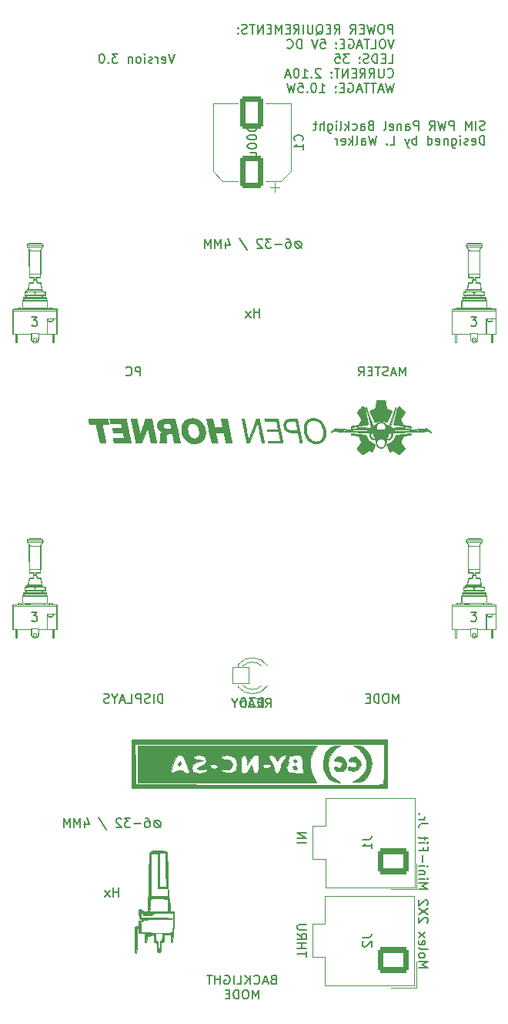
<source format=gbr>
%TF.GenerationSoftware,KiCad,Pcbnew,(6.0.9)*%
%TF.CreationDate,2022-12-26T22:33:28-09:00*%
%TF.ProjectId,PCB_ SIM POWER PANEL,5043422c-2053-4494-9d20-504f57455220,rev?*%
%TF.SameCoordinates,Original*%
%TF.FileFunction,Legend,Bot*%
%TF.FilePolarity,Positive*%
%FSLAX46Y46*%
G04 Gerber Fmt 4.6, Leading zero omitted, Abs format (unit mm)*
G04 Created by KiCad (PCBNEW (6.0.9)) date 2022-12-26 22:33:28*
%MOMM*%
%LPD*%
G01*
G04 APERTURE LIST*
G04 Aperture macros list*
%AMRoundRect*
0 Rectangle with rounded corners*
0 $1 Rounding radius*
0 $2 $3 $4 $5 $6 $7 $8 $9 X,Y pos of 4 corners*
0 Add a 4 corners polygon primitive as box body*
4,1,4,$2,$3,$4,$5,$6,$7,$8,$9,$2,$3,0*
0 Add four circle primitives for the rounded corners*
1,1,$1+$1,$2,$3*
1,1,$1+$1,$4,$5*
1,1,$1+$1,$6,$7*
1,1,$1+$1,$8,$9*
0 Add four rect primitives between the rounded corners*
20,1,$1+$1,$2,$3,$4,$5,0*
20,1,$1+$1,$4,$5,$6,$7,0*
20,1,$1+$1,$6,$7,$8,$9,0*
20,1,$1+$1,$8,$9,$2,$3,0*%
G04 Aperture macros list end*
%ADD10C,0.150000*%
%ADD11C,0.010000*%
%ADD12C,0.100000*%
%ADD13C,0.120000*%
%ADD14RoundRect,0.300001X1.399999X-1.099999X1.399999X1.099999X-1.399999X1.099999X-1.399999X-1.099999X0*%
%ADD15O,3.400000X2.800000*%
%ADD16C,4.400000*%
%ADD17RoundRect,0.050000X-0.900000X-0.900000X0.900000X-0.900000X0.900000X0.900000X-0.900000X0.900000X0*%
%ADD18C,1.900000*%
%ADD19RoundRect,0.300000X1.000000X-1.500000X1.000000X1.500000X-1.000000X1.500000X-1.000000X-1.500000X0*%
%ADD20C,3.672000*%
%ADD21C,12.800000*%
%ADD22C,7.640752*%
%ADD23C,2.481250*%
G04 APERTURE END LIST*
D10*
X238832200Y-126062980D02*
X239165533Y-125586790D01*
X239403628Y-126062980D02*
X239403628Y-125062980D01*
X239022676Y-125062980D01*
X238927438Y-125110600D01*
X238879819Y-125158219D01*
X238832200Y-125253457D01*
X238832200Y-125396314D01*
X238879819Y-125491552D01*
X238927438Y-125539171D01*
X239022676Y-125586790D01*
X239403628Y-125586790D01*
X238403628Y-125539171D02*
X238070295Y-125539171D01*
X237927438Y-126062980D02*
X238403628Y-126062980D01*
X238403628Y-125062980D01*
X237927438Y-125062980D01*
X237546485Y-125777266D02*
X237070295Y-125777266D01*
X237641723Y-126062980D02*
X237308390Y-125062980D01*
X236975057Y-126062980D01*
X236641723Y-126062980D02*
X236641723Y-125062980D01*
X236403628Y-125062980D01*
X236260771Y-125110600D01*
X236165533Y-125205838D01*
X236117914Y-125301076D01*
X236070295Y-125491552D01*
X236070295Y-125634409D01*
X236117914Y-125824885D01*
X236165533Y-125920123D01*
X236260771Y-126015361D01*
X236403628Y-126062980D01*
X236641723Y-126062980D01*
X235451247Y-125586790D02*
X235451247Y-126062980D01*
X235784580Y-125062980D02*
X235451247Y-125586790D01*
X235117914Y-125062980D01*
X227524285Y-125562380D02*
X227524285Y-124562380D01*
X227286190Y-124562380D01*
X227143333Y-124610000D01*
X227048095Y-124705238D01*
X227000476Y-124800476D01*
X226952857Y-124990952D01*
X226952857Y-125133809D01*
X227000476Y-125324285D01*
X227048095Y-125419523D01*
X227143333Y-125514761D01*
X227286190Y-125562380D01*
X227524285Y-125562380D01*
X226524285Y-125562380D02*
X226524285Y-124562380D01*
X226095714Y-125514761D02*
X225952857Y-125562380D01*
X225714761Y-125562380D01*
X225619523Y-125514761D01*
X225571904Y-125467142D01*
X225524285Y-125371904D01*
X225524285Y-125276666D01*
X225571904Y-125181428D01*
X225619523Y-125133809D01*
X225714761Y-125086190D01*
X225905238Y-125038571D01*
X226000476Y-124990952D01*
X226048095Y-124943333D01*
X226095714Y-124848095D01*
X226095714Y-124752857D01*
X226048095Y-124657619D01*
X226000476Y-124610000D01*
X225905238Y-124562380D01*
X225667142Y-124562380D01*
X225524285Y-124610000D01*
X225095714Y-125562380D02*
X225095714Y-124562380D01*
X224714761Y-124562380D01*
X224619523Y-124610000D01*
X224571904Y-124657619D01*
X224524285Y-124752857D01*
X224524285Y-124895714D01*
X224571904Y-124990952D01*
X224619523Y-125038571D01*
X224714761Y-125086190D01*
X225095714Y-125086190D01*
X223619523Y-125562380D02*
X224095714Y-125562380D01*
X224095714Y-124562380D01*
X223333809Y-125276666D02*
X222857619Y-125276666D01*
X223429047Y-125562380D02*
X223095714Y-124562380D01*
X222762380Y-125562380D01*
X222238571Y-125086190D02*
X222238571Y-125562380D01*
X222571904Y-124562380D02*
X222238571Y-125086190D01*
X221905238Y-124562380D01*
X221619523Y-125514761D02*
X221476666Y-125562380D01*
X221238571Y-125562380D01*
X221143333Y-125514761D01*
X221095714Y-125467142D01*
X221048095Y-125371904D01*
X221048095Y-125276666D01*
X221095714Y-125181428D01*
X221143333Y-125133809D01*
X221238571Y-125086190D01*
X221429047Y-125038571D01*
X221524285Y-124990952D01*
X221571904Y-124943333D01*
X221619523Y-124848095D01*
X221619523Y-124752857D01*
X221571904Y-124657619D01*
X221524285Y-124610000D01*
X221429047Y-124562380D01*
X221190952Y-124562380D01*
X221048095Y-124610000D01*
X252844404Y-52082380D02*
X252844404Y-51082380D01*
X252463452Y-51082380D01*
X252368214Y-51130000D01*
X252320595Y-51177619D01*
X252272976Y-51272857D01*
X252272976Y-51415714D01*
X252320595Y-51510952D01*
X252368214Y-51558571D01*
X252463452Y-51606190D01*
X252844404Y-51606190D01*
X251653928Y-51082380D02*
X251463452Y-51082380D01*
X251368214Y-51130000D01*
X251272976Y-51225238D01*
X251225357Y-51415714D01*
X251225357Y-51749047D01*
X251272976Y-51939523D01*
X251368214Y-52034761D01*
X251463452Y-52082380D01*
X251653928Y-52082380D01*
X251749166Y-52034761D01*
X251844404Y-51939523D01*
X251892023Y-51749047D01*
X251892023Y-51415714D01*
X251844404Y-51225238D01*
X251749166Y-51130000D01*
X251653928Y-51082380D01*
X250892023Y-51082380D02*
X250653928Y-52082380D01*
X250463452Y-51368095D01*
X250272976Y-52082380D01*
X250034880Y-51082380D01*
X249653928Y-51558571D02*
X249320595Y-51558571D01*
X249177738Y-52082380D02*
X249653928Y-52082380D01*
X249653928Y-51082380D01*
X249177738Y-51082380D01*
X248177738Y-52082380D02*
X248511071Y-51606190D01*
X248749166Y-52082380D02*
X248749166Y-51082380D01*
X248368214Y-51082380D01*
X248272976Y-51130000D01*
X248225357Y-51177619D01*
X248177738Y-51272857D01*
X248177738Y-51415714D01*
X248225357Y-51510952D01*
X248272976Y-51558571D01*
X248368214Y-51606190D01*
X248749166Y-51606190D01*
X246415833Y-52082380D02*
X246749166Y-51606190D01*
X246987261Y-52082380D02*
X246987261Y-51082380D01*
X246606309Y-51082380D01*
X246511071Y-51130000D01*
X246463452Y-51177619D01*
X246415833Y-51272857D01*
X246415833Y-51415714D01*
X246463452Y-51510952D01*
X246511071Y-51558571D01*
X246606309Y-51606190D01*
X246987261Y-51606190D01*
X245987261Y-51558571D02*
X245653928Y-51558571D01*
X245511071Y-52082380D02*
X245987261Y-52082380D01*
X245987261Y-51082380D01*
X245511071Y-51082380D01*
X244415833Y-52177619D02*
X244511071Y-52130000D01*
X244606309Y-52034761D01*
X244749166Y-51891904D01*
X244844404Y-51844285D01*
X244939642Y-51844285D01*
X244892023Y-52082380D02*
X244987261Y-52034761D01*
X245082500Y-51939523D01*
X245130119Y-51749047D01*
X245130119Y-51415714D01*
X245082500Y-51225238D01*
X244987261Y-51130000D01*
X244892023Y-51082380D01*
X244701547Y-51082380D01*
X244606309Y-51130000D01*
X244511071Y-51225238D01*
X244463452Y-51415714D01*
X244463452Y-51749047D01*
X244511071Y-51939523D01*
X244606309Y-52034761D01*
X244701547Y-52082380D01*
X244892023Y-52082380D01*
X244034880Y-51082380D02*
X244034880Y-51891904D01*
X243987261Y-51987142D01*
X243939642Y-52034761D01*
X243844404Y-52082380D01*
X243653928Y-52082380D01*
X243558690Y-52034761D01*
X243511071Y-51987142D01*
X243463452Y-51891904D01*
X243463452Y-51082380D01*
X242987261Y-52082380D02*
X242987261Y-51082380D01*
X241939642Y-52082380D02*
X242272976Y-51606190D01*
X242511071Y-52082380D02*
X242511071Y-51082380D01*
X242130119Y-51082380D01*
X242034880Y-51130000D01*
X241987261Y-51177619D01*
X241939642Y-51272857D01*
X241939642Y-51415714D01*
X241987261Y-51510952D01*
X242034880Y-51558571D01*
X242130119Y-51606190D01*
X242511071Y-51606190D01*
X241511071Y-51558571D02*
X241177738Y-51558571D01*
X241034880Y-52082380D02*
X241511071Y-52082380D01*
X241511071Y-51082380D01*
X241034880Y-51082380D01*
X240606309Y-52082380D02*
X240606309Y-51082380D01*
X240272976Y-51796666D01*
X239939642Y-51082380D01*
X239939642Y-52082380D01*
X239463452Y-51558571D02*
X239130119Y-51558571D01*
X238987261Y-52082380D02*
X239463452Y-52082380D01*
X239463452Y-51082380D01*
X238987261Y-51082380D01*
X238558690Y-52082380D02*
X238558690Y-51082380D01*
X237987261Y-52082380D01*
X237987261Y-51082380D01*
X237653928Y-51082380D02*
X237082500Y-51082380D01*
X237368214Y-52082380D02*
X237368214Y-51082380D01*
X236796785Y-52034761D02*
X236653928Y-52082380D01*
X236415833Y-52082380D01*
X236320595Y-52034761D01*
X236272976Y-51987142D01*
X236225357Y-51891904D01*
X236225357Y-51796666D01*
X236272976Y-51701428D01*
X236320595Y-51653809D01*
X236415833Y-51606190D01*
X236606309Y-51558571D01*
X236701547Y-51510952D01*
X236749166Y-51463333D01*
X236796785Y-51368095D01*
X236796785Y-51272857D01*
X236749166Y-51177619D01*
X236701547Y-51130000D01*
X236606309Y-51082380D01*
X236368214Y-51082380D01*
X236225357Y-51130000D01*
X235796785Y-51987142D02*
X235749166Y-52034761D01*
X235796785Y-52082380D01*
X235844404Y-52034761D01*
X235796785Y-51987142D01*
X235796785Y-52082380D01*
X235796785Y-51463333D02*
X235749166Y-51510952D01*
X235796785Y-51558571D01*
X235844404Y-51510952D01*
X235796785Y-51463333D01*
X235796785Y-51558571D01*
X252987261Y-52692380D02*
X252653928Y-53692380D01*
X252320595Y-52692380D01*
X251796785Y-52692380D02*
X251606309Y-52692380D01*
X251511071Y-52740000D01*
X251415833Y-52835238D01*
X251368214Y-53025714D01*
X251368214Y-53359047D01*
X251415833Y-53549523D01*
X251511071Y-53644761D01*
X251606309Y-53692380D01*
X251796785Y-53692380D01*
X251892023Y-53644761D01*
X251987261Y-53549523D01*
X252034880Y-53359047D01*
X252034880Y-53025714D01*
X251987261Y-52835238D01*
X251892023Y-52740000D01*
X251796785Y-52692380D01*
X250463452Y-53692380D02*
X250939642Y-53692380D01*
X250939642Y-52692380D01*
X250272976Y-52692380D02*
X249701547Y-52692380D01*
X249987261Y-53692380D02*
X249987261Y-52692380D01*
X249415833Y-53406666D02*
X248939642Y-53406666D01*
X249511071Y-53692380D02*
X249177738Y-52692380D01*
X248844404Y-53692380D01*
X247987261Y-52740000D02*
X248082500Y-52692380D01*
X248225357Y-52692380D01*
X248368214Y-52740000D01*
X248463452Y-52835238D01*
X248511071Y-52930476D01*
X248558690Y-53120952D01*
X248558690Y-53263809D01*
X248511071Y-53454285D01*
X248463452Y-53549523D01*
X248368214Y-53644761D01*
X248225357Y-53692380D01*
X248130119Y-53692380D01*
X247987261Y-53644761D01*
X247939642Y-53597142D01*
X247939642Y-53263809D01*
X248130119Y-53263809D01*
X247511071Y-53168571D02*
X247177738Y-53168571D01*
X247034880Y-53692380D02*
X247511071Y-53692380D01*
X247511071Y-52692380D01*
X247034880Y-52692380D01*
X246606309Y-53597142D02*
X246558690Y-53644761D01*
X246606309Y-53692380D01*
X246653928Y-53644761D01*
X246606309Y-53597142D01*
X246606309Y-53692380D01*
X246606309Y-53073333D02*
X246558690Y-53120952D01*
X246606309Y-53168571D01*
X246653928Y-53120952D01*
X246606309Y-53073333D01*
X246606309Y-53168571D01*
X244892023Y-52692380D02*
X245368214Y-52692380D01*
X245415833Y-53168571D01*
X245368214Y-53120952D01*
X245272976Y-53073333D01*
X245034880Y-53073333D01*
X244939642Y-53120952D01*
X244892023Y-53168571D01*
X244844404Y-53263809D01*
X244844404Y-53501904D01*
X244892023Y-53597142D01*
X244939642Y-53644761D01*
X245034880Y-53692380D01*
X245272976Y-53692380D01*
X245368214Y-53644761D01*
X245415833Y-53597142D01*
X244558690Y-52692380D02*
X244225357Y-53692380D01*
X243892023Y-52692380D01*
X242796785Y-53692380D02*
X242796785Y-52692380D01*
X242558690Y-52692380D01*
X242415833Y-52740000D01*
X242320595Y-52835238D01*
X242272976Y-52930476D01*
X242225357Y-53120952D01*
X242225357Y-53263809D01*
X242272976Y-53454285D01*
X242320595Y-53549523D01*
X242415833Y-53644761D01*
X242558690Y-53692380D01*
X242796785Y-53692380D01*
X241225357Y-53597142D02*
X241272976Y-53644761D01*
X241415833Y-53692380D01*
X241511071Y-53692380D01*
X241653928Y-53644761D01*
X241749166Y-53549523D01*
X241796785Y-53454285D01*
X241844404Y-53263809D01*
X241844404Y-53120952D01*
X241796785Y-52930476D01*
X241749166Y-52835238D01*
X241653928Y-52740000D01*
X241511071Y-52692380D01*
X241415833Y-52692380D01*
X241272976Y-52740000D01*
X241225357Y-52787619D01*
X252368214Y-55302380D02*
X252844404Y-55302380D01*
X252844404Y-54302380D01*
X252034880Y-54778571D02*
X251701547Y-54778571D01*
X251558690Y-55302380D02*
X252034880Y-55302380D01*
X252034880Y-54302380D01*
X251558690Y-54302380D01*
X251130119Y-55302380D02*
X251130119Y-54302380D01*
X250892023Y-54302380D01*
X250749166Y-54350000D01*
X250653928Y-54445238D01*
X250606309Y-54540476D01*
X250558690Y-54730952D01*
X250558690Y-54873809D01*
X250606309Y-55064285D01*
X250653928Y-55159523D01*
X250749166Y-55254761D01*
X250892023Y-55302380D01*
X251130119Y-55302380D01*
X250177738Y-55254761D02*
X250034880Y-55302380D01*
X249796785Y-55302380D01*
X249701547Y-55254761D01*
X249653928Y-55207142D01*
X249606309Y-55111904D01*
X249606309Y-55016666D01*
X249653928Y-54921428D01*
X249701547Y-54873809D01*
X249796785Y-54826190D01*
X249987261Y-54778571D01*
X250082500Y-54730952D01*
X250130119Y-54683333D01*
X250177738Y-54588095D01*
X250177738Y-54492857D01*
X250130119Y-54397619D01*
X250082500Y-54350000D01*
X249987261Y-54302380D01*
X249749166Y-54302380D01*
X249606309Y-54350000D01*
X249177738Y-55207142D02*
X249130119Y-55254761D01*
X249177738Y-55302380D01*
X249225357Y-55254761D01*
X249177738Y-55207142D01*
X249177738Y-55302380D01*
X249177738Y-54683333D02*
X249130119Y-54730952D01*
X249177738Y-54778571D01*
X249225357Y-54730952D01*
X249177738Y-54683333D01*
X249177738Y-54778571D01*
X248034880Y-54302380D02*
X247415833Y-54302380D01*
X247749166Y-54683333D01*
X247606309Y-54683333D01*
X247511071Y-54730952D01*
X247463452Y-54778571D01*
X247415833Y-54873809D01*
X247415833Y-55111904D01*
X247463452Y-55207142D01*
X247511071Y-55254761D01*
X247606309Y-55302380D01*
X247892023Y-55302380D01*
X247987261Y-55254761D01*
X248034880Y-55207142D01*
X246511071Y-54302380D02*
X246987261Y-54302380D01*
X247034880Y-54778571D01*
X246987261Y-54730952D01*
X246892023Y-54683333D01*
X246653928Y-54683333D01*
X246558690Y-54730952D01*
X246511071Y-54778571D01*
X246463452Y-54873809D01*
X246463452Y-55111904D01*
X246511071Y-55207142D01*
X246558690Y-55254761D01*
X246653928Y-55302380D01*
X246892023Y-55302380D01*
X246987261Y-55254761D01*
X247034880Y-55207142D01*
X252272976Y-56817142D02*
X252320595Y-56864761D01*
X252463452Y-56912380D01*
X252558690Y-56912380D01*
X252701547Y-56864761D01*
X252796785Y-56769523D01*
X252844404Y-56674285D01*
X252892023Y-56483809D01*
X252892023Y-56340952D01*
X252844404Y-56150476D01*
X252796785Y-56055238D01*
X252701547Y-55960000D01*
X252558690Y-55912380D01*
X252463452Y-55912380D01*
X252320595Y-55960000D01*
X252272976Y-56007619D01*
X251844404Y-55912380D02*
X251844404Y-56721904D01*
X251796785Y-56817142D01*
X251749166Y-56864761D01*
X251653928Y-56912380D01*
X251463452Y-56912380D01*
X251368214Y-56864761D01*
X251320595Y-56817142D01*
X251272976Y-56721904D01*
X251272976Y-55912380D01*
X250225357Y-56912380D02*
X250558690Y-56436190D01*
X250796785Y-56912380D02*
X250796785Y-55912380D01*
X250415833Y-55912380D01*
X250320595Y-55960000D01*
X250272976Y-56007619D01*
X250225357Y-56102857D01*
X250225357Y-56245714D01*
X250272976Y-56340952D01*
X250320595Y-56388571D01*
X250415833Y-56436190D01*
X250796785Y-56436190D01*
X249225357Y-56912380D02*
X249558690Y-56436190D01*
X249796785Y-56912380D02*
X249796785Y-55912380D01*
X249415833Y-55912380D01*
X249320595Y-55960000D01*
X249272976Y-56007619D01*
X249225357Y-56102857D01*
X249225357Y-56245714D01*
X249272976Y-56340952D01*
X249320595Y-56388571D01*
X249415833Y-56436190D01*
X249796785Y-56436190D01*
X248796785Y-56388571D02*
X248463452Y-56388571D01*
X248320595Y-56912380D02*
X248796785Y-56912380D01*
X248796785Y-55912380D01*
X248320595Y-55912380D01*
X247892023Y-56912380D02*
X247892023Y-55912380D01*
X247320595Y-56912380D01*
X247320595Y-55912380D01*
X246987261Y-55912380D02*
X246415833Y-55912380D01*
X246701547Y-56912380D02*
X246701547Y-55912380D01*
X246082500Y-56817142D02*
X246034880Y-56864761D01*
X246082500Y-56912380D01*
X246130119Y-56864761D01*
X246082500Y-56817142D01*
X246082500Y-56912380D01*
X246082500Y-56293333D02*
X246034880Y-56340952D01*
X246082500Y-56388571D01*
X246130119Y-56340952D01*
X246082500Y-56293333D01*
X246082500Y-56388571D01*
X244892023Y-56007619D02*
X244844404Y-55960000D01*
X244749166Y-55912380D01*
X244511071Y-55912380D01*
X244415833Y-55960000D01*
X244368214Y-56007619D01*
X244320595Y-56102857D01*
X244320595Y-56198095D01*
X244368214Y-56340952D01*
X244939642Y-56912380D01*
X244320595Y-56912380D01*
X243892023Y-56817142D02*
X243844404Y-56864761D01*
X243892023Y-56912380D01*
X243939642Y-56864761D01*
X243892023Y-56817142D01*
X243892023Y-56912380D01*
X242892023Y-56912380D02*
X243463452Y-56912380D01*
X243177738Y-56912380D02*
X243177738Y-55912380D01*
X243272976Y-56055238D01*
X243368214Y-56150476D01*
X243463452Y-56198095D01*
X242272976Y-55912380D02*
X242177738Y-55912380D01*
X242082500Y-55960000D01*
X242034880Y-56007619D01*
X241987261Y-56102857D01*
X241939642Y-56293333D01*
X241939642Y-56531428D01*
X241987261Y-56721904D01*
X242034880Y-56817142D01*
X242082500Y-56864761D01*
X242177738Y-56912380D01*
X242272976Y-56912380D01*
X242368214Y-56864761D01*
X242415833Y-56817142D01*
X242463452Y-56721904D01*
X242511071Y-56531428D01*
X242511071Y-56293333D01*
X242463452Y-56102857D01*
X242415833Y-56007619D01*
X242368214Y-55960000D01*
X242272976Y-55912380D01*
X241558690Y-56626666D02*
X241082500Y-56626666D01*
X241653928Y-56912380D02*
X241320595Y-55912380D01*
X240987261Y-56912380D01*
X252939642Y-57522380D02*
X252701547Y-58522380D01*
X252511071Y-57808095D01*
X252320595Y-58522380D01*
X252082500Y-57522380D01*
X251749166Y-58236666D02*
X251272976Y-58236666D01*
X251844404Y-58522380D02*
X251511071Y-57522380D01*
X251177738Y-58522380D01*
X250987261Y-57522380D02*
X250415833Y-57522380D01*
X250701547Y-58522380D02*
X250701547Y-57522380D01*
X250225357Y-57522380D02*
X249653928Y-57522380D01*
X249939642Y-58522380D02*
X249939642Y-57522380D01*
X249368214Y-58236666D02*
X248892023Y-58236666D01*
X249463452Y-58522380D02*
X249130119Y-57522380D01*
X248796785Y-58522380D01*
X247939642Y-57570000D02*
X248034880Y-57522380D01*
X248177738Y-57522380D01*
X248320595Y-57570000D01*
X248415833Y-57665238D01*
X248463452Y-57760476D01*
X248511071Y-57950952D01*
X248511071Y-58093809D01*
X248463452Y-58284285D01*
X248415833Y-58379523D01*
X248320595Y-58474761D01*
X248177738Y-58522380D01*
X248082500Y-58522380D01*
X247939642Y-58474761D01*
X247892023Y-58427142D01*
X247892023Y-58093809D01*
X248082500Y-58093809D01*
X247463452Y-57998571D02*
X247130119Y-57998571D01*
X246987261Y-58522380D02*
X247463452Y-58522380D01*
X247463452Y-57522380D01*
X246987261Y-57522380D01*
X246558690Y-58427142D02*
X246511071Y-58474761D01*
X246558690Y-58522380D01*
X246606309Y-58474761D01*
X246558690Y-58427142D01*
X246558690Y-58522380D01*
X246558690Y-57903333D02*
X246511071Y-57950952D01*
X246558690Y-57998571D01*
X246606309Y-57950952D01*
X246558690Y-57903333D01*
X246558690Y-57998571D01*
X244796785Y-58522380D02*
X245368214Y-58522380D01*
X245082500Y-58522380D02*
X245082500Y-57522380D01*
X245177738Y-57665238D01*
X245272976Y-57760476D01*
X245368214Y-57808095D01*
X244177738Y-57522380D02*
X244082500Y-57522380D01*
X243987261Y-57570000D01*
X243939642Y-57617619D01*
X243892023Y-57712857D01*
X243844404Y-57903333D01*
X243844404Y-58141428D01*
X243892023Y-58331904D01*
X243939642Y-58427142D01*
X243987261Y-58474761D01*
X244082500Y-58522380D01*
X244177738Y-58522380D01*
X244272976Y-58474761D01*
X244320595Y-58427142D01*
X244368214Y-58331904D01*
X244415833Y-58141428D01*
X244415833Y-57903333D01*
X244368214Y-57712857D01*
X244320595Y-57617619D01*
X244272976Y-57570000D01*
X244177738Y-57522380D01*
X243415833Y-58427142D02*
X243368214Y-58474761D01*
X243415833Y-58522380D01*
X243463452Y-58474761D01*
X243415833Y-58427142D01*
X243415833Y-58522380D01*
X242463452Y-57522380D02*
X242939642Y-57522380D01*
X242987261Y-57998571D01*
X242939642Y-57950952D01*
X242844404Y-57903333D01*
X242606309Y-57903333D01*
X242511071Y-57950952D01*
X242463452Y-57998571D01*
X242415833Y-58093809D01*
X242415833Y-58331904D01*
X242463452Y-58427142D01*
X242511071Y-58474761D01*
X242606309Y-58522380D01*
X242844404Y-58522380D01*
X242939642Y-58474761D01*
X242987261Y-58427142D01*
X242082500Y-57522380D02*
X241844404Y-58522380D01*
X241653928Y-57808095D01*
X241463452Y-58522380D01*
X241225357Y-57522380D01*
X255697619Y-154642380D02*
X256697619Y-154642380D01*
X255983333Y-154309047D01*
X256697619Y-153975714D01*
X255697619Y-153975714D01*
X255697619Y-153356666D02*
X255745238Y-153451904D01*
X255792857Y-153499523D01*
X255888095Y-153547142D01*
X256173809Y-153547142D01*
X256269047Y-153499523D01*
X256316666Y-153451904D01*
X256364285Y-153356666D01*
X256364285Y-153213809D01*
X256316666Y-153118571D01*
X256269047Y-153070952D01*
X256173809Y-153023333D01*
X255888095Y-153023333D01*
X255792857Y-153070952D01*
X255745238Y-153118571D01*
X255697619Y-153213809D01*
X255697619Y-153356666D01*
X255697619Y-152451904D02*
X255745238Y-152547142D01*
X255840476Y-152594761D01*
X256697619Y-152594761D01*
X255745238Y-151690000D02*
X255697619Y-151785238D01*
X255697619Y-151975714D01*
X255745238Y-152070952D01*
X255840476Y-152118571D01*
X256221428Y-152118571D01*
X256316666Y-152070952D01*
X256364285Y-151975714D01*
X256364285Y-151785238D01*
X256316666Y-151690000D01*
X256221428Y-151642380D01*
X256126190Y-151642380D01*
X256030952Y-152118571D01*
X255697619Y-151309047D02*
X256364285Y-150785238D01*
X256364285Y-151309047D02*
X255697619Y-150785238D01*
X256602380Y-149690000D02*
X256650000Y-149642380D01*
X256697619Y-149547142D01*
X256697619Y-149309047D01*
X256650000Y-149213809D01*
X256602380Y-149166190D01*
X256507142Y-149118571D01*
X256411904Y-149118571D01*
X256269047Y-149166190D01*
X255697619Y-149737619D01*
X255697619Y-149118571D01*
X256697619Y-148785238D02*
X255697619Y-148118571D01*
X256697619Y-148118571D02*
X255697619Y-148785238D01*
X256602380Y-147785238D02*
X256650000Y-147737619D01*
X256697619Y-147642380D01*
X256697619Y-147404285D01*
X256650000Y-147309047D01*
X256602380Y-147261428D01*
X256507142Y-147213809D01*
X256411904Y-147213809D01*
X256269047Y-147261428D01*
X255697619Y-147832857D01*
X255697619Y-147213809D01*
X255697619Y-146023333D02*
X256697619Y-146023333D01*
X255983333Y-145690000D01*
X256697619Y-145356666D01*
X255697619Y-145356666D01*
X255697619Y-144880476D02*
X256364285Y-144880476D01*
X256697619Y-144880476D02*
X256650000Y-144928095D01*
X256602380Y-144880476D01*
X256650000Y-144832857D01*
X256697619Y-144880476D01*
X256602380Y-144880476D01*
X256364285Y-144404285D02*
X255697619Y-144404285D01*
X256269047Y-144404285D02*
X256316666Y-144356666D01*
X256364285Y-144261428D01*
X256364285Y-144118571D01*
X256316666Y-144023333D01*
X256221428Y-143975714D01*
X255697619Y-143975714D01*
X255697619Y-143499523D02*
X256364285Y-143499523D01*
X256697619Y-143499523D02*
X256650000Y-143547142D01*
X256602380Y-143499523D01*
X256650000Y-143451904D01*
X256697619Y-143499523D01*
X256602380Y-143499523D01*
X256078571Y-143023333D02*
X256078571Y-142261428D01*
X256221428Y-141451904D02*
X256221428Y-141785238D01*
X255697619Y-141785238D02*
X256697619Y-141785238D01*
X256697619Y-141309047D01*
X255697619Y-140928095D02*
X256364285Y-140928095D01*
X256697619Y-140928095D02*
X256650000Y-140975714D01*
X256602380Y-140928095D01*
X256650000Y-140880476D01*
X256697619Y-140928095D01*
X256602380Y-140928095D01*
X256364285Y-140594761D02*
X256364285Y-140213809D01*
X256697619Y-140451904D02*
X255840476Y-140451904D01*
X255745238Y-140404285D01*
X255697619Y-140309047D01*
X255697619Y-140213809D01*
X256697619Y-138832857D02*
X255983333Y-138832857D01*
X255840476Y-138880476D01*
X255745238Y-138975714D01*
X255697619Y-139118571D01*
X255697619Y-139213809D01*
X255697619Y-138356666D02*
X256364285Y-138356666D01*
X256173809Y-138356666D02*
X256269047Y-138309047D01*
X256316666Y-138261428D01*
X256364285Y-138166190D01*
X256364285Y-138070952D01*
X255792857Y-137737619D02*
X255745238Y-137690000D01*
X255697619Y-137737619D01*
X255745238Y-137785238D01*
X255792857Y-137737619D01*
X255697619Y-137737619D01*
X242327619Y-140903809D02*
X243327619Y-140903809D01*
X242327619Y-140427619D02*
X243327619Y-140427619D01*
X242327619Y-139856190D01*
X243327619Y-139856190D01*
X239664761Y-155933571D02*
X239521904Y-155981190D01*
X239474285Y-156028809D01*
X239426666Y-156124047D01*
X239426666Y-156266904D01*
X239474285Y-156362142D01*
X239521904Y-156409761D01*
X239617142Y-156457380D01*
X239998095Y-156457380D01*
X239998095Y-155457380D01*
X239664761Y-155457380D01*
X239569523Y-155505000D01*
X239521904Y-155552619D01*
X239474285Y-155647857D01*
X239474285Y-155743095D01*
X239521904Y-155838333D01*
X239569523Y-155885952D01*
X239664761Y-155933571D01*
X239998095Y-155933571D01*
X239045714Y-156171666D02*
X238569523Y-156171666D01*
X239140952Y-156457380D02*
X238807619Y-155457380D01*
X238474285Y-156457380D01*
X237569523Y-156362142D02*
X237617142Y-156409761D01*
X237760000Y-156457380D01*
X237855238Y-156457380D01*
X237998095Y-156409761D01*
X238093333Y-156314523D01*
X238140952Y-156219285D01*
X238188571Y-156028809D01*
X238188571Y-155885952D01*
X238140952Y-155695476D01*
X238093333Y-155600238D01*
X237998095Y-155505000D01*
X237855238Y-155457380D01*
X237760000Y-155457380D01*
X237617142Y-155505000D01*
X237569523Y-155552619D01*
X237140952Y-156457380D02*
X237140952Y-155457380D01*
X236569523Y-156457380D02*
X236998095Y-155885952D01*
X236569523Y-155457380D02*
X237140952Y-156028809D01*
X235664761Y-156457380D02*
X236140952Y-156457380D01*
X236140952Y-155457380D01*
X235331428Y-156457380D02*
X235331428Y-155457380D01*
X234331428Y-155505000D02*
X234426666Y-155457380D01*
X234569523Y-155457380D01*
X234712380Y-155505000D01*
X234807619Y-155600238D01*
X234855238Y-155695476D01*
X234902857Y-155885952D01*
X234902857Y-156028809D01*
X234855238Y-156219285D01*
X234807619Y-156314523D01*
X234712380Y-156409761D01*
X234569523Y-156457380D01*
X234474285Y-156457380D01*
X234331428Y-156409761D01*
X234283809Y-156362142D01*
X234283809Y-156028809D01*
X234474285Y-156028809D01*
X233855238Y-156457380D02*
X233855238Y-155457380D01*
X233855238Y-155933571D02*
X233283809Y-155933571D01*
X233283809Y-156457380D02*
X233283809Y-155457380D01*
X232950476Y-155457380D02*
X232379047Y-155457380D01*
X232664761Y-156457380D02*
X232664761Y-155457380D01*
X238069523Y-158067380D02*
X238069523Y-157067380D01*
X237736190Y-157781666D01*
X237402857Y-157067380D01*
X237402857Y-158067380D01*
X236736190Y-157067380D02*
X236545714Y-157067380D01*
X236450476Y-157115000D01*
X236355238Y-157210238D01*
X236307619Y-157400714D01*
X236307619Y-157734047D01*
X236355238Y-157924523D01*
X236450476Y-158019761D01*
X236545714Y-158067380D01*
X236736190Y-158067380D01*
X236831428Y-158019761D01*
X236926666Y-157924523D01*
X236974285Y-157734047D01*
X236974285Y-157400714D01*
X236926666Y-157210238D01*
X236831428Y-157115000D01*
X236736190Y-157067380D01*
X235879047Y-158067380D02*
X235879047Y-157067380D01*
X235640952Y-157067380D01*
X235498095Y-157115000D01*
X235402857Y-157210238D01*
X235355238Y-157305476D01*
X235307619Y-157495952D01*
X235307619Y-157638809D01*
X235355238Y-157829285D01*
X235402857Y-157924523D01*
X235498095Y-158019761D01*
X235640952Y-158067380D01*
X235879047Y-158067380D01*
X234879047Y-157543571D02*
X234545714Y-157543571D01*
X234402857Y-158067380D02*
X234879047Y-158067380D01*
X234879047Y-157067380D01*
X234402857Y-157067380D01*
X228820476Y-54302380D02*
X228487142Y-55302380D01*
X228153809Y-54302380D01*
X227439523Y-55254761D02*
X227534761Y-55302380D01*
X227725238Y-55302380D01*
X227820476Y-55254761D01*
X227868095Y-55159523D01*
X227868095Y-54778571D01*
X227820476Y-54683333D01*
X227725238Y-54635714D01*
X227534761Y-54635714D01*
X227439523Y-54683333D01*
X227391904Y-54778571D01*
X227391904Y-54873809D01*
X227868095Y-54969047D01*
X226963333Y-55302380D02*
X226963333Y-54635714D01*
X226963333Y-54826190D02*
X226915714Y-54730952D01*
X226868095Y-54683333D01*
X226772857Y-54635714D01*
X226677619Y-54635714D01*
X226391904Y-55254761D02*
X226296666Y-55302380D01*
X226106190Y-55302380D01*
X226010952Y-55254761D01*
X225963333Y-55159523D01*
X225963333Y-55111904D01*
X226010952Y-55016666D01*
X226106190Y-54969047D01*
X226249047Y-54969047D01*
X226344285Y-54921428D01*
X226391904Y-54826190D01*
X226391904Y-54778571D01*
X226344285Y-54683333D01*
X226249047Y-54635714D01*
X226106190Y-54635714D01*
X226010952Y-54683333D01*
X225534761Y-55302380D02*
X225534761Y-54635714D01*
X225534761Y-54302380D02*
X225582380Y-54350000D01*
X225534761Y-54397619D01*
X225487142Y-54350000D01*
X225534761Y-54302380D01*
X225534761Y-54397619D01*
X224915714Y-55302380D02*
X225010952Y-55254761D01*
X225058571Y-55207142D01*
X225106190Y-55111904D01*
X225106190Y-54826190D01*
X225058571Y-54730952D01*
X225010952Y-54683333D01*
X224915714Y-54635714D01*
X224772857Y-54635714D01*
X224677619Y-54683333D01*
X224630000Y-54730952D01*
X224582380Y-54826190D01*
X224582380Y-55111904D01*
X224630000Y-55207142D01*
X224677619Y-55254761D01*
X224772857Y-55302380D01*
X224915714Y-55302380D01*
X224153809Y-54635714D02*
X224153809Y-55302380D01*
X224153809Y-54730952D02*
X224106190Y-54683333D01*
X224010952Y-54635714D01*
X223868095Y-54635714D01*
X223772857Y-54683333D01*
X223725238Y-54778571D01*
X223725238Y-55302380D01*
X222582380Y-54302380D02*
X221963333Y-54302380D01*
X222296666Y-54683333D01*
X222153809Y-54683333D01*
X222058571Y-54730952D01*
X222010952Y-54778571D01*
X221963333Y-54873809D01*
X221963333Y-55111904D01*
X222010952Y-55207142D01*
X222058571Y-55254761D01*
X222153809Y-55302380D01*
X222439523Y-55302380D01*
X222534761Y-55254761D01*
X222582380Y-55207142D01*
X221534761Y-55207142D02*
X221487142Y-55254761D01*
X221534761Y-55302380D01*
X221582380Y-55254761D01*
X221534761Y-55207142D01*
X221534761Y-55302380D01*
X220868095Y-54302380D02*
X220772857Y-54302380D01*
X220677619Y-54350000D01*
X220630000Y-54397619D01*
X220582380Y-54492857D01*
X220534761Y-54683333D01*
X220534761Y-54921428D01*
X220582380Y-55111904D01*
X220630000Y-55207142D01*
X220677619Y-55254761D01*
X220772857Y-55302380D01*
X220868095Y-55302380D01*
X220963333Y-55254761D01*
X221010952Y-55207142D01*
X221058571Y-55111904D01*
X221106190Y-54921428D01*
X221106190Y-54683333D01*
X221058571Y-54492857D01*
X221010952Y-54397619D01*
X220963333Y-54350000D01*
X220868095Y-54302380D01*
X253499523Y-125562380D02*
X253499523Y-124562380D01*
X253166190Y-125276666D01*
X252832857Y-124562380D01*
X252832857Y-125562380D01*
X252166190Y-124562380D02*
X251975714Y-124562380D01*
X251880476Y-124610000D01*
X251785238Y-124705238D01*
X251737619Y-124895714D01*
X251737619Y-125229047D01*
X251785238Y-125419523D01*
X251880476Y-125514761D01*
X251975714Y-125562380D01*
X252166190Y-125562380D01*
X252261428Y-125514761D01*
X252356666Y-125419523D01*
X252404285Y-125229047D01*
X252404285Y-124895714D01*
X252356666Y-124705238D01*
X252261428Y-124610000D01*
X252166190Y-124562380D01*
X251309047Y-125562380D02*
X251309047Y-124562380D01*
X251070952Y-124562380D01*
X250928095Y-124610000D01*
X250832857Y-124705238D01*
X250785238Y-124800476D01*
X250737619Y-124990952D01*
X250737619Y-125133809D01*
X250785238Y-125324285D01*
X250832857Y-125419523D01*
X250928095Y-125514761D01*
X251070952Y-125562380D01*
X251309047Y-125562380D01*
X250309047Y-125038571D02*
X249975714Y-125038571D01*
X249832857Y-125562380D02*
X250309047Y-125562380D01*
X250309047Y-124562380D01*
X249832857Y-124562380D01*
X237842380Y-61836190D02*
X237842380Y-61264761D01*
X237842380Y-61550476D02*
X236842380Y-61550476D01*
X236985238Y-61455238D01*
X237080476Y-61360000D01*
X237128095Y-61264761D01*
X236842380Y-62455238D02*
X236842380Y-62550476D01*
X236890000Y-62645714D01*
X236937619Y-62693333D01*
X237032857Y-62740952D01*
X237223333Y-62788571D01*
X237461428Y-62788571D01*
X237651904Y-62740952D01*
X237747142Y-62693333D01*
X237794761Y-62645714D01*
X237842380Y-62550476D01*
X237842380Y-62455238D01*
X237794761Y-62360000D01*
X237747142Y-62312380D01*
X237651904Y-62264761D01*
X237461428Y-62217142D01*
X237223333Y-62217142D01*
X237032857Y-62264761D01*
X236937619Y-62312380D01*
X236890000Y-62360000D01*
X236842380Y-62455238D01*
X236842380Y-63407619D02*
X236842380Y-63502857D01*
X236890000Y-63598095D01*
X236937619Y-63645714D01*
X237032857Y-63693333D01*
X237223333Y-63740952D01*
X237461428Y-63740952D01*
X237651904Y-63693333D01*
X237747142Y-63645714D01*
X237794761Y-63598095D01*
X237842380Y-63502857D01*
X237842380Y-63407619D01*
X237794761Y-63312380D01*
X237747142Y-63264761D01*
X237651904Y-63217142D01*
X237461428Y-63169523D01*
X237223333Y-63169523D01*
X237032857Y-63217142D01*
X236937619Y-63264761D01*
X236890000Y-63312380D01*
X236842380Y-63407619D01*
X236842380Y-64360000D02*
X236842380Y-64455238D01*
X236890000Y-64550476D01*
X236937619Y-64598095D01*
X237032857Y-64645714D01*
X237223333Y-64693333D01*
X237461428Y-64693333D01*
X237651904Y-64645714D01*
X237747142Y-64598095D01*
X237794761Y-64550476D01*
X237842380Y-64455238D01*
X237842380Y-64360000D01*
X237794761Y-64264761D01*
X237747142Y-64217142D01*
X237651904Y-64169523D01*
X237461428Y-64121904D01*
X237223333Y-64121904D01*
X237032857Y-64169523D01*
X236937619Y-64217142D01*
X236890000Y-64264761D01*
X236842380Y-64360000D01*
X237175714Y-65550476D02*
X237842380Y-65550476D01*
X237175714Y-65121904D02*
X237699523Y-65121904D01*
X237794761Y-65169523D01*
X237842380Y-65264761D01*
X237842380Y-65407619D01*
X237794761Y-65502857D01*
X237747142Y-65550476D01*
X237318571Y-66360000D02*
X237318571Y-66026666D01*
X237842380Y-66026666D02*
X236842380Y-66026666D01*
X236842380Y-66502857D01*
X243327619Y-153433333D02*
X243327619Y-152861904D01*
X242327619Y-153147619D02*
X243327619Y-153147619D01*
X242327619Y-152528571D02*
X243327619Y-152528571D01*
X242851428Y-152528571D02*
X242851428Y-151957142D01*
X242327619Y-151957142D02*
X243327619Y-151957142D01*
X242327619Y-150909523D02*
X242803809Y-151242857D01*
X242327619Y-151480952D02*
X243327619Y-151480952D01*
X243327619Y-151100000D01*
X243280000Y-151004761D01*
X243232380Y-150957142D01*
X243137142Y-150909523D01*
X242994285Y-150909523D01*
X242899047Y-150957142D01*
X242851428Y-151004761D01*
X242803809Y-151100000D01*
X242803809Y-151480952D01*
X243327619Y-150480952D02*
X242518095Y-150480952D01*
X242422857Y-150433333D01*
X242375238Y-150385714D01*
X242327619Y-150290476D01*
X242327619Y-150100000D01*
X242375238Y-150004761D01*
X242422857Y-149957142D01*
X242518095Y-149909523D01*
X243327619Y-149909523D01*
X254261428Y-89652380D02*
X254261428Y-88652380D01*
X253928095Y-89366666D01*
X253594761Y-88652380D01*
X253594761Y-89652380D01*
X253166190Y-89366666D02*
X252690000Y-89366666D01*
X253261428Y-89652380D02*
X252928095Y-88652380D01*
X252594761Y-89652380D01*
X252309047Y-89604761D02*
X252166190Y-89652380D01*
X251928095Y-89652380D01*
X251832857Y-89604761D01*
X251785238Y-89557142D01*
X251737619Y-89461904D01*
X251737619Y-89366666D01*
X251785238Y-89271428D01*
X251832857Y-89223809D01*
X251928095Y-89176190D01*
X252118571Y-89128571D01*
X252213809Y-89080952D01*
X252261428Y-89033333D01*
X252309047Y-88938095D01*
X252309047Y-88842857D01*
X252261428Y-88747619D01*
X252213809Y-88700000D01*
X252118571Y-88652380D01*
X251880476Y-88652380D01*
X251737619Y-88700000D01*
X251451904Y-88652380D02*
X250880476Y-88652380D01*
X251166190Y-89652380D02*
X251166190Y-88652380D01*
X250547142Y-89128571D02*
X250213809Y-89128571D01*
X250070952Y-89652380D02*
X250547142Y-89652380D01*
X250547142Y-88652380D01*
X250070952Y-88652380D01*
X249070952Y-89652380D02*
X249404285Y-89176190D01*
X249642380Y-89652380D02*
X249642380Y-88652380D01*
X249261428Y-88652380D01*
X249166190Y-88700000D01*
X249118571Y-88747619D01*
X249070952Y-88842857D01*
X249070952Y-88985714D01*
X249118571Y-89080952D01*
X249166190Y-89128571D01*
X249261428Y-89176190D01*
X249642380Y-89176190D01*
X225071904Y-89652380D02*
X225071904Y-88652380D01*
X224690952Y-88652380D01*
X224595714Y-88700000D01*
X224548095Y-88747619D01*
X224500476Y-88842857D01*
X224500476Y-88985714D01*
X224548095Y-89080952D01*
X224595714Y-89128571D01*
X224690952Y-89176190D01*
X225071904Y-89176190D01*
X223500476Y-89557142D02*
X223548095Y-89604761D01*
X223690952Y-89652380D01*
X223786190Y-89652380D01*
X223929047Y-89604761D01*
X224024285Y-89509523D01*
X224071904Y-89414285D01*
X224119523Y-89223809D01*
X224119523Y-89080952D01*
X224071904Y-88890476D01*
X224024285Y-88795238D01*
X223929047Y-88700000D01*
X223786190Y-88652380D01*
X223690952Y-88652380D01*
X223548095Y-88700000D01*
X223500476Y-88747619D01*
X262962023Y-62609761D02*
X262819166Y-62657380D01*
X262581071Y-62657380D01*
X262485833Y-62609761D01*
X262438214Y-62562142D01*
X262390595Y-62466904D01*
X262390595Y-62371666D01*
X262438214Y-62276428D01*
X262485833Y-62228809D01*
X262581071Y-62181190D01*
X262771547Y-62133571D01*
X262866785Y-62085952D01*
X262914404Y-62038333D01*
X262962023Y-61943095D01*
X262962023Y-61847857D01*
X262914404Y-61752619D01*
X262866785Y-61705000D01*
X262771547Y-61657380D01*
X262533452Y-61657380D01*
X262390595Y-61705000D01*
X261962023Y-62657380D02*
X261962023Y-61657380D01*
X261485833Y-62657380D02*
X261485833Y-61657380D01*
X261152500Y-62371666D01*
X260819166Y-61657380D01*
X260819166Y-62657380D01*
X259581071Y-62657380D02*
X259581071Y-61657380D01*
X259200119Y-61657380D01*
X259104880Y-61705000D01*
X259057261Y-61752619D01*
X259009642Y-61847857D01*
X259009642Y-61990714D01*
X259057261Y-62085952D01*
X259104880Y-62133571D01*
X259200119Y-62181190D01*
X259581071Y-62181190D01*
X258676309Y-61657380D02*
X258438214Y-62657380D01*
X258247738Y-61943095D01*
X258057261Y-62657380D01*
X257819166Y-61657380D01*
X256866785Y-62657380D02*
X257200119Y-62181190D01*
X257438214Y-62657380D02*
X257438214Y-61657380D01*
X257057261Y-61657380D01*
X256962023Y-61705000D01*
X256914404Y-61752619D01*
X256866785Y-61847857D01*
X256866785Y-61990714D01*
X256914404Y-62085952D01*
X256962023Y-62133571D01*
X257057261Y-62181190D01*
X257438214Y-62181190D01*
X255676309Y-62657380D02*
X255676309Y-61657380D01*
X255295357Y-61657380D01*
X255200119Y-61705000D01*
X255152500Y-61752619D01*
X255104880Y-61847857D01*
X255104880Y-61990714D01*
X255152500Y-62085952D01*
X255200119Y-62133571D01*
X255295357Y-62181190D01*
X255676309Y-62181190D01*
X254247738Y-62657380D02*
X254247738Y-62133571D01*
X254295357Y-62038333D01*
X254390595Y-61990714D01*
X254581071Y-61990714D01*
X254676309Y-62038333D01*
X254247738Y-62609761D02*
X254342976Y-62657380D01*
X254581071Y-62657380D01*
X254676309Y-62609761D01*
X254723928Y-62514523D01*
X254723928Y-62419285D01*
X254676309Y-62324047D01*
X254581071Y-62276428D01*
X254342976Y-62276428D01*
X254247738Y-62228809D01*
X253771547Y-61990714D02*
X253771547Y-62657380D01*
X253771547Y-62085952D02*
X253723928Y-62038333D01*
X253628690Y-61990714D01*
X253485833Y-61990714D01*
X253390595Y-62038333D01*
X253342976Y-62133571D01*
X253342976Y-62657380D01*
X252485833Y-62609761D02*
X252581071Y-62657380D01*
X252771547Y-62657380D01*
X252866785Y-62609761D01*
X252914404Y-62514523D01*
X252914404Y-62133571D01*
X252866785Y-62038333D01*
X252771547Y-61990714D01*
X252581071Y-61990714D01*
X252485833Y-62038333D01*
X252438214Y-62133571D01*
X252438214Y-62228809D01*
X252914404Y-62324047D01*
X251866785Y-62657380D02*
X251962023Y-62609761D01*
X252009642Y-62514523D01*
X252009642Y-61657380D01*
X250390595Y-62133571D02*
X250247738Y-62181190D01*
X250200119Y-62228809D01*
X250152500Y-62324047D01*
X250152500Y-62466904D01*
X250200119Y-62562142D01*
X250247738Y-62609761D01*
X250342976Y-62657380D01*
X250723928Y-62657380D01*
X250723928Y-61657380D01*
X250390595Y-61657380D01*
X250295357Y-61705000D01*
X250247738Y-61752619D01*
X250200119Y-61847857D01*
X250200119Y-61943095D01*
X250247738Y-62038333D01*
X250295357Y-62085952D01*
X250390595Y-62133571D01*
X250723928Y-62133571D01*
X249295357Y-62657380D02*
X249295357Y-62133571D01*
X249342976Y-62038333D01*
X249438214Y-61990714D01*
X249628690Y-61990714D01*
X249723928Y-62038333D01*
X249295357Y-62609761D02*
X249390595Y-62657380D01*
X249628690Y-62657380D01*
X249723928Y-62609761D01*
X249771547Y-62514523D01*
X249771547Y-62419285D01*
X249723928Y-62324047D01*
X249628690Y-62276428D01*
X249390595Y-62276428D01*
X249295357Y-62228809D01*
X248390595Y-62609761D02*
X248485833Y-62657380D01*
X248676309Y-62657380D01*
X248771547Y-62609761D01*
X248819166Y-62562142D01*
X248866785Y-62466904D01*
X248866785Y-62181190D01*
X248819166Y-62085952D01*
X248771547Y-62038333D01*
X248676309Y-61990714D01*
X248485833Y-61990714D01*
X248390595Y-62038333D01*
X247962023Y-62657380D02*
X247962023Y-61657380D01*
X247866785Y-62276428D02*
X247581071Y-62657380D01*
X247581071Y-61990714D02*
X247962023Y-62371666D01*
X247009642Y-62657380D02*
X247104880Y-62609761D01*
X247152500Y-62514523D01*
X247152500Y-61657380D01*
X246628690Y-62657380D02*
X246628690Y-61990714D01*
X246628690Y-61657380D02*
X246676309Y-61705000D01*
X246628690Y-61752619D01*
X246581071Y-61705000D01*
X246628690Y-61657380D01*
X246628690Y-61752619D01*
X245723928Y-61990714D02*
X245723928Y-62800238D01*
X245771547Y-62895476D01*
X245819166Y-62943095D01*
X245914404Y-62990714D01*
X246057261Y-62990714D01*
X246152500Y-62943095D01*
X245723928Y-62609761D02*
X245819166Y-62657380D01*
X246009642Y-62657380D01*
X246104880Y-62609761D01*
X246152500Y-62562142D01*
X246200119Y-62466904D01*
X246200119Y-62181190D01*
X246152500Y-62085952D01*
X246104880Y-62038333D01*
X246009642Y-61990714D01*
X245819166Y-61990714D01*
X245723928Y-62038333D01*
X245247738Y-62657380D02*
X245247738Y-61657380D01*
X244819166Y-62657380D02*
X244819166Y-62133571D01*
X244866785Y-62038333D01*
X244962023Y-61990714D01*
X245104880Y-61990714D01*
X245200119Y-62038333D01*
X245247738Y-62085952D01*
X244485833Y-61990714D02*
X244104880Y-61990714D01*
X244342976Y-61657380D02*
X244342976Y-62514523D01*
X244295357Y-62609761D01*
X244200119Y-62657380D01*
X244104880Y-62657380D01*
X262914404Y-64267380D02*
X262914404Y-63267380D01*
X262676309Y-63267380D01*
X262533452Y-63315000D01*
X262438214Y-63410238D01*
X262390595Y-63505476D01*
X262342976Y-63695952D01*
X262342976Y-63838809D01*
X262390595Y-64029285D01*
X262438214Y-64124523D01*
X262533452Y-64219761D01*
X262676309Y-64267380D01*
X262914404Y-64267380D01*
X261533452Y-64219761D02*
X261628690Y-64267380D01*
X261819166Y-64267380D01*
X261914404Y-64219761D01*
X261962023Y-64124523D01*
X261962023Y-63743571D01*
X261914404Y-63648333D01*
X261819166Y-63600714D01*
X261628690Y-63600714D01*
X261533452Y-63648333D01*
X261485833Y-63743571D01*
X261485833Y-63838809D01*
X261962023Y-63934047D01*
X261104880Y-64219761D02*
X261009642Y-64267380D01*
X260819166Y-64267380D01*
X260723928Y-64219761D01*
X260676309Y-64124523D01*
X260676309Y-64076904D01*
X260723928Y-63981666D01*
X260819166Y-63934047D01*
X260962023Y-63934047D01*
X261057261Y-63886428D01*
X261104880Y-63791190D01*
X261104880Y-63743571D01*
X261057261Y-63648333D01*
X260962023Y-63600714D01*
X260819166Y-63600714D01*
X260723928Y-63648333D01*
X260247738Y-64267380D02*
X260247738Y-63600714D01*
X260247738Y-63267380D02*
X260295357Y-63315000D01*
X260247738Y-63362619D01*
X260200119Y-63315000D01*
X260247738Y-63267380D01*
X260247738Y-63362619D01*
X259342976Y-63600714D02*
X259342976Y-64410238D01*
X259390595Y-64505476D01*
X259438214Y-64553095D01*
X259533452Y-64600714D01*
X259676309Y-64600714D01*
X259771547Y-64553095D01*
X259342976Y-64219761D02*
X259438214Y-64267380D01*
X259628690Y-64267380D01*
X259723928Y-64219761D01*
X259771547Y-64172142D01*
X259819166Y-64076904D01*
X259819166Y-63791190D01*
X259771547Y-63695952D01*
X259723928Y-63648333D01*
X259628690Y-63600714D01*
X259438214Y-63600714D01*
X259342976Y-63648333D01*
X258866785Y-63600714D02*
X258866785Y-64267380D01*
X258866785Y-63695952D02*
X258819166Y-63648333D01*
X258723928Y-63600714D01*
X258581071Y-63600714D01*
X258485833Y-63648333D01*
X258438214Y-63743571D01*
X258438214Y-64267380D01*
X257581071Y-64219761D02*
X257676309Y-64267380D01*
X257866785Y-64267380D01*
X257962023Y-64219761D01*
X258009642Y-64124523D01*
X258009642Y-63743571D01*
X257962023Y-63648333D01*
X257866785Y-63600714D01*
X257676309Y-63600714D01*
X257581071Y-63648333D01*
X257533452Y-63743571D01*
X257533452Y-63838809D01*
X258009642Y-63934047D01*
X256676309Y-64267380D02*
X256676309Y-63267380D01*
X256676309Y-64219761D02*
X256771547Y-64267380D01*
X256962023Y-64267380D01*
X257057261Y-64219761D01*
X257104880Y-64172142D01*
X257152500Y-64076904D01*
X257152500Y-63791190D01*
X257104880Y-63695952D01*
X257057261Y-63648333D01*
X256962023Y-63600714D01*
X256771547Y-63600714D01*
X256676309Y-63648333D01*
X255438214Y-64267380D02*
X255438214Y-63267380D01*
X255438214Y-63648333D02*
X255342976Y-63600714D01*
X255152500Y-63600714D01*
X255057261Y-63648333D01*
X255009642Y-63695952D01*
X254962023Y-63791190D01*
X254962023Y-64076904D01*
X255009642Y-64172142D01*
X255057261Y-64219761D01*
X255152500Y-64267380D01*
X255342976Y-64267380D01*
X255438214Y-64219761D01*
X254628690Y-63600714D02*
X254390595Y-64267380D01*
X254152500Y-63600714D02*
X254390595Y-64267380D01*
X254485833Y-64505476D01*
X254533452Y-64553095D01*
X254628690Y-64600714D01*
X252533452Y-64267380D02*
X253009642Y-64267380D01*
X253009642Y-63267380D01*
X252200119Y-64172142D02*
X252152500Y-64219761D01*
X252200119Y-64267380D01*
X252247738Y-64219761D01*
X252200119Y-64172142D01*
X252200119Y-64267380D01*
X251057261Y-63267380D02*
X250819166Y-64267380D01*
X250628690Y-63553095D01*
X250438214Y-64267380D01*
X250200119Y-63267380D01*
X249390595Y-64267380D02*
X249390595Y-63743571D01*
X249438214Y-63648333D01*
X249533452Y-63600714D01*
X249723928Y-63600714D01*
X249819166Y-63648333D01*
X249390595Y-64219761D02*
X249485833Y-64267380D01*
X249723928Y-64267380D01*
X249819166Y-64219761D01*
X249866785Y-64124523D01*
X249866785Y-64029285D01*
X249819166Y-63934047D01*
X249723928Y-63886428D01*
X249485833Y-63886428D01*
X249390595Y-63838809D01*
X248771547Y-64267380D02*
X248866785Y-64219761D01*
X248914404Y-64124523D01*
X248914404Y-63267380D01*
X248390595Y-64267380D02*
X248390595Y-63267380D01*
X248295357Y-63886428D02*
X248009642Y-64267380D01*
X248009642Y-63600714D02*
X248390595Y-63981666D01*
X247200119Y-64219761D02*
X247295357Y-64267380D01*
X247485833Y-64267380D01*
X247581071Y-64219761D01*
X247628690Y-64124523D01*
X247628690Y-63743571D01*
X247581071Y-63648333D01*
X247485833Y-63600714D01*
X247295357Y-63600714D01*
X247200119Y-63648333D01*
X247152500Y-63743571D01*
X247152500Y-63838809D01*
X247628690Y-63934047D01*
X246723928Y-64267380D02*
X246723928Y-63600714D01*
X246723928Y-63791190D02*
X246676309Y-63695952D01*
X246628690Y-63648333D01*
X246533452Y-63600714D01*
X246438214Y-63600714D01*
%TO.C,LOGO4*%
X261401666Y-115597380D02*
X262020714Y-115597380D01*
X261687380Y-115978333D01*
X261830238Y-115978333D01*
X261925476Y-116025952D01*
X261973095Y-116073571D01*
X262020714Y-116168809D01*
X262020714Y-116406904D01*
X261973095Y-116502142D01*
X261925476Y-116549761D01*
X261830238Y-116597380D01*
X261544523Y-116597380D01*
X261449285Y-116549761D01*
X261401666Y-116502142D01*
%TO.C,LOGO3*%
X213091666Y-115597380D02*
X213710714Y-115597380D01*
X213377380Y-115978333D01*
X213520238Y-115978333D01*
X213615476Y-116025952D01*
X213663095Y-116073571D01*
X213710714Y-116168809D01*
X213710714Y-116406904D01*
X213663095Y-116502142D01*
X213615476Y-116549761D01*
X213520238Y-116597380D01*
X213234523Y-116597380D01*
X213139285Y-116549761D01*
X213091666Y-116502142D01*
%TO.C,LOGO2*%
X261401666Y-83167380D02*
X262020714Y-83167380D01*
X261687380Y-83548333D01*
X261830238Y-83548333D01*
X261925476Y-83595952D01*
X261973095Y-83643571D01*
X262020714Y-83738809D01*
X262020714Y-83976904D01*
X261973095Y-84072142D01*
X261925476Y-84119761D01*
X261830238Y-84167380D01*
X261544523Y-84167380D01*
X261449285Y-84119761D01*
X261401666Y-84072142D01*
%TO.C,LOGO1*%
X213091666Y-83167380D02*
X213710714Y-83167380D01*
X213377380Y-83548333D01*
X213520238Y-83548333D01*
X213615476Y-83595952D01*
X213663095Y-83643571D01*
X213710714Y-83738809D01*
X213710714Y-83976904D01*
X213663095Y-84072142D01*
X213615476Y-84119761D01*
X213520238Y-84167380D01*
X213234523Y-84167380D01*
X213139285Y-84119761D01*
X213091666Y-84072142D01*
%TO.C,J2*%
X249481756Y-151326666D02*
X250196042Y-151326666D01*
X250338899Y-151279047D01*
X250434137Y-151183809D01*
X250481756Y-151040952D01*
X250481756Y-150945714D01*
X249576995Y-151755238D02*
X249529376Y-151802857D01*
X249481756Y-151898095D01*
X249481756Y-152136190D01*
X249529376Y-152231428D01*
X249576995Y-152279047D01*
X249672233Y-152326666D01*
X249767471Y-152326666D01*
X249910328Y-152279047D01*
X250481756Y-151707619D01*
X250481756Y-152326666D01*
%TO.C,J1*%
X249501756Y-140556666D02*
X250216042Y-140556666D01*
X250358899Y-140509047D01*
X250454137Y-140413809D01*
X250501756Y-140270952D01*
X250501756Y-140175714D01*
X250501756Y-141556666D02*
X250501756Y-140985238D01*
X250501756Y-141270952D02*
X249501756Y-141270952D01*
X249644614Y-141175714D01*
X249739852Y-141080476D01*
X249787471Y-140985238D01*
%TO.C,H2*%
X227007619Y-138450476D02*
X226817142Y-138450476D01*
X226626666Y-138545714D01*
X226531428Y-138736190D01*
X226531428Y-138926666D01*
X226626666Y-139117142D01*
X226817142Y-139212380D01*
X227007619Y-139212380D01*
X227198095Y-139117142D01*
X227293333Y-138926666D01*
X227293333Y-138736190D01*
X227198095Y-138545714D01*
X227007619Y-138450476D01*
X226531428Y-138450476D02*
X227293333Y-139212380D01*
X225626666Y-138212380D02*
X225817142Y-138212380D01*
X225912380Y-138260000D01*
X225960000Y-138307619D01*
X226055238Y-138450476D01*
X226102857Y-138640952D01*
X226102857Y-139021904D01*
X226055238Y-139117142D01*
X226007619Y-139164761D01*
X225912380Y-139212380D01*
X225721904Y-139212380D01*
X225626666Y-139164761D01*
X225579047Y-139117142D01*
X225531428Y-139021904D01*
X225531428Y-138783809D01*
X225579047Y-138688571D01*
X225626666Y-138640952D01*
X225721904Y-138593333D01*
X225912380Y-138593333D01*
X226007619Y-138640952D01*
X226055238Y-138688571D01*
X226102857Y-138783809D01*
X225102857Y-138831428D02*
X224340952Y-138831428D01*
X223960000Y-138212380D02*
X223340952Y-138212380D01*
X223674285Y-138593333D01*
X223531428Y-138593333D01*
X223436190Y-138640952D01*
X223388571Y-138688571D01*
X223340952Y-138783809D01*
X223340952Y-139021904D01*
X223388571Y-139117142D01*
X223436190Y-139164761D01*
X223531428Y-139212380D01*
X223817142Y-139212380D01*
X223912380Y-139164761D01*
X223960000Y-139117142D01*
X222960000Y-138307619D02*
X222912380Y-138260000D01*
X222817142Y-138212380D01*
X222579047Y-138212380D01*
X222483809Y-138260000D01*
X222436190Y-138307619D01*
X222388571Y-138402857D01*
X222388571Y-138498095D01*
X222436190Y-138640952D01*
X223007619Y-139212380D01*
X222388571Y-139212380D01*
X220483809Y-138164761D02*
X221340952Y-139450476D01*
X218960000Y-138545714D02*
X218960000Y-139212380D01*
X219198095Y-138164761D02*
X219436190Y-138879047D01*
X218817142Y-138879047D01*
X218436190Y-139212380D02*
X218436190Y-138212380D01*
X218102857Y-138926666D01*
X217769523Y-138212380D01*
X217769523Y-139212380D01*
X217293333Y-139212380D02*
X217293333Y-138212380D01*
X216960000Y-138926666D01*
X216626666Y-138212380D01*
X216626666Y-139212380D01*
X222650476Y-146832380D02*
X222650476Y-145832380D01*
X222650476Y-146308571D02*
X222079047Y-146308571D01*
X222079047Y-146832380D02*
X222079047Y-145832380D01*
X221698095Y-146832380D02*
X221174285Y-146165714D01*
X221698095Y-146165714D02*
X221174285Y-146832380D01*
%TO.C,H1*%
X242507619Y-74850476D02*
X242317142Y-74850476D01*
X242126666Y-74945714D01*
X242031428Y-75136190D01*
X242031428Y-75326666D01*
X242126666Y-75517142D01*
X242317142Y-75612380D01*
X242507619Y-75612380D01*
X242698095Y-75517142D01*
X242793333Y-75326666D01*
X242793333Y-75136190D01*
X242698095Y-74945714D01*
X242507619Y-74850476D01*
X242031428Y-74850476D02*
X242793333Y-75612380D01*
X241126666Y-74612380D02*
X241317142Y-74612380D01*
X241412380Y-74660000D01*
X241460000Y-74707619D01*
X241555238Y-74850476D01*
X241602857Y-75040952D01*
X241602857Y-75421904D01*
X241555238Y-75517142D01*
X241507619Y-75564761D01*
X241412380Y-75612380D01*
X241221904Y-75612380D01*
X241126666Y-75564761D01*
X241079047Y-75517142D01*
X241031428Y-75421904D01*
X241031428Y-75183809D01*
X241079047Y-75088571D01*
X241126666Y-75040952D01*
X241221904Y-74993333D01*
X241412380Y-74993333D01*
X241507619Y-75040952D01*
X241555238Y-75088571D01*
X241602857Y-75183809D01*
X240602857Y-75231428D02*
X239840952Y-75231428D01*
X239460000Y-74612380D02*
X238840952Y-74612380D01*
X239174285Y-74993333D01*
X239031428Y-74993333D01*
X238936190Y-75040952D01*
X238888571Y-75088571D01*
X238840952Y-75183809D01*
X238840952Y-75421904D01*
X238888571Y-75517142D01*
X238936190Y-75564761D01*
X239031428Y-75612380D01*
X239317142Y-75612380D01*
X239412380Y-75564761D01*
X239460000Y-75517142D01*
X238460000Y-74707619D02*
X238412380Y-74660000D01*
X238317142Y-74612380D01*
X238079047Y-74612380D01*
X237983809Y-74660000D01*
X237936190Y-74707619D01*
X237888571Y-74802857D01*
X237888571Y-74898095D01*
X237936190Y-75040952D01*
X238507619Y-75612380D01*
X237888571Y-75612380D01*
X235983809Y-74564761D02*
X236840952Y-75850476D01*
X234460000Y-74945714D02*
X234460000Y-75612380D01*
X234698095Y-74564761D02*
X234936190Y-75279047D01*
X234317142Y-75279047D01*
X233936190Y-75612380D02*
X233936190Y-74612380D01*
X233602857Y-75326666D01*
X233269523Y-74612380D01*
X233269523Y-75612380D01*
X232793333Y-75612380D02*
X232793333Y-74612380D01*
X232460000Y-75326666D01*
X232126666Y-74612380D01*
X232126666Y-75612380D01*
X238150476Y-83232380D02*
X238150476Y-82232380D01*
X238150476Y-82708571D02*
X237579047Y-82708571D01*
X237579047Y-83232380D02*
X237579047Y-82232380D01*
X237198095Y-83232380D02*
X236674285Y-82565714D01*
X237198095Y-82565714D02*
X236674285Y-83232380D01*
%TO.C,D36*%
X238597285Y-126000380D02*
X238597285Y-125000380D01*
X238359190Y-125000380D01*
X238216333Y-125048000D01*
X238121095Y-125143238D01*
X238073476Y-125238476D01*
X238025857Y-125428952D01*
X238025857Y-125571809D01*
X238073476Y-125762285D01*
X238121095Y-125857523D01*
X238216333Y-125952761D01*
X238359190Y-126000380D01*
X238597285Y-126000380D01*
X237692523Y-125000380D02*
X237073476Y-125000380D01*
X237406809Y-125381333D01*
X237263952Y-125381333D01*
X237168714Y-125428952D01*
X237121095Y-125476571D01*
X237073476Y-125571809D01*
X237073476Y-125809904D01*
X237121095Y-125905142D01*
X237168714Y-125952761D01*
X237263952Y-126000380D01*
X237549666Y-126000380D01*
X237644904Y-125952761D01*
X237692523Y-125905142D01*
X236216333Y-125000380D02*
X236406809Y-125000380D01*
X236502047Y-125048000D01*
X236549666Y-125095619D01*
X236644904Y-125238476D01*
X236692523Y-125428952D01*
X236692523Y-125809904D01*
X236644904Y-125905142D01*
X236597285Y-125952761D01*
X236502047Y-126000380D01*
X236311571Y-126000380D01*
X236216333Y-125952761D01*
X236168714Y-125905142D01*
X236121095Y-125809904D01*
X236121095Y-125571809D01*
X236168714Y-125476571D01*
X236216333Y-125428952D01*
X236311571Y-125381333D01*
X236502047Y-125381333D01*
X236597285Y-125428952D01*
X236644904Y-125476571D01*
X236692523Y-125571809D01*
%TO.C,C1*%
X242887142Y-63823333D02*
X242934761Y-63775714D01*
X242982380Y-63632857D01*
X242982380Y-63537619D01*
X242934761Y-63394761D01*
X242839523Y-63299523D01*
X242744285Y-63251904D01*
X242553809Y-63204285D01*
X242410952Y-63204285D01*
X242220476Y-63251904D01*
X242125238Y-63299523D01*
X242030000Y-63394761D01*
X241982380Y-63537619D01*
X241982380Y-63632857D01*
X242030000Y-63775714D01*
X242077619Y-63823333D01*
X242982380Y-64775714D02*
X242982380Y-64204285D01*
X242982380Y-64490000D02*
X241982380Y-64490000D01*
X242125238Y-64394761D01*
X242220476Y-64299523D01*
X242268095Y-64204285D01*
%TO.C,LOGO6*%
G36*
X229510304Y-132165967D02*
G01*
X229489717Y-132291294D01*
X229342092Y-132428212D01*
X229302183Y-132423682D01*
X229173880Y-132269928D01*
X229180297Y-132222734D01*
X229342092Y-132007682D01*
X229428757Y-131991858D01*
X229510304Y-132165967D01*
G37*
D11*
X229510304Y-132165967D02*
X229489717Y-132291294D01*
X229342092Y-132428212D01*
X229302183Y-132423682D01*
X229173880Y-132269928D01*
X229180297Y-132222734D01*
X229342092Y-132007682D01*
X229428757Y-131991858D01*
X229510304Y-132165967D01*
G36*
X242157492Y-131775951D02*
G01*
X242294410Y-131923576D01*
X242289880Y-131963486D01*
X242136126Y-132091788D01*
X242088932Y-132085372D01*
X241873880Y-131923576D01*
X241858056Y-131836912D01*
X242032165Y-131755364D01*
X242157492Y-131775951D01*
G37*
X242157492Y-131775951D02*
X242294410Y-131923576D01*
X242289880Y-131963486D01*
X242136126Y-132091788D01*
X242088932Y-132085372D01*
X241873880Y-131923576D01*
X241858056Y-131836912D01*
X242032165Y-131755364D01*
X242157492Y-131775951D01*
G36*
X242158974Y-132462828D02*
G01*
X242294410Y-132694548D01*
X242197315Y-132878342D01*
X241995752Y-132850099D01*
X241828323Y-132627964D01*
X241831891Y-132526017D01*
X242028075Y-132428212D01*
X242158974Y-132462828D01*
G37*
X242158974Y-132462828D02*
X242294410Y-132694548D01*
X242197315Y-132878342D01*
X241995752Y-132850099D01*
X241828323Y-132627964D01*
X241831891Y-132526017D01*
X242028075Y-132428212D01*
X242158974Y-132462828D01*
G36*
X247517584Y-131763969D02*
G01*
X247740800Y-132163970D01*
X247719204Y-132616606D01*
X247444255Y-132972325D01*
X247341420Y-133026559D01*
X246979384Y-133085295D01*
X246631931Y-133009774D01*
X246406125Y-132837771D01*
X246409027Y-132607063D01*
X246512305Y-132507448D01*
X246744684Y-132590330D01*
X246922135Y-132673551D01*
X247164719Y-132521761D01*
X247284087Y-132230082D01*
X247153678Y-132003754D01*
X246817315Y-131977236D01*
X246766171Y-131988492D01*
X246475554Y-131951362D01*
X246369247Y-131778912D01*
X246520211Y-131570922D01*
X246716865Y-131470711D01*
X247104960Y-131466697D01*
X247517584Y-131763969D01*
G37*
X247517584Y-131763969D02*
X247740800Y-132163970D01*
X247719204Y-132616606D01*
X247444255Y-132972325D01*
X247341420Y-133026559D01*
X246979384Y-133085295D01*
X246631931Y-133009774D01*
X246406125Y-132837771D01*
X246409027Y-132607063D01*
X246512305Y-132507448D01*
X246744684Y-132590330D01*
X246922135Y-132673551D01*
X247164719Y-132521761D01*
X247284087Y-132230082D01*
X247153678Y-132003754D01*
X246817315Y-131977236D01*
X246766171Y-131988492D01*
X246475554Y-131951362D01*
X246369247Y-131778912D01*
X246520211Y-131570922D01*
X246716865Y-131470711D01*
X247104960Y-131466697D01*
X247517584Y-131763969D01*
G36*
X249022204Y-131670640D02*
G01*
X249252838Y-131953046D01*
X249337042Y-132404447D01*
X249094978Y-132836727D01*
X249003694Y-132917063D01*
X248532010Y-133090677D01*
X248034118Y-132949079D01*
X247927037Y-132858228D01*
X247883922Y-132656200D01*
X248052856Y-132537750D01*
X248350039Y-132596424D01*
X248632489Y-132665238D01*
X248819103Y-132507065D01*
X248783431Y-132148755D01*
X248675725Y-132008082D01*
X248348163Y-131972806D01*
X248202630Y-132000257D01*
X247954208Y-131947909D01*
X247965307Y-131772090D01*
X248255765Y-131561179D01*
X248381564Y-131507984D01*
X248709912Y-131467805D01*
X249022204Y-131670640D01*
G37*
X249022204Y-131670640D02*
X249252838Y-131953046D01*
X249337042Y-132404447D01*
X249094978Y-132836727D01*
X249003694Y-132917063D01*
X248532010Y-133090677D01*
X248034118Y-132949079D01*
X247927037Y-132858228D01*
X247883922Y-132656200D01*
X248052856Y-132537750D01*
X248350039Y-132596424D01*
X248632489Y-132665238D01*
X248819103Y-132507065D01*
X248783431Y-132148755D01*
X248675725Y-132008082D01*
X248348163Y-131972806D01*
X248202630Y-132000257D01*
X247954208Y-131947909D01*
X247965307Y-131772090D01*
X248255765Y-131561179D01*
X248381564Y-131507984D01*
X248709912Y-131467805D01*
X249022204Y-131670640D01*
G36*
X244435408Y-134278543D02*
G01*
X224800371Y-134278543D01*
X224800371Y-133139574D01*
X228403578Y-133139574D01*
X228529357Y-133266323D01*
X228842824Y-133136745D01*
X229000014Y-133054563D01*
X229388891Y-132947655D01*
X229711889Y-132961705D01*
X229846728Y-133101060D01*
X229908694Y-133198366D01*
X230180697Y-133269272D01*
X230197311Y-133269263D01*
X230373295Y-133252537D01*
X230428026Y-133152117D01*
X230360571Y-132891662D01*
X230286533Y-132698646D01*
X230693357Y-132698646D01*
X230765985Y-133091499D01*
X230821707Y-133139739D01*
X230864605Y-133152117D01*
X231135757Y-133230357D01*
X231578216Y-133267792D01*
X232001435Y-133245548D01*
X232257766Y-133157130D01*
X232377230Y-132956559D01*
X232251636Y-132826665D01*
X231881285Y-132845225D01*
X231516585Y-132873064D01*
X231281395Y-132772508D01*
X231279579Y-132769469D01*
X231344730Y-132612670D01*
X231620467Y-132512318D01*
X232706331Y-132512318D01*
X232788638Y-132676900D01*
X233126861Y-132764636D01*
X233401163Y-132715251D01*
X233547390Y-132512318D01*
X233465083Y-132347736D01*
X233126861Y-132260000D01*
X232852558Y-132309385D01*
X232706331Y-132512318D01*
X231620467Y-132512318D01*
X231680933Y-132490312D01*
X231765018Y-132470890D01*
X232180554Y-132251062D01*
X232337188Y-131936846D01*
X232251967Y-131610527D01*
X232186557Y-131556488D01*
X233921496Y-131556488D01*
X234026615Y-131706078D01*
X234447203Y-131755364D01*
X234599177Y-131759258D01*
X234972439Y-131850739D01*
X235147966Y-132099860D01*
X235171003Y-132188407D01*
X235130252Y-132512318D01*
X235119783Y-132595534D01*
X234821603Y-132841815D01*
X234342302Y-132864744D01*
X234301823Y-132856929D01*
X233978933Y-132841753D01*
X233933249Y-132956559D01*
X233925353Y-132976403D01*
X233939840Y-133006718D01*
X234186667Y-133153316D01*
X234608122Y-133223184D01*
X235070419Y-133206117D01*
X235439775Y-133091911D01*
X235646151Y-132840978D01*
X235648549Y-132828619D01*
X236084968Y-132828619D01*
X236116766Y-133127039D01*
X236230587Y-133247117D01*
X236455704Y-133269272D01*
X236765584Y-133187452D01*
X237087507Y-132806689D01*
X237317387Y-132344106D01*
X237377999Y-132806689D01*
X237490380Y-133145667D01*
X237763861Y-133269272D01*
X237899371Y-133252183D01*
X238021174Y-133130266D01*
X238076225Y-132824969D01*
X238084316Y-132470265D01*
X238466747Y-132470265D01*
X238471162Y-132482262D01*
X238692359Y-132670313D01*
X239038578Y-132743865D01*
X239315571Y-132659590D01*
X239430639Y-132484624D01*
X239323823Y-132318637D01*
X238916154Y-132260000D01*
X238554365Y-132310184D01*
X238466747Y-132470265D01*
X238084316Y-132470265D01*
X238089112Y-132260000D01*
X238083184Y-131822874D01*
X238042958Y-131453878D01*
X237961227Y-131319322D01*
X239137425Y-131319322D01*
X239164450Y-131528695D01*
X239434808Y-131923576D01*
X239660019Y-132335056D01*
X239694102Y-132484624D01*
X239767491Y-132806689D01*
X239768573Y-132858572D01*
X239851792Y-133179663D01*
X240107655Y-133269272D01*
X240145396Y-133268360D01*
X240379813Y-133157504D01*
X240447819Y-132806689D01*
X240488143Y-132617377D01*
X241121639Y-132617377D01*
X241173211Y-132945844D01*
X241383002Y-133167169D01*
X241431948Y-133182896D01*
X241816023Y-133244369D01*
X242316562Y-133269272D01*
X242984047Y-133269272D01*
X242933599Y-132302053D01*
X242905831Y-131886187D01*
X242841231Y-131519517D01*
X242714121Y-131345312D01*
X242487566Y-131278840D01*
X242166846Y-131266496D01*
X241670432Y-131328648D01*
X241579817Y-131353893D01*
X241545700Y-131376888D01*
X241334525Y-131519221D01*
X241328559Y-131851240D01*
X241345149Y-132143983D01*
X241262580Y-132358048D01*
X241255227Y-132362778D01*
X241121639Y-132617377D01*
X240488143Y-132617377D01*
X240539152Y-132377897D01*
X240780503Y-131923576D01*
X240787519Y-131914580D01*
X241016250Y-131585677D01*
X241113186Y-131376888D01*
X241093047Y-131295174D01*
X240912478Y-131246984D01*
X240637576Y-131362486D01*
X240382622Y-131605863D01*
X240133876Y-131960998D01*
X239912091Y-131605863D01*
X239705783Y-131382105D01*
X239394345Y-131250729D01*
X239351087Y-131251454D01*
X239137425Y-131319322D01*
X237961227Y-131319322D01*
X237942646Y-131288732D01*
X237757008Y-131250729D01*
X237437120Y-131397191D01*
X237126630Y-131797417D01*
X236828356Y-132344106D01*
X236774473Y-131787282D01*
X236757441Y-131646844D01*
X236649715Y-131338351D01*
X236437632Y-131284280D01*
X236430839Y-131285644D01*
X236259901Y-131405599D01*
X236158629Y-131721713D01*
X236104228Y-132303688D01*
X236101011Y-132391362D01*
X236084968Y-132828619D01*
X235648549Y-132828619D01*
X235733400Y-132391362D01*
X235655072Y-131904533D01*
X235413456Y-131517286D01*
X235376475Y-131486664D01*
X234999818Y-131324442D01*
X234544313Y-131281751D01*
X234141971Y-131356126D01*
X233924804Y-131545100D01*
X233921496Y-131556488D01*
X232186557Y-131556488D01*
X231941937Y-131354393D01*
X231424145Y-131250729D01*
X231005288Y-131318350D01*
X230844179Y-131485951D01*
X230975594Y-131673148D01*
X231402688Y-131799296D01*
X231949377Y-131864543D01*
X231400506Y-131999629D01*
X231274190Y-132039538D01*
X230882853Y-132313415D01*
X230693357Y-132698646D01*
X230286533Y-132698646D01*
X230169995Y-132394832D01*
X230013289Y-132000063D01*
X229828632Y-131571781D01*
X229688746Y-131348775D01*
X229545734Y-131264079D01*
X229351702Y-131250729D01*
X229205820Y-131295242D01*
X228950832Y-131588187D01*
X228666791Y-132181939D01*
X228463813Y-132747429D01*
X228403578Y-133139574D01*
X224800371Y-133139574D01*
X224800371Y-130241457D01*
X244469819Y-130241457D01*
X244147558Y-130788146D01*
X244124784Y-130827239D01*
X243762330Y-131722674D01*
X243730070Y-132595934D01*
X243955992Y-133269272D01*
X244026541Y-133479537D01*
X244435408Y-134278543D01*
G37*
X244435408Y-134278543D02*
X224800371Y-134278543D01*
X224800371Y-133139574D01*
X228403578Y-133139574D01*
X228529357Y-133266323D01*
X228842824Y-133136745D01*
X229000014Y-133054563D01*
X229388891Y-132947655D01*
X229711889Y-132961705D01*
X229846728Y-133101060D01*
X229908694Y-133198366D01*
X230180697Y-133269272D01*
X230197311Y-133269263D01*
X230373295Y-133252537D01*
X230428026Y-133152117D01*
X230360571Y-132891662D01*
X230286533Y-132698646D01*
X230693357Y-132698646D01*
X230765985Y-133091499D01*
X230821707Y-133139739D01*
X230864605Y-133152117D01*
X231135757Y-133230357D01*
X231578216Y-133267792D01*
X232001435Y-133245548D01*
X232257766Y-133157130D01*
X232377230Y-132956559D01*
X232251636Y-132826665D01*
X231881285Y-132845225D01*
X231516585Y-132873064D01*
X231281395Y-132772508D01*
X231279579Y-132769469D01*
X231344730Y-132612670D01*
X231620467Y-132512318D01*
X232706331Y-132512318D01*
X232788638Y-132676900D01*
X233126861Y-132764636D01*
X233401163Y-132715251D01*
X233547390Y-132512318D01*
X233465083Y-132347736D01*
X233126861Y-132260000D01*
X232852558Y-132309385D01*
X232706331Y-132512318D01*
X231620467Y-132512318D01*
X231680933Y-132490312D01*
X231765018Y-132470890D01*
X232180554Y-132251062D01*
X232337188Y-131936846D01*
X232251967Y-131610527D01*
X232186557Y-131556488D01*
X233921496Y-131556488D01*
X234026615Y-131706078D01*
X234447203Y-131755364D01*
X234599177Y-131759258D01*
X234972439Y-131850739D01*
X235147966Y-132099860D01*
X235171003Y-132188407D01*
X235130252Y-132512318D01*
X235119783Y-132595534D01*
X234821603Y-132841815D01*
X234342302Y-132864744D01*
X234301823Y-132856929D01*
X233978933Y-132841753D01*
X233933249Y-132956559D01*
X233925353Y-132976403D01*
X233939840Y-133006718D01*
X234186667Y-133153316D01*
X234608122Y-133223184D01*
X235070419Y-133206117D01*
X235439775Y-133091911D01*
X235646151Y-132840978D01*
X235648549Y-132828619D01*
X236084968Y-132828619D01*
X236116766Y-133127039D01*
X236230587Y-133247117D01*
X236455704Y-133269272D01*
X236765584Y-133187452D01*
X237087507Y-132806689D01*
X237317387Y-132344106D01*
X237377999Y-132806689D01*
X237490380Y-133145667D01*
X237763861Y-133269272D01*
X237899371Y-133252183D01*
X238021174Y-133130266D01*
X238076225Y-132824969D01*
X238084316Y-132470265D01*
X238466747Y-132470265D01*
X238471162Y-132482262D01*
X238692359Y-132670313D01*
X239038578Y-132743865D01*
X239315571Y-132659590D01*
X239430639Y-132484624D01*
X239323823Y-132318637D01*
X238916154Y-132260000D01*
X238554365Y-132310184D01*
X238466747Y-132470265D01*
X238084316Y-132470265D01*
X238089112Y-132260000D01*
X238083184Y-131822874D01*
X238042958Y-131453878D01*
X237961227Y-131319322D01*
X239137425Y-131319322D01*
X239164450Y-131528695D01*
X239434808Y-131923576D01*
X239660019Y-132335056D01*
X239694102Y-132484624D01*
X239767491Y-132806689D01*
X239768573Y-132858572D01*
X239851792Y-133179663D01*
X240107655Y-133269272D01*
X240145396Y-133268360D01*
X240379813Y-133157504D01*
X240447819Y-132806689D01*
X240488143Y-132617377D01*
X241121639Y-132617377D01*
X241173211Y-132945844D01*
X241383002Y-133167169D01*
X241431948Y-133182896D01*
X241816023Y-133244369D01*
X242316562Y-133269272D01*
X242984047Y-133269272D01*
X242933599Y-132302053D01*
X242905831Y-131886187D01*
X242841231Y-131519517D01*
X242714121Y-131345312D01*
X242487566Y-131278840D01*
X242166846Y-131266496D01*
X241670432Y-131328648D01*
X241579817Y-131353893D01*
X241545700Y-131376888D01*
X241334525Y-131519221D01*
X241328559Y-131851240D01*
X241345149Y-132143983D01*
X241262580Y-132358048D01*
X241255227Y-132362778D01*
X241121639Y-132617377D01*
X240488143Y-132617377D01*
X240539152Y-132377897D01*
X240780503Y-131923576D01*
X240787519Y-131914580D01*
X241016250Y-131585677D01*
X241113186Y-131376888D01*
X241093047Y-131295174D01*
X240912478Y-131246984D01*
X240637576Y-131362486D01*
X240382622Y-131605863D01*
X240133876Y-131960998D01*
X239912091Y-131605863D01*
X239705783Y-131382105D01*
X239394345Y-131250729D01*
X239351087Y-131251454D01*
X239137425Y-131319322D01*
X237961227Y-131319322D01*
X237942646Y-131288732D01*
X237757008Y-131250729D01*
X237437120Y-131397191D01*
X237126630Y-131797417D01*
X236828356Y-132344106D01*
X236774473Y-131787282D01*
X236757441Y-131646844D01*
X236649715Y-131338351D01*
X236437632Y-131284280D01*
X236430839Y-131285644D01*
X236259901Y-131405599D01*
X236158629Y-131721713D01*
X236104228Y-132303688D01*
X236101011Y-132391362D01*
X236084968Y-132828619D01*
X235648549Y-132828619D01*
X235733400Y-132391362D01*
X235655072Y-131904533D01*
X235413456Y-131517286D01*
X235376475Y-131486664D01*
X234999818Y-131324442D01*
X234544313Y-131281751D01*
X234141971Y-131356126D01*
X233924804Y-131545100D01*
X233921496Y-131556488D01*
X232186557Y-131556488D01*
X231941937Y-131354393D01*
X231424145Y-131250729D01*
X231005288Y-131318350D01*
X230844179Y-131485951D01*
X230975594Y-131673148D01*
X231402688Y-131799296D01*
X231949377Y-131864543D01*
X231400506Y-131999629D01*
X231274190Y-132039538D01*
X230882853Y-132313415D01*
X230693357Y-132698646D01*
X230286533Y-132698646D01*
X230169995Y-132394832D01*
X230013289Y-132000063D01*
X229828632Y-131571781D01*
X229688746Y-131348775D01*
X229545734Y-131264079D01*
X229351702Y-131250729D01*
X229205820Y-131295242D01*
X228950832Y-131588187D01*
X228666791Y-132181939D01*
X228463813Y-132747429D01*
X228403578Y-133139574D01*
X224800371Y-133139574D01*
X224800371Y-130241457D01*
X244469819Y-130241457D01*
X244147558Y-130788146D01*
X244124784Y-130827239D01*
X243762330Y-131722674D01*
X243730070Y-132595934D01*
X243955992Y-133269272D01*
X244026541Y-133479537D01*
X244435408Y-134278543D01*
G36*
X246646524Y-130516742D02*
G01*
X246246716Y-130849361D01*
X245844062Y-131477342D01*
X245680442Y-132188152D01*
X245756274Y-132902327D01*
X246071981Y-133540403D01*
X246627982Y-134022916D01*
X247088450Y-134280453D01*
X246505078Y-134237445D01*
X246245502Y-134190883D01*
X245745718Y-133899053D01*
X245398000Y-133408636D01*
X245202349Y-132790780D01*
X245158763Y-132116631D01*
X245267243Y-131457337D01*
X245527788Y-130884044D01*
X245940400Y-130467900D01*
X246505078Y-130280050D01*
X247088450Y-130234537D01*
X246646524Y-130516742D01*
G37*
X246646524Y-130516742D02*
X246246716Y-130849361D01*
X245844062Y-131477342D01*
X245680442Y-132188152D01*
X245756274Y-132902327D01*
X246071981Y-133540403D01*
X246627982Y-134022916D01*
X247088450Y-134280453D01*
X246505078Y-134237445D01*
X246245502Y-134190883D01*
X245745718Y-133899053D01*
X245398000Y-133408636D01*
X245202349Y-132790780D01*
X245158763Y-132116631D01*
X245267243Y-131457337D01*
X245527788Y-130884044D01*
X245940400Y-130467900D01*
X246505078Y-130280050D01*
X247088450Y-130234537D01*
X246646524Y-130516742D01*
G36*
X249460259Y-130350741D02*
G01*
X249918849Y-130742063D01*
X250314446Y-131372606D01*
X250501867Y-132188033D01*
X250370001Y-133008281D01*
X249918849Y-133777937D01*
X249916025Y-133781288D01*
X249470863Y-134164346D01*
X248965881Y-134277914D01*
X248434145Y-134277286D01*
X248990956Y-133937807D01*
X249016673Y-133921675D01*
X249474906Y-133500872D01*
X249811097Y-132971218D01*
X249919813Y-132619650D01*
X249915441Y-131875113D01*
X249614181Y-131185998D01*
X249040064Y-130625418D01*
X248468500Y-130241457D01*
X248983058Y-130241457D01*
X249460259Y-130350741D01*
G37*
X249460259Y-130350741D02*
X249918849Y-130742063D01*
X250314446Y-131372606D01*
X250501867Y-132188033D01*
X250370001Y-133008281D01*
X249918849Y-133777937D01*
X249916025Y-133781288D01*
X249470863Y-134164346D01*
X248965881Y-134277914D01*
X248434145Y-134277286D01*
X248990956Y-133937807D01*
X249016673Y-133921675D01*
X249474906Y-133500872D01*
X249811097Y-132971218D01*
X249919813Y-132619650D01*
X249915441Y-131875113D01*
X249614181Y-131185998D01*
X249040064Y-130625418D01*
X248468500Y-130241457D01*
X248983058Y-130241457D01*
X249460259Y-130350741D01*
G36*
X224127523Y-134951391D02*
G01*
X224127523Y-130073245D01*
X224454182Y-130073245D01*
X224501117Y-132302053D01*
X224548053Y-134530861D01*
X238102141Y-134573903D01*
X238997179Y-134576498D01*
X241065308Y-134580567D01*
X243025326Y-134581769D01*
X244851866Y-134580236D01*
X246519559Y-134576096D01*
X248003038Y-134569480D01*
X249276936Y-134560518D01*
X250315885Y-134549341D01*
X251094517Y-134536078D01*
X251587464Y-134520859D01*
X251769360Y-134503814D01*
X251775553Y-134494401D01*
X251817309Y-134251127D01*
X251851286Y-133748081D01*
X251874130Y-133052585D01*
X251882490Y-132231965D01*
X251882490Y-130073245D01*
X224454182Y-130073245D01*
X224127523Y-130073245D01*
X224127523Y-129568610D01*
X252218914Y-129568610D01*
X252218914Y-134951391D01*
X224127523Y-134951391D01*
G37*
X224127523Y-134951391D02*
X224127523Y-130073245D01*
X224454182Y-130073245D01*
X224501117Y-132302053D01*
X224548053Y-134530861D01*
X238102141Y-134573903D01*
X238997179Y-134576498D01*
X241065308Y-134580567D01*
X243025326Y-134581769D01*
X244851866Y-134580236D01*
X246519559Y-134576096D01*
X248003038Y-134569480D01*
X249276936Y-134560518D01*
X250315885Y-134549341D01*
X251094517Y-134536078D01*
X251587464Y-134520859D01*
X251769360Y-134503814D01*
X251775553Y-134494401D01*
X251817309Y-134251127D01*
X251851286Y-133748081D01*
X251874130Y-133052585D01*
X251882490Y-132231965D01*
X251882490Y-130073245D01*
X224454182Y-130073245D01*
X224127523Y-130073245D01*
X224127523Y-129568610D01*
X252218914Y-129568610D01*
X252218914Y-134951391D01*
X224127523Y-134951391D01*
%TO.C,LOGO5*%
G36*
X251662848Y-92338214D02*
G01*
X251716313Y-92338269D01*
X251762911Y-92338385D01*
X251803133Y-92338586D01*
X251837464Y-92338892D01*
X251866394Y-92339327D01*
X251890411Y-92339911D01*
X251910003Y-92340669D01*
X251925657Y-92341621D01*
X251937863Y-92342791D01*
X251947107Y-92344200D01*
X251953879Y-92345871D01*
X251958666Y-92347825D01*
X251961957Y-92350085D01*
X251964239Y-92352674D01*
X251966001Y-92355613D01*
X251967730Y-92358925D01*
X251968492Y-92361606D01*
X251970823Y-92372162D01*
X251974502Y-92390090D01*
X251979421Y-92414823D01*
X251985469Y-92445794D01*
X251992539Y-92482436D01*
X252000522Y-92524183D01*
X252009309Y-92570466D01*
X252018791Y-92620718D01*
X252028860Y-92674373D01*
X252039406Y-92730864D01*
X252050322Y-92789623D01*
X252061954Y-92852178D01*
X252073890Y-92915876D01*
X252085030Y-92974806D01*
X252095295Y-93028573D01*
X252104609Y-93076779D01*
X252112894Y-93119029D01*
X252120072Y-93154927D01*
X252126065Y-93184076D01*
X252130795Y-93206080D01*
X252134185Y-93220543D01*
X252136158Y-93227068D01*
X252136664Y-93228028D01*
X252145657Y-93240466D01*
X252156495Y-93250373D01*
X252161076Y-93252716D01*
X252173183Y-93258196D01*
X252191924Y-93266355D01*
X252216647Y-93276917D01*
X252246697Y-93289609D01*
X252281420Y-93304155D01*
X252320162Y-93320281D01*
X252362270Y-93337712D01*
X252407089Y-93356172D01*
X252453965Y-93375387D01*
X252465576Y-93380139D01*
X252518914Y-93402057D01*
X252567328Y-93422107D01*
X252610449Y-93440129D01*
X252647912Y-93455967D01*
X252679346Y-93469463D01*
X252704386Y-93480459D01*
X252722662Y-93488798D01*
X252733807Y-93494322D01*
X252737453Y-93496873D01*
X252736712Y-93498746D01*
X252732884Y-93507789D01*
X252725962Y-93523913D01*
X252716127Y-93546701D01*
X252703561Y-93575735D01*
X252688444Y-93610600D01*
X252670958Y-93650879D01*
X252651283Y-93696155D01*
X252629601Y-93746010D01*
X252606093Y-93800030D01*
X252580940Y-93857796D01*
X252554323Y-93918892D01*
X252526423Y-93982901D01*
X252497422Y-94049407D01*
X252467500Y-94117992D01*
X252448345Y-94161872D01*
X252418980Y-94229071D01*
X252390629Y-94293870D01*
X252363472Y-94355858D01*
X252337692Y-94414622D01*
X252313472Y-94469749D01*
X252290992Y-94520826D01*
X252270436Y-94567441D01*
X252251984Y-94609181D01*
X252235820Y-94645633D01*
X252222125Y-94676386D01*
X252211081Y-94701026D01*
X252202870Y-94719141D01*
X252197674Y-94730318D01*
X252195676Y-94734144D01*
X252192572Y-94733475D01*
X252182418Y-94730723D01*
X252166629Y-94726215D01*
X252146595Y-94720347D01*
X252123709Y-94713519D01*
X252080964Y-94701074D01*
X252019405Y-94684407D01*
X251955905Y-94668518D01*
X251892109Y-94653768D01*
X251829665Y-94640518D01*
X251770219Y-94629129D01*
X251715418Y-94619963D01*
X251666909Y-94613379D01*
X251650140Y-94611758D01*
X251618029Y-94609762D01*
X251580837Y-94608476D01*
X251540253Y-94607879D01*
X251497971Y-94607951D01*
X251455680Y-94608671D01*
X251415073Y-94610018D01*
X251377841Y-94611971D01*
X251345675Y-94614511D01*
X251320266Y-94617616D01*
X251276641Y-94625004D01*
X251215266Y-94636770D01*
X251149751Y-94650653D01*
X251082218Y-94666163D01*
X251014792Y-94682808D01*
X250949596Y-94700097D01*
X250888753Y-94717536D01*
X250875495Y-94721472D01*
X250855101Y-94727272D01*
X250840943Y-94730775D01*
X250831824Y-94732206D01*
X250826548Y-94731791D01*
X250823918Y-94729755D01*
X250822983Y-94727825D01*
X250818796Y-94718713D01*
X250811457Y-94702547D01*
X250801155Y-94679745D01*
X250788075Y-94650721D01*
X250772405Y-94615892D01*
X250754331Y-94575675D01*
X250734040Y-94530484D01*
X250711719Y-94480736D01*
X250687554Y-94426847D01*
X250661733Y-94369234D01*
X250634441Y-94308311D01*
X250605867Y-94244495D01*
X250576196Y-94178203D01*
X250545616Y-94109849D01*
X250538081Y-94093005D01*
X250501664Y-94011539D01*
X250468567Y-93937418D01*
X250438653Y-93870328D01*
X250411787Y-93809958D01*
X250387834Y-93755995D01*
X250366657Y-93708127D01*
X250348121Y-93666041D01*
X250332089Y-93629425D01*
X250318428Y-93597968D01*
X250306999Y-93571355D01*
X250297668Y-93549276D01*
X250290300Y-93531418D01*
X250284757Y-93517469D01*
X250280905Y-93507115D01*
X250278608Y-93500046D01*
X250277729Y-93495948D01*
X250278134Y-93494510D01*
X250281997Y-93493313D01*
X250293571Y-93489050D01*
X250311546Y-93482073D01*
X250335172Y-93472693D01*
X250363699Y-93461221D01*
X250396379Y-93447968D01*
X250432461Y-93433244D01*
X250471196Y-93417362D01*
X250511835Y-93400630D01*
X250553627Y-93383362D01*
X250595823Y-93365867D01*
X250637674Y-93348456D01*
X250678430Y-93331441D01*
X250717342Y-93315132D01*
X250753659Y-93299840D01*
X250786633Y-93285877D01*
X250815513Y-93273553D01*
X250839550Y-93263179D01*
X250857996Y-93255066D01*
X250870099Y-93249525D01*
X250875110Y-93246867D01*
X250883192Y-93237974D01*
X250890893Y-93226531D01*
X250891762Y-93223717D01*
X250894285Y-93212901D01*
X250898156Y-93194708D01*
X250903264Y-93169714D01*
X250909496Y-93138491D01*
X250916741Y-93101614D01*
X250924887Y-93059656D01*
X250933822Y-93013190D01*
X250943434Y-92962792D01*
X250953613Y-92909035D01*
X250964244Y-92852492D01*
X250975218Y-92793738D01*
X250982499Y-92754684D01*
X250993226Y-92697379D01*
X251003514Y-92642685D01*
X251013253Y-92591174D01*
X251022334Y-92543417D01*
X251030646Y-92499987D01*
X251038079Y-92461454D01*
X251044524Y-92428389D01*
X251049871Y-92401365D01*
X251054010Y-92380952D01*
X251056830Y-92367723D01*
X251058222Y-92362247D01*
X251064710Y-92353377D01*
X251074689Y-92345249D01*
X251076620Y-92344302D01*
X251079965Y-92343255D01*
X251084837Y-92342334D01*
X251091732Y-92341531D01*
X251101145Y-92340838D01*
X251113573Y-92340247D01*
X251129511Y-92339750D01*
X251149455Y-92339340D01*
X251173900Y-92339007D01*
X251203342Y-92338745D01*
X251238276Y-92338545D01*
X251279199Y-92338399D01*
X251326606Y-92338300D01*
X251380993Y-92338239D01*
X251442855Y-92338208D01*
X251512688Y-92338200D01*
X251533369Y-92338200D01*
X251602030Y-92338199D01*
X251662848Y-92338214D01*
G37*
X251662848Y-92338214D02*
X251716313Y-92338269D01*
X251762911Y-92338385D01*
X251803133Y-92338586D01*
X251837464Y-92338892D01*
X251866394Y-92339327D01*
X251890411Y-92339911D01*
X251910003Y-92340669D01*
X251925657Y-92341621D01*
X251937863Y-92342791D01*
X251947107Y-92344200D01*
X251953879Y-92345871D01*
X251958666Y-92347825D01*
X251961957Y-92350085D01*
X251964239Y-92352674D01*
X251966001Y-92355613D01*
X251967730Y-92358925D01*
X251968492Y-92361606D01*
X251970823Y-92372162D01*
X251974502Y-92390090D01*
X251979421Y-92414823D01*
X251985469Y-92445794D01*
X251992539Y-92482436D01*
X252000522Y-92524183D01*
X252009309Y-92570466D01*
X252018791Y-92620718D01*
X252028860Y-92674373D01*
X252039406Y-92730864D01*
X252050322Y-92789623D01*
X252061954Y-92852178D01*
X252073890Y-92915876D01*
X252085030Y-92974806D01*
X252095295Y-93028573D01*
X252104609Y-93076779D01*
X252112894Y-93119029D01*
X252120072Y-93154927D01*
X252126065Y-93184076D01*
X252130795Y-93206080D01*
X252134185Y-93220543D01*
X252136158Y-93227068D01*
X252136664Y-93228028D01*
X252145657Y-93240466D01*
X252156495Y-93250373D01*
X252161076Y-93252716D01*
X252173183Y-93258196D01*
X252191924Y-93266355D01*
X252216647Y-93276917D01*
X252246697Y-93289609D01*
X252281420Y-93304155D01*
X252320162Y-93320281D01*
X252362270Y-93337712D01*
X252407089Y-93356172D01*
X252453965Y-93375387D01*
X252465576Y-93380139D01*
X252518914Y-93402057D01*
X252567328Y-93422107D01*
X252610449Y-93440129D01*
X252647912Y-93455967D01*
X252679346Y-93469463D01*
X252704386Y-93480459D01*
X252722662Y-93488798D01*
X252733807Y-93494322D01*
X252737453Y-93496873D01*
X252736712Y-93498746D01*
X252732884Y-93507789D01*
X252725962Y-93523913D01*
X252716127Y-93546701D01*
X252703561Y-93575735D01*
X252688444Y-93610600D01*
X252670958Y-93650879D01*
X252651283Y-93696155D01*
X252629601Y-93746010D01*
X252606093Y-93800030D01*
X252580940Y-93857796D01*
X252554323Y-93918892D01*
X252526423Y-93982901D01*
X252497422Y-94049407D01*
X252467500Y-94117992D01*
X252448345Y-94161872D01*
X252418980Y-94229071D01*
X252390629Y-94293870D01*
X252363472Y-94355858D01*
X252337692Y-94414622D01*
X252313472Y-94469749D01*
X252290992Y-94520826D01*
X252270436Y-94567441D01*
X252251984Y-94609181D01*
X252235820Y-94645633D01*
X252222125Y-94676386D01*
X252211081Y-94701026D01*
X252202870Y-94719141D01*
X252197674Y-94730318D01*
X252195676Y-94734144D01*
X252192572Y-94733475D01*
X252182418Y-94730723D01*
X252166629Y-94726215D01*
X252146595Y-94720347D01*
X252123709Y-94713519D01*
X252080964Y-94701074D01*
X252019405Y-94684407D01*
X251955905Y-94668518D01*
X251892109Y-94653768D01*
X251829665Y-94640518D01*
X251770219Y-94629129D01*
X251715418Y-94619963D01*
X251666909Y-94613379D01*
X251650140Y-94611758D01*
X251618029Y-94609762D01*
X251580837Y-94608476D01*
X251540253Y-94607879D01*
X251497971Y-94607951D01*
X251455680Y-94608671D01*
X251415073Y-94610018D01*
X251377841Y-94611971D01*
X251345675Y-94614511D01*
X251320266Y-94617616D01*
X251276641Y-94625004D01*
X251215266Y-94636770D01*
X251149751Y-94650653D01*
X251082218Y-94666163D01*
X251014792Y-94682808D01*
X250949596Y-94700097D01*
X250888753Y-94717536D01*
X250875495Y-94721472D01*
X250855101Y-94727272D01*
X250840943Y-94730775D01*
X250831824Y-94732206D01*
X250826548Y-94731791D01*
X250823918Y-94729755D01*
X250822983Y-94727825D01*
X250818796Y-94718713D01*
X250811457Y-94702547D01*
X250801155Y-94679745D01*
X250788075Y-94650721D01*
X250772405Y-94615892D01*
X250754331Y-94575675D01*
X250734040Y-94530484D01*
X250711719Y-94480736D01*
X250687554Y-94426847D01*
X250661733Y-94369234D01*
X250634441Y-94308311D01*
X250605867Y-94244495D01*
X250576196Y-94178203D01*
X250545616Y-94109849D01*
X250538081Y-94093005D01*
X250501664Y-94011539D01*
X250468567Y-93937418D01*
X250438653Y-93870328D01*
X250411787Y-93809958D01*
X250387834Y-93755995D01*
X250366657Y-93708127D01*
X250348121Y-93666041D01*
X250332089Y-93629425D01*
X250318428Y-93597968D01*
X250306999Y-93571355D01*
X250297668Y-93549276D01*
X250290300Y-93531418D01*
X250284757Y-93517469D01*
X250280905Y-93507115D01*
X250278608Y-93500046D01*
X250277729Y-93495948D01*
X250278134Y-93494510D01*
X250281997Y-93493313D01*
X250293571Y-93489050D01*
X250311546Y-93482073D01*
X250335172Y-93472693D01*
X250363699Y-93461221D01*
X250396379Y-93447968D01*
X250432461Y-93433244D01*
X250471196Y-93417362D01*
X250511835Y-93400630D01*
X250553627Y-93383362D01*
X250595823Y-93365867D01*
X250637674Y-93348456D01*
X250678430Y-93331441D01*
X250717342Y-93315132D01*
X250753659Y-93299840D01*
X250786633Y-93285877D01*
X250815513Y-93273553D01*
X250839550Y-93263179D01*
X250857996Y-93255066D01*
X250870099Y-93249525D01*
X250875110Y-93246867D01*
X250883192Y-93237974D01*
X250890893Y-93226531D01*
X250891762Y-93223717D01*
X250894285Y-93212901D01*
X250898156Y-93194708D01*
X250903264Y-93169714D01*
X250909496Y-93138491D01*
X250916741Y-93101614D01*
X250924887Y-93059656D01*
X250933822Y-93013190D01*
X250943434Y-92962792D01*
X250953613Y-92909035D01*
X250964244Y-92852492D01*
X250975218Y-92793738D01*
X250982499Y-92754684D01*
X250993226Y-92697379D01*
X251003514Y-92642685D01*
X251013253Y-92591174D01*
X251022334Y-92543417D01*
X251030646Y-92499987D01*
X251038079Y-92461454D01*
X251044524Y-92428389D01*
X251049871Y-92401365D01*
X251054010Y-92380952D01*
X251056830Y-92367723D01*
X251058222Y-92362247D01*
X251064710Y-92353377D01*
X251074689Y-92345249D01*
X251076620Y-92344302D01*
X251079965Y-92343255D01*
X251084837Y-92342334D01*
X251091732Y-92341531D01*
X251101145Y-92340838D01*
X251113573Y-92340247D01*
X251129511Y-92339750D01*
X251149455Y-92339340D01*
X251173900Y-92339007D01*
X251203342Y-92338745D01*
X251238276Y-92338545D01*
X251279199Y-92338399D01*
X251326606Y-92338300D01*
X251380993Y-92338239D01*
X251442855Y-92338208D01*
X251512688Y-92338200D01*
X251533369Y-92338200D01*
X251602030Y-92338199D01*
X251662848Y-92338214D01*
G36*
X249514694Y-92999327D02*
G01*
X249515081Y-92999398D01*
X249522198Y-93002602D01*
X249535121Y-93009971D01*
X249552837Y-93020872D01*
X249574338Y-93034670D01*
X249598615Y-93050730D01*
X249624656Y-93068419D01*
X249723067Y-93136121D01*
X249910487Y-94006102D01*
X249911157Y-94009214D01*
X249933646Y-94113581D01*
X249954432Y-94210001D01*
X249973588Y-94298797D01*
X249991183Y-94380292D01*
X250007289Y-94454809D01*
X250021977Y-94522669D01*
X250035318Y-94584197D01*
X250047382Y-94639715D01*
X250058240Y-94689545D01*
X250067963Y-94734010D01*
X250076622Y-94773432D01*
X250084288Y-94808136D01*
X250091032Y-94838443D01*
X250096925Y-94864675D01*
X250102037Y-94887157D01*
X250106440Y-94906209D01*
X250110204Y-94922156D01*
X250113400Y-94935320D01*
X250116099Y-94946023D01*
X250118373Y-94954589D01*
X250120291Y-94961339D01*
X250120912Y-94966239D01*
X250118197Y-94970243D01*
X250110466Y-94974166D01*
X250096146Y-94979171D01*
X250095006Y-94979503D01*
X250085343Y-94981685D01*
X250068035Y-94985123D01*
X250043649Y-94989719D01*
X250012753Y-94995372D01*
X249975916Y-95001982D01*
X249933706Y-95009449D01*
X249886691Y-95017673D01*
X249835438Y-95026555D01*
X249780517Y-95035993D01*
X249722494Y-95045889D01*
X249661938Y-95056141D01*
X249599417Y-95066651D01*
X249593324Y-95067671D01*
X249529650Y-95078354D01*
X249467170Y-95088864D01*
X249406535Y-95099092D01*
X249348395Y-95108927D01*
X249293402Y-95118257D01*
X249242206Y-95126971D01*
X249195457Y-95134959D01*
X249153807Y-95142109D01*
X249117905Y-95148312D01*
X249088403Y-95153455D01*
X249065951Y-95157427D01*
X249051200Y-95160119D01*
X249032708Y-95163661D01*
X248985866Y-95173058D01*
X248933374Y-95184143D01*
X248874874Y-95196997D01*
X248810007Y-95211702D01*
X248738414Y-95228339D01*
X248659738Y-95246992D01*
X248573619Y-95267742D01*
X248479700Y-95290670D01*
X248435954Y-95301378D01*
X248393540Y-95311700D01*
X248354119Y-95321232D01*
X248318438Y-95329797D01*
X248287242Y-95337217D01*
X248261279Y-95343315D01*
X248241295Y-95347914D01*
X248228037Y-95350835D01*
X248222252Y-95351901D01*
X248212454Y-95352333D01*
X248215116Y-95204307D01*
X248227816Y-95191705D01*
X248227955Y-95191568D01*
X248230169Y-95189488D01*
X248232746Y-95187535D01*
X248236181Y-95185604D01*
X248240973Y-95183591D01*
X248247619Y-95181390D01*
X248256618Y-95178899D01*
X248268466Y-95176011D01*
X248283662Y-95172622D01*
X248302703Y-95168628D01*
X248326086Y-95163924D01*
X248354311Y-95158406D01*
X248387873Y-95151969D01*
X248427271Y-95144509D01*
X248473003Y-95135921D01*
X248525566Y-95126100D01*
X248585458Y-95114942D01*
X248653176Y-95102342D01*
X248684340Y-95096535D01*
X248741367Y-95085851D01*
X248795873Y-95075568D01*
X248847278Y-95065799D01*
X248895001Y-95056656D01*
X248938461Y-95048253D01*
X248977078Y-95040703D01*
X249010271Y-95034119D01*
X249037460Y-95028615D01*
X249058064Y-95024303D01*
X249071502Y-95021296D01*
X249077194Y-95019709D01*
X249086929Y-95013055D01*
X249096901Y-95003221D01*
X249096967Y-95003133D01*
X249099912Y-94997469D01*
X249105827Y-94984784D01*
X249114396Y-94965813D01*
X249125303Y-94941293D01*
X249138231Y-94911958D01*
X249152862Y-94878546D01*
X249168882Y-94841791D01*
X249185972Y-94802429D01*
X249203816Y-94761196D01*
X249222098Y-94718828D01*
X249240501Y-94676061D01*
X249258709Y-94633630D01*
X249276404Y-94592271D01*
X249293270Y-94552721D01*
X249308991Y-94515714D01*
X249323250Y-94481986D01*
X249335730Y-94452274D01*
X249346114Y-94427313D01*
X249354087Y-94407838D01*
X249359330Y-94394586D01*
X249361529Y-94388293D01*
X249361605Y-94387930D01*
X249362018Y-94377028D01*
X249360311Y-94364195D01*
X249358496Y-94360312D01*
X249352003Y-94349324D01*
X249341033Y-94331936D01*
X249325794Y-94308459D01*
X249306494Y-94279203D01*
X249283339Y-94244479D01*
X249256537Y-94204596D01*
X249226294Y-94159866D01*
X249192819Y-94110598D01*
X249156317Y-94057103D01*
X249116997Y-93999691D01*
X249072080Y-93934115D01*
X249031447Y-93874566D01*
X248995406Y-93821497D01*
X248963993Y-93774963D01*
X248937245Y-93735017D01*
X248915198Y-93701715D01*
X248897888Y-93675111D01*
X248885353Y-93655260D01*
X248877627Y-93642217D01*
X248874748Y-93636036D01*
X248874479Y-93625912D01*
X248879018Y-93609913D01*
X248879196Y-93609608D01*
X248884047Y-93603657D01*
X248894326Y-93592410D01*
X248909539Y-93576359D01*
X248929189Y-93555994D01*
X248952783Y-93531809D01*
X248979825Y-93504295D01*
X249009820Y-93473945D01*
X249042274Y-93441249D01*
X249076691Y-93406701D01*
X249112577Y-93370791D01*
X249149437Y-93334013D01*
X249186775Y-93296857D01*
X249224097Y-93259816D01*
X249260908Y-93223382D01*
X249296712Y-93188047D01*
X249331016Y-93154302D01*
X249363323Y-93122639D01*
X249393140Y-93093551D01*
X249419971Y-93067530D01*
X249443321Y-93045067D01*
X249462695Y-93026654D01*
X249477598Y-93012783D01*
X249487536Y-93003947D01*
X249492013Y-93000636D01*
X249501278Y-92999276D01*
X249514694Y-92999327D01*
G37*
X249514694Y-92999327D02*
X249515081Y-92999398D01*
X249522198Y-93002602D01*
X249535121Y-93009971D01*
X249552837Y-93020872D01*
X249574338Y-93034670D01*
X249598615Y-93050730D01*
X249624656Y-93068419D01*
X249723067Y-93136121D01*
X249910487Y-94006102D01*
X249911157Y-94009214D01*
X249933646Y-94113581D01*
X249954432Y-94210001D01*
X249973588Y-94298797D01*
X249991183Y-94380292D01*
X250007289Y-94454809D01*
X250021977Y-94522669D01*
X250035318Y-94584197D01*
X250047382Y-94639715D01*
X250058240Y-94689545D01*
X250067963Y-94734010D01*
X250076622Y-94773432D01*
X250084288Y-94808136D01*
X250091032Y-94838443D01*
X250096925Y-94864675D01*
X250102037Y-94887157D01*
X250106440Y-94906209D01*
X250110204Y-94922156D01*
X250113400Y-94935320D01*
X250116099Y-94946023D01*
X250118373Y-94954589D01*
X250120291Y-94961339D01*
X250120912Y-94966239D01*
X250118197Y-94970243D01*
X250110466Y-94974166D01*
X250096146Y-94979171D01*
X250095006Y-94979503D01*
X250085343Y-94981685D01*
X250068035Y-94985123D01*
X250043649Y-94989719D01*
X250012753Y-94995372D01*
X249975916Y-95001982D01*
X249933706Y-95009449D01*
X249886691Y-95017673D01*
X249835438Y-95026555D01*
X249780517Y-95035993D01*
X249722494Y-95045889D01*
X249661938Y-95056141D01*
X249599417Y-95066651D01*
X249593324Y-95067671D01*
X249529650Y-95078354D01*
X249467170Y-95088864D01*
X249406535Y-95099092D01*
X249348395Y-95108927D01*
X249293402Y-95118257D01*
X249242206Y-95126971D01*
X249195457Y-95134959D01*
X249153807Y-95142109D01*
X249117905Y-95148312D01*
X249088403Y-95153455D01*
X249065951Y-95157427D01*
X249051200Y-95160119D01*
X249032708Y-95163661D01*
X248985866Y-95173058D01*
X248933374Y-95184143D01*
X248874874Y-95196997D01*
X248810007Y-95211702D01*
X248738414Y-95228339D01*
X248659738Y-95246992D01*
X248573619Y-95267742D01*
X248479700Y-95290670D01*
X248435954Y-95301378D01*
X248393540Y-95311700D01*
X248354119Y-95321232D01*
X248318438Y-95329797D01*
X248287242Y-95337217D01*
X248261279Y-95343315D01*
X248241295Y-95347914D01*
X248228037Y-95350835D01*
X248222252Y-95351901D01*
X248212454Y-95352333D01*
X248215116Y-95204307D01*
X248227816Y-95191705D01*
X248227955Y-95191568D01*
X248230169Y-95189488D01*
X248232746Y-95187535D01*
X248236181Y-95185604D01*
X248240973Y-95183591D01*
X248247619Y-95181390D01*
X248256618Y-95178899D01*
X248268466Y-95176011D01*
X248283662Y-95172622D01*
X248302703Y-95168628D01*
X248326086Y-95163924D01*
X248354311Y-95158406D01*
X248387873Y-95151969D01*
X248427271Y-95144509D01*
X248473003Y-95135921D01*
X248525566Y-95126100D01*
X248585458Y-95114942D01*
X248653176Y-95102342D01*
X248684340Y-95096535D01*
X248741367Y-95085851D01*
X248795873Y-95075568D01*
X248847278Y-95065799D01*
X248895001Y-95056656D01*
X248938461Y-95048253D01*
X248977078Y-95040703D01*
X249010271Y-95034119D01*
X249037460Y-95028615D01*
X249058064Y-95024303D01*
X249071502Y-95021296D01*
X249077194Y-95019709D01*
X249086929Y-95013055D01*
X249096901Y-95003221D01*
X249096967Y-95003133D01*
X249099912Y-94997469D01*
X249105827Y-94984784D01*
X249114396Y-94965813D01*
X249125303Y-94941293D01*
X249138231Y-94911958D01*
X249152862Y-94878546D01*
X249168882Y-94841791D01*
X249185972Y-94802429D01*
X249203816Y-94761196D01*
X249222098Y-94718828D01*
X249240501Y-94676061D01*
X249258709Y-94633630D01*
X249276404Y-94592271D01*
X249293270Y-94552721D01*
X249308991Y-94515714D01*
X249323250Y-94481986D01*
X249335730Y-94452274D01*
X249346114Y-94427313D01*
X249354087Y-94407838D01*
X249359330Y-94394586D01*
X249361529Y-94388293D01*
X249361605Y-94387930D01*
X249362018Y-94377028D01*
X249360311Y-94364195D01*
X249358496Y-94360312D01*
X249352003Y-94349324D01*
X249341033Y-94331936D01*
X249325794Y-94308459D01*
X249306494Y-94279203D01*
X249283339Y-94244479D01*
X249256537Y-94204596D01*
X249226294Y-94159866D01*
X249192819Y-94110598D01*
X249156317Y-94057103D01*
X249116997Y-93999691D01*
X249072080Y-93934115D01*
X249031447Y-93874566D01*
X248995406Y-93821497D01*
X248963993Y-93774963D01*
X248937245Y-93735017D01*
X248915198Y-93701715D01*
X248897888Y-93675111D01*
X248885353Y-93655260D01*
X248877627Y-93642217D01*
X248874748Y-93636036D01*
X248874479Y-93625912D01*
X248879018Y-93609913D01*
X248879196Y-93609608D01*
X248884047Y-93603657D01*
X248894326Y-93592410D01*
X248909539Y-93576359D01*
X248929189Y-93555994D01*
X248952783Y-93531809D01*
X248979825Y-93504295D01*
X249009820Y-93473945D01*
X249042274Y-93441249D01*
X249076691Y-93406701D01*
X249112577Y-93370791D01*
X249149437Y-93334013D01*
X249186775Y-93296857D01*
X249224097Y-93259816D01*
X249260908Y-93223382D01*
X249296712Y-93188047D01*
X249331016Y-93154302D01*
X249363323Y-93122639D01*
X249393140Y-93093551D01*
X249419971Y-93067530D01*
X249443321Y-93045067D01*
X249462695Y-93026654D01*
X249477598Y-93012783D01*
X249487536Y-93003947D01*
X249492013Y-93000636D01*
X249501278Y-92999276D01*
X249514694Y-92999327D01*
G36*
X253844322Y-93302300D02*
G01*
X253855889Y-93313863D01*
X253904949Y-93362906D01*
X253948426Y-93406401D01*
X253986643Y-93444713D01*
X254019925Y-93478208D01*
X254048597Y-93507251D01*
X254072983Y-93532208D01*
X254093408Y-93553445D01*
X254110195Y-93571327D01*
X254123670Y-93586219D01*
X254134157Y-93598488D01*
X254141980Y-93608499D01*
X254147464Y-93616617D01*
X254150933Y-93623207D01*
X254152712Y-93628637D01*
X254153125Y-93633270D01*
X254152496Y-93637473D01*
X254151151Y-93641611D01*
X254149413Y-93646050D01*
X254148682Y-93647413D01*
X254143716Y-93655302D01*
X254134429Y-93669453D01*
X254121154Y-93689375D01*
X254104225Y-93714575D01*
X254083976Y-93744560D01*
X254060740Y-93778838D01*
X254034851Y-93816915D01*
X254006642Y-93858300D01*
X253976448Y-93902500D01*
X253944601Y-93949022D01*
X253911436Y-93997374D01*
X253896823Y-94018662D01*
X253864142Y-94066316D01*
X253832892Y-94111939D01*
X253803409Y-94155037D01*
X253776031Y-94195116D01*
X253751094Y-94231682D01*
X253728935Y-94264238D01*
X253709891Y-94292292D01*
X253694298Y-94315349D01*
X253682493Y-94332913D01*
X253674814Y-94344491D01*
X253671596Y-94349588D01*
X253670232Y-94352279D01*
X253668029Y-94357291D01*
X253666515Y-94362580D01*
X253665881Y-94368683D01*
X253666316Y-94376134D01*
X253668012Y-94385470D01*
X253671157Y-94397225D01*
X253675943Y-94411935D01*
X253682559Y-94430136D01*
X253691195Y-94452363D01*
X253702042Y-94479153D01*
X253715290Y-94511039D01*
X253731128Y-94548559D01*
X253749747Y-94592247D01*
X253771337Y-94642639D01*
X253796089Y-94700271D01*
X253816062Y-94746742D01*
X253837432Y-94796407D01*
X253855920Y-94839256D01*
X253871771Y-94875816D01*
X253885234Y-94906618D01*
X253896556Y-94932191D01*
X253905984Y-94953064D01*
X253913766Y-94969765D01*
X253920149Y-94982825D01*
X253925380Y-94992771D01*
X253929707Y-95000134D01*
X253933377Y-95005443D01*
X253936638Y-95009225D01*
X253939736Y-95012012D01*
X253942920Y-95014331D01*
X253944748Y-95015497D01*
X253948621Y-95017508D01*
X253953845Y-95019615D01*
X253960918Y-95021919D01*
X253970338Y-95024523D01*
X253982605Y-95027530D01*
X253998216Y-95031041D01*
X254017669Y-95035159D01*
X254041464Y-95039985D01*
X254070098Y-95045623D01*
X254104069Y-95052173D01*
X254143877Y-95059739D01*
X254190019Y-95068423D01*
X254242995Y-95078326D01*
X254303301Y-95089551D01*
X254371437Y-95102201D01*
X254432271Y-95113526D01*
X254493538Y-95125022D01*
X254550359Y-95135780D01*
X254602302Y-95145715D01*
X254648936Y-95154741D01*
X254689829Y-95162774D01*
X254724549Y-95169730D01*
X254752663Y-95175523D01*
X254773741Y-95180068D01*
X254787351Y-95183280D01*
X254793059Y-95185075D01*
X254797345Y-95188185D01*
X254803114Y-95194302D01*
X254807265Y-95202597D01*
X254810053Y-95214326D01*
X254811729Y-95230746D01*
X254812550Y-95253112D01*
X254812766Y-95282682D01*
X254812750Y-95293093D01*
X254812507Y-95317112D01*
X254811906Y-95334036D01*
X254810868Y-95344874D01*
X254809309Y-95350636D01*
X254807150Y-95352333D01*
X254806090Y-95352171D01*
X254797987Y-95350429D01*
X254782638Y-95346909D01*
X254760741Y-95341779D01*
X254732995Y-95335204D01*
X254700096Y-95327351D01*
X254662742Y-95318386D01*
X254621630Y-95308475D01*
X254577459Y-95297785D01*
X254530925Y-95286481D01*
X254513514Y-95282244D01*
X254452836Y-95267488D01*
X254397435Y-95254053D01*
X254346629Y-95241804D01*
X254299737Y-95230604D01*
X254256078Y-95220318D01*
X254214970Y-95210810D01*
X254175731Y-95201943D01*
X254137682Y-95193582D01*
X254100139Y-95185591D01*
X254062422Y-95177834D01*
X254023849Y-95170175D01*
X253983740Y-95162478D01*
X253941412Y-95154607D01*
X253896184Y-95146426D01*
X253847376Y-95137799D01*
X253794305Y-95128591D01*
X253736290Y-95118665D01*
X253672650Y-95107885D01*
X253602704Y-95096116D01*
X253525770Y-95083222D01*
X253441167Y-95069066D01*
X253417038Y-95065025D01*
X253354436Y-95054489D01*
X253293982Y-95044246D01*
X253236242Y-95034393D01*
X253181777Y-95025031D01*
X253131154Y-95016256D01*
X253084935Y-95008170D01*
X253043685Y-95000871D01*
X253007969Y-94994457D01*
X252978349Y-94989028D01*
X252955390Y-94984683D01*
X252939656Y-94981520D01*
X252931712Y-94979640D01*
X252921837Y-94976418D01*
X252910578Y-94971855D01*
X252905435Y-94967840D01*
X252905051Y-94963553D01*
X252906568Y-94958751D01*
X252910109Y-94947195D01*
X252914365Y-94933056D01*
X252915820Y-94927139D01*
X252919002Y-94913229D01*
X252923798Y-94891809D01*
X252930122Y-94863271D01*
X252937889Y-94828006D01*
X252947014Y-94786408D01*
X252957411Y-94738867D01*
X252968995Y-94685777D01*
X252981681Y-94627528D01*
X252995383Y-94564513D01*
X253010015Y-94497125D01*
X253025493Y-94425754D01*
X253041731Y-94350793D01*
X253058644Y-94272634D01*
X253076146Y-94191669D01*
X253094152Y-94108291D01*
X253112577Y-94022890D01*
X253303785Y-93136183D01*
X253403168Y-93067535D01*
X253417545Y-93057614D01*
X253443849Y-93039575D01*
X253464547Y-93025636D01*
X253480541Y-93015273D01*
X253492733Y-93007962D01*
X253502026Y-93003177D01*
X253509322Y-93000396D01*
X253515523Y-92999092D01*
X253521531Y-92998743D01*
X253540512Y-92998600D01*
X253844322Y-93302300D01*
G37*
X253844322Y-93302300D02*
X253855889Y-93313863D01*
X253904949Y-93362906D01*
X253948426Y-93406401D01*
X253986643Y-93444713D01*
X254019925Y-93478208D01*
X254048597Y-93507251D01*
X254072983Y-93532208D01*
X254093408Y-93553445D01*
X254110195Y-93571327D01*
X254123670Y-93586219D01*
X254134157Y-93598488D01*
X254141980Y-93608499D01*
X254147464Y-93616617D01*
X254150933Y-93623207D01*
X254152712Y-93628637D01*
X254153125Y-93633270D01*
X254152496Y-93637473D01*
X254151151Y-93641611D01*
X254149413Y-93646050D01*
X254148682Y-93647413D01*
X254143716Y-93655302D01*
X254134429Y-93669453D01*
X254121154Y-93689375D01*
X254104225Y-93714575D01*
X254083976Y-93744560D01*
X254060740Y-93778838D01*
X254034851Y-93816915D01*
X254006642Y-93858300D01*
X253976448Y-93902500D01*
X253944601Y-93949022D01*
X253911436Y-93997374D01*
X253896823Y-94018662D01*
X253864142Y-94066316D01*
X253832892Y-94111939D01*
X253803409Y-94155037D01*
X253776031Y-94195116D01*
X253751094Y-94231682D01*
X253728935Y-94264238D01*
X253709891Y-94292292D01*
X253694298Y-94315349D01*
X253682493Y-94332913D01*
X253674814Y-94344491D01*
X253671596Y-94349588D01*
X253670232Y-94352279D01*
X253668029Y-94357291D01*
X253666515Y-94362580D01*
X253665881Y-94368683D01*
X253666316Y-94376134D01*
X253668012Y-94385470D01*
X253671157Y-94397225D01*
X253675943Y-94411935D01*
X253682559Y-94430136D01*
X253691195Y-94452363D01*
X253702042Y-94479153D01*
X253715290Y-94511039D01*
X253731128Y-94548559D01*
X253749747Y-94592247D01*
X253771337Y-94642639D01*
X253796089Y-94700271D01*
X253816062Y-94746742D01*
X253837432Y-94796407D01*
X253855920Y-94839256D01*
X253871771Y-94875816D01*
X253885234Y-94906618D01*
X253896556Y-94932191D01*
X253905984Y-94953064D01*
X253913766Y-94969765D01*
X253920149Y-94982825D01*
X253925380Y-94992771D01*
X253929707Y-95000134D01*
X253933377Y-95005443D01*
X253936638Y-95009225D01*
X253939736Y-95012012D01*
X253942920Y-95014331D01*
X253944748Y-95015497D01*
X253948621Y-95017508D01*
X253953845Y-95019615D01*
X253960918Y-95021919D01*
X253970338Y-95024523D01*
X253982605Y-95027530D01*
X253998216Y-95031041D01*
X254017669Y-95035159D01*
X254041464Y-95039985D01*
X254070098Y-95045623D01*
X254104069Y-95052173D01*
X254143877Y-95059739D01*
X254190019Y-95068423D01*
X254242995Y-95078326D01*
X254303301Y-95089551D01*
X254371437Y-95102201D01*
X254432271Y-95113526D01*
X254493538Y-95125022D01*
X254550359Y-95135780D01*
X254602302Y-95145715D01*
X254648936Y-95154741D01*
X254689829Y-95162774D01*
X254724549Y-95169730D01*
X254752663Y-95175523D01*
X254773741Y-95180068D01*
X254787351Y-95183280D01*
X254793059Y-95185075D01*
X254797345Y-95188185D01*
X254803114Y-95194302D01*
X254807265Y-95202597D01*
X254810053Y-95214326D01*
X254811729Y-95230746D01*
X254812550Y-95253112D01*
X254812766Y-95282682D01*
X254812750Y-95293093D01*
X254812507Y-95317112D01*
X254811906Y-95334036D01*
X254810868Y-95344874D01*
X254809309Y-95350636D01*
X254807150Y-95352333D01*
X254806090Y-95352171D01*
X254797987Y-95350429D01*
X254782638Y-95346909D01*
X254760741Y-95341779D01*
X254732995Y-95335204D01*
X254700096Y-95327351D01*
X254662742Y-95318386D01*
X254621630Y-95308475D01*
X254577459Y-95297785D01*
X254530925Y-95286481D01*
X254513514Y-95282244D01*
X254452836Y-95267488D01*
X254397435Y-95254053D01*
X254346629Y-95241804D01*
X254299737Y-95230604D01*
X254256078Y-95220318D01*
X254214970Y-95210810D01*
X254175731Y-95201943D01*
X254137682Y-95193582D01*
X254100139Y-95185591D01*
X254062422Y-95177834D01*
X254023849Y-95170175D01*
X253983740Y-95162478D01*
X253941412Y-95154607D01*
X253896184Y-95146426D01*
X253847376Y-95137799D01*
X253794305Y-95128591D01*
X253736290Y-95118665D01*
X253672650Y-95107885D01*
X253602704Y-95096116D01*
X253525770Y-95083222D01*
X253441167Y-95069066D01*
X253417038Y-95065025D01*
X253354436Y-95054489D01*
X253293982Y-95044246D01*
X253236242Y-95034393D01*
X253181777Y-95025031D01*
X253131154Y-95016256D01*
X253084935Y-95008170D01*
X253043685Y-95000871D01*
X253007969Y-94994457D01*
X252978349Y-94989028D01*
X252955390Y-94984683D01*
X252939656Y-94981520D01*
X252931712Y-94979640D01*
X252921837Y-94976418D01*
X252910578Y-94971855D01*
X252905435Y-94967840D01*
X252905051Y-94963553D01*
X252906568Y-94958751D01*
X252910109Y-94947195D01*
X252914365Y-94933056D01*
X252915820Y-94927139D01*
X252919002Y-94913229D01*
X252923798Y-94891809D01*
X252930122Y-94863271D01*
X252937889Y-94828006D01*
X252947014Y-94786408D01*
X252957411Y-94738867D01*
X252968995Y-94685777D01*
X252981681Y-94627528D01*
X252995383Y-94564513D01*
X253010015Y-94497125D01*
X253025493Y-94425754D01*
X253041731Y-94350793D01*
X253058644Y-94272634D01*
X253076146Y-94191669D01*
X253094152Y-94108291D01*
X253112577Y-94022890D01*
X253303785Y-93136183D01*
X253403168Y-93067535D01*
X253417545Y-93057614D01*
X253443849Y-93039575D01*
X253464547Y-93025636D01*
X253480541Y-93015273D01*
X253492733Y-93007962D01*
X253502026Y-93003177D01*
X253509322Y-93000396D01*
X253515523Y-92999092D01*
X253521531Y-92998743D01*
X253540512Y-92998600D01*
X253844322Y-93302300D01*
G36*
X221438929Y-94390308D02*
G01*
X221438933Y-94390331D01*
X221440241Y-94396561D01*
X221443131Y-94410314D01*
X221447444Y-94430832D01*
X221453020Y-94457359D01*
X221459702Y-94489140D01*
X221467329Y-94525418D01*
X221475744Y-94565437D01*
X221484786Y-94608442D01*
X221494298Y-94653676D01*
X221494726Y-94655709D01*
X221504143Y-94700550D01*
X221513015Y-94742899D01*
X221521192Y-94782031D01*
X221528523Y-94817222D01*
X221534858Y-94847750D01*
X221540047Y-94872888D01*
X221543939Y-94891915D01*
X221546385Y-94904105D01*
X221547233Y-94908734D01*
X221544934Y-94909109D01*
X221534905Y-94909595D01*
X221517477Y-94910053D01*
X221493264Y-94910479D01*
X221462880Y-94910866D01*
X221426936Y-94911209D01*
X221386046Y-94911503D01*
X221340823Y-94911741D01*
X221291879Y-94911918D01*
X221239828Y-94912028D01*
X221185283Y-94912066D01*
X221144510Y-94912079D01*
X221091761Y-94912137D01*
X221041962Y-94912237D01*
X220995727Y-94912376D01*
X220953667Y-94912550D01*
X220916397Y-94912756D01*
X220884528Y-94912991D01*
X220858675Y-94913250D01*
X220839449Y-94913531D01*
X220827464Y-94913829D01*
X220823333Y-94914142D01*
X220823427Y-94914645D01*
X220824848Y-94921548D01*
X220827922Y-94936267D01*
X220832577Y-94958449D01*
X220838736Y-94987742D01*
X220846326Y-95023793D01*
X220855273Y-95066250D01*
X220865501Y-95114761D01*
X220876937Y-95168974D01*
X220889506Y-95228535D01*
X220903134Y-95293092D01*
X220917746Y-95362294D01*
X220933269Y-95435787D01*
X220949627Y-95513219D01*
X220966746Y-95594239D01*
X220984553Y-95678493D01*
X221002972Y-95765628D01*
X221021929Y-95855294D01*
X221041350Y-95947137D01*
X221047674Y-95977043D01*
X221066957Y-96068254D01*
X221085753Y-96157188D01*
X221103985Y-96243493D01*
X221121581Y-96326814D01*
X221138465Y-96406799D01*
X221154564Y-96483095D01*
X221169803Y-96555347D01*
X221184106Y-96623203D01*
X221197401Y-96686310D01*
X221209612Y-96744313D01*
X221220666Y-96796860D01*
X221230487Y-96843597D01*
X221239001Y-96884171D01*
X221246134Y-96918228D01*
X221251812Y-96945416D01*
X221255959Y-96965381D01*
X221258502Y-96977769D01*
X221259366Y-96982227D01*
X221259312Y-96982328D01*
X221254155Y-96983162D01*
X221240692Y-96983905D01*
X221219067Y-96984553D01*
X221189424Y-96985105D01*
X221151908Y-96985560D01*
X221106663Y-96985915D01*
X221053832Y-96986169D01*
X220993560Y-96986320D01*
X220925991Y-96986365D01*
X220592616Y-96986331D01*
X220372883Y-95954490D01*
X220366351Y-95923821D01*
X220346916Y-95832578D01*
X220327958Y-95743606D01*
X220309553Y-95657259D01*
X220291777Y-95573889D01*
X220274706Y-95493851D01*
X220258414Y-95417497D01*
X220242978Y-95345183D01*
X220228472Y-95277260D01*
X220214974Y-95214083D01*
X220202557Y-95156005D01*
X220191298Y-95103380D01*
X220181272Y-95056561D01*
X220172556Y-95015903D01*
X220165223Y-94981757D01*
X220159350Y-94954479D01*
X220155013Y-94934421D01*
X220152287Y-94921938D01*
X220151247Y-94917382D01*
X220149588Y-94916496D01*
X220144337Y-94915609D01*
X220135072Y-94914824D01*
X220121347Y-94914133D01*
X220102718Y-94913529D01*
X220078738Y-94913002D01*
X220048963Y-94912545D01*
X220012948Y-94912150D01*
X219970247Y-94911810D01*
X219920414Y-94911515D01*
X219863006Y-94911259D01*
X219797576Y-94911032D01*
X219445806Y-94909950D01*
X219389703Y-94645366D01*
X219386896Y-94632131D01*
X219377277Y-94586762D01*
X219368231Y-94544097D01*
X219359907Y-94504833D01*
X219352453Y-94469668D01*
X219346016Y-94439298D01*
X219340745Y-94414422D01*
X219336786Y-94395736D01*
X219334288Y-94383938D01*
X219333399Y-94379724D01*
X219333808Y-94379695D01*
X219340543Y-94379601D01*
X219355273Y-94379510D01*
X219377637Y-94379421D01*
X219407277Y-94379336D01*
X219443834Y-94379254D01*
X219486946Y-94379175D01*
X219536256Y-94379101D01*
X219591403Y-94379032D01*
X219652028Y-94378967D01*
X219717772Y-94378908D01*
X219788274Y-94378854D01*
X219863176Y-94378807D01*
X219942119Y-94378765D01*
X220024741Y-94378730D01*
X220110685Y-94378703D01*
X220199590Y-94378683D01*
X220291097Y-94378670D01*
X220384847Y-94378666D01*
X221436494Y-94378666D01*
X221438929Y-94390308D01*
G37*
X221438929Y-94390308D02*
X221438933Y-94390331D01*
X221440241Y-94396561D01*
X221443131Y-94410314D01*
X221447444Y-94430832D01*
X221453020Y-94457359D01*
X221459702Y-94489140D01*
X221467329Y-94525418D01*
X221475744Y-94565437D01*
X221484786Y-94608442D01*
X221494298Y-94653676D01*
X221494726Y-94655709D01*
X221504143Y-94700550D01*
X221513015Y-94742899D01*
X221521192Y-94782031D01*
X221528523Y-94817222D01*
X221534858Y-94847750D01*
X221540047Y-94872888D01*
X221543939Y-94891915D01*
X221546385Y-94904105D01*
X221547233Y-94908734D01*
X221544934Y-94909109D01*
X221534905Y-94909595D01*
X221517477Y-94910053D01*
X221493264Y-94910479D01*
X221462880Y-94910866D01*
X221426936Y-94911209D01*
X221386046Y-94911503D01*
X221340823Y-94911741D01*
X221291879Y-94911918D01*
X221239828Y-94912028D01*
X221185283Y-94912066D01*
X221144510Y-94912079D01*
X221091761Y-94912137D01*
X221041962Y-94912237D01*
X220995727Y-94912376D01*
X220953667Y-94912550D01*
X220916397Y-94912756D01*
X220884528Y-94912991D01*
X220858675Y-94913250D01*
X220839449Y-94913531D01*
X220827464Y-94913829D01*
X220823333Y-94914142D01*
X220823427Y-94914645D01*
X220824848Y-94921548D01*
X220827922Y-94936267D01*
X220832577Y-94958449D01*
X220838736Y-94987742D01*
X220846326Y-95023793D01*
X220855273Y-95066250D01*
X220865501Y-95114761D01*
X220876937Y-95168974D01*
X220889506Y-95228535D01*
X220903134Y-95293092D01*
X220917746Y-95362294D01*
X220933269Y-95435787D01*
X220949627Y-95513219D01*
X220966746Y-95594239D01*
X220984553Y-95678493D01*
X221002972Y-95765628D01*
X221021929Y-95855294D01*
X221041350Y-95947137D01*
X221047674Y-95977043D01*
X221066957Y-96068254D01*
X221085753Y-96157188D01*
X221103985Y-96243493D01*
X221121581Y-96326814D01*
X221138465Y-96406799D01*
X221154564Y-96483095D01*
X221169803Y-96555347D01*
X221184106Y-96623203D01*
X221197401Y-96686310D01*
X221209612Y-96744313D01*
X221220666Y-96796860D01*
X221230487Y-96843597D01*
X221239001Y-96884171D01*
X221246134Y-96918228D01*
X221251812Y-96945416D01*
X221255959Y-96965381D01*
X221258502Y-96977769D01*
X221259366Y-96982227D01*
X221259312Y-96982328D01*
X221254155Y-96983162D01*
X221240692Y-96983905D01*
X221219067Y-96984553D01*
X221189424Y-96985105D01*
X221151908Y-96985560D01*
X221106663Y-96985915D01*
X221053832Y-96986169D01*
X220993560Y-96986320D01*
X220925991Y-96986365D01*
X220592616Y-96986331D01*
X220372883Y-95954490D01*
X220366351Y-95923821D01*
X220346916Y-95832578D01*
X220327958Y-95743606D01*
X220309553Y-95657259D01*
X220291777Y-95573889D01*
X220274706Y-95493851D01*
X220258414Y-95417497D01*
X220242978Y-95345183D01*
X220228472Y-95277260D01*
X220214974Y-95214083D01*
X220202557Y-95156005D01*
X220191298Y-95103380D01*
X220181272Y-95056561D01*
X220172556Y-95015903D01*
X220165223Y-94981757D01*
X220159350Y-94954479D01*
X220155013Y-94934421D01*
X220152287Y-94921938D01*
X220151247Y-94917382D01*
X220149588Y-94916496D01*
X220144337Y-94915609D01*
X220135072Y-94914824D01*
X220121347Y-94914133D01*
X220102718Y-94913529D01*
X220078738Y-94913002D01*
X220048963Y-94912545D01*
X220012948Y-94912150D01*
X219970247Y-94911810D01*
X219920414Y-94911515D01*
X219863006Y-94911259D01*
X219797576Y-94911032D01*
X219445806Y-94909950D01*
X219389703Y-94645366D01*
X219386896Y-94632131D01*
X219377277Y-94586762D01*
X219368231Y-94544097D01*
X219359907Y-94504833D01*
X219352453Y-94469668D01*
X219346016Y-94439298D01*
X219340745Y-94414422D01*
X219336786Y-94395736D01*
X219334288Y-94383938D01*
X219333399Y-94379724D01*
X219333808Y-94379695D01*
X219340543Y-94379601D01*
X219355273Y-94379510D01*
X219377637Y-94379421D01*
X219407277Y-94379336D01*
X219443834Y-94379254D01*
X219486946Y-94379175D01*
X219536256Y-94379101D01*
X219591403Y-94379032D01*
X219652028Y-94378967D01*
X219717772Y-94378908D01*
X219788274Y-94378854D01*
X219863176Y-94378807D01*
X219942119Y-94378765D01*
X220024741Y-94378730D01*
X220110685Y-94378703D01*
X220199590Y-94378683D01*
X220291097Y-94378670D01*
X220384847Y-94378666D01*
X221436494Y-94378666D01*
X221438929Y-94390308D01*
G36*
X222667625Y-94378668D02*
G01*
X222763022Y-94378677D01*
X222850597Y-94378695D01*
X222930686Y-94378725D01*
X223003622Y-94378770D01*
X223069740Y-94378832D01*
X223129374Y-94378915D01*
X223182858Y-94379020D01*
X223230526Y-94379152D01*
X223272713Y-94379311D01*
X223309753Y-94379502D01*
X223341981Y-94379727D01*
X223369729Y-94379989D01*
X223393334Y-94380290D01*
X223413128Y-94380634D01*
X223429446Y-94381022D01*
X223442623Y-94381458D01*
X223452992Y-94381944D01*
X223460889Y-94382484D01*
X223466646Y-94383079D01*
X223470599Y-94383733D01*
X223473081Y-94384449D01*
X223474427Y-94385228D01*
X223474971Y-94386074D01*
X223475245Y-94387265D01*
X223477091Y-94395734D01*
X223480596Y-94412019D01*
X223485695Y-94435803D01*
X223492318Y-94466769D01*
X223500400Y-94504600D01*
X223509872Y-94548980D01*
X223520668Y-94599591D01*
X223532718Y-94656117D01*
X223545957Y-94718240D01*
X223560316Y-94785644D01*
X223575727Y-94858013D01*
X223592125Y-94935028D01*
X223609440Y-95016373D01*
X223627605Y-95101732D01*
X223646554Y-95190787D01*
X223666218Y-95283221D01*
X223686530Y-95378718D01*
X223707422Y-95476961D01*
X223728827Y-95577633D01*
X223750678Y-95680416D01*
X223760923Y-95728612D01*
X223782579Y-95830480D01*
X223803759Y-95930101D01*
X223824396Y-96027156D01*
X223844421Y-96121329D01*
X223863768Y-96212301D01*
X223882368Y-96299755D01*
X223900154Y-96383374D01*
X223917059Y-96462839D01*
X223933015Y-96537833D01*
X223947954Y-96608040D01*
X223961809Y-96673140D01*
X223974513Y-96732817D01*
X223985996Y-96786752D01*
X223996193Y-96834629D01*
X224005036Y-96876130D01*
X224012456Y-96910937D01*
X224018386Y-96938732D01*
X224022759Y-96959199D01*
X224025508Y-96972019D01*
X224026563Y-96976875D01*
X224028884Y-96986400D01*
X222154567Y-96986400D01*
X222100376Y-96733458D01*
X222099857Y-96731038D01*
X222090192Y-96685966D01*
X222081021Y-96643278D01*
X222072505Y-96603710D01*
X222064802Y-96568000D01*
X222058073Y-96536884D01*
X222052476Y-96511100D01*
X222048171Y-96491385D01*
X222045317Y-96478475D01*
X222044074Y-96473108D01*
X222044003Y-96472413D01*
X222044587Y-96471457D01*
X222046357Y-96470597D01*
X222049715Y-96469827D01*
X222055068Y-96469141D01*
X222062819Y-96468536D01*
X222073373Y-96468006D01*
X222087136Y-96467546D01*
X222104510Y-96467151D01*
X222125901Y-96466817D01*
X222151713Y-96466538D01*
X222182351Y-96466309D01*
X222218220Y-96466126D01*
X222259723Y-96465983D01*
X222307266Y-96465876D01*
X222361253Y-96465799D01*
X222422089Y-96465748D01*
X222490177Y-96465718D01*
X222565923Y-96465703D01*
X222649731Y-96465699D01*
X222710567Y-96465686D01*
X222793537Y-96465621D01*
X222870433Y-96465501D01*
X222941038Y-96465330D01*
X223005135Y-96465108D01*
X223062506Y-96464837D01*
X223112934Y-96464519D01*
X223156200Y-96464153D01*
X223192088Y-96463743D01*
X223220379Y-96463290D01*
X223240857Y-96462794D01*
X223253303Y-96462258D01*
X223257500Y-96461683D01*
X223257253Y-96460217D01*
X223255556Y-96451562D01*
X223252395Y-96435894D01*
X223247942Y-96414042D01*
X223242368Y-96386834D01*
X223235845Y-96355100D01*
X223228545Y-96319667D01*
X223220639Y-96281364D01*
X223212299Y-96241020D01*
X223203697Y-96199464D01*
X223195004Y-96157523D01*
X223186392Y-96116027D01*
X223178033Y-96075804D01*
X223170099Y-96037683D01*
X223162760Y-96002492D01*
X223156190Y-95971060D01*
X223150558Y-95944215D01*
X223146038Y-95922786D01*
X223142801Y-95907602D01*
X223141018Y-95899491D01*
X223138805Y-95889966D01*
X222609719Y-95889966D01*
X222544226Y-95889939D01*
X222480404Y-95889859D01*
X222419472Y-95889730D01*
X222361936Y-95889554D01*
X222308305Y-95889335D01*
X222259085Y-95889077D01*
X222214782Y-95888783D01*
X222175905Y-95888456D01*
X222142959Y-95888100D01*
X222116452Y-95887718D01*
X222096891Y-95887313D01*
X222084782Y-95886889D01*
X222080633Y-95886449D01*
X222080019Y-95882990D01*
X222077802Y-95871872D01*
X222074118Y-95853841D01*
X222069120Y-95829637D01*
X222062961Y-95800002D01*
X222055797Y-95765678D01*
X222047782Y-95727404D01*
X222039068Y-95685922D01*
X222029812Y-95641974D01*
X222022183Y-95605804D01*
X222013222Y-95563312D01*
X222004865Y-95523681D01*
X221997275Y-95487687D01*
X221990617Y-95456104D01*
X221985053Y-95429706D01*
X221980746Y-95409269D01*
X221977860Y-95395567D01*
X221976559Y-95389375D01*
X221974127Y-95377733D01*
X222501513Y-95377733D01*
X222570092Y-95377722D01*
X222643766Y-95377679D01*
X222709659Y-95377599D01*
X222768143Y-95377479D01*
X222819589Y-95377315D01*
X222864370Y-95377104D01*
X222902856Y-95376841D01*
X222935420Y-95376523D01*
X222962434Y-95376146D01*
X222984268Y-95375707D01*
X223001295Y-95375201D01*
X223013886Y-95374626D01*
X223022413Y-95373976D01*
X223027248Y-95373249D01*
X223028762Y-95372441D01*
X223028326Y-95369802D01*
X223026299Y-95359499D01*
X223022764Y-95342207D01*
X223017880Y-95318687D01*
X223011807Y-95289700D01*
X223004705Y-95256008D01*
X222996733Y-95218373D01*
X222988051Y-95177555D01*
X222978819Y-95134316D01*
X222929013Y-94901483D01*
X222352423Y-94900409D01*
X222313444Y-94900329D01*
X222245571Y-94900149D01*
X222180337Y-94899926D01*
X222118227Y-94899665D01*
X222059729Y-94899368D01*
X222005326Y-94899041D01*
X221955504Y-94898687D01*
X221910750Y-94898309D01*
X221871549Y-94897912D01*
X221838386Y-94897500D01*
X221811748Y-94897077D01*
X221792119Y-94896645D01*
X221779986Y-94896210D01*
X221775833Y-94895776D01*
X221775828Y-94895703D01*
X221774861Y-94890435D01*
X221772318Y-94877658D01*
X221768350Y-94858092D01*
X221763104Y-94832462D01*
X221756730Y-94801488D01*
X221749376Y-94765895D01*
X221741190Y-94726403D01*
X221732321Y-94683736D01*
X221722919Y-94638616D01*
X221722178Y-94635067D01*
X221712813Y-94590124D01*
X221703993Y-94547701D01*
X221695867Y-94508518D01*
X221688583Y-94473296D01*
X221682291Y-94442757D01*
X221677138Y-94417621D01*
X221673273Y-94398609D01*
X221670845Y-94386442D01*
X221670002Y-94381841D01*
X221673803Y-94381549D01*
X221685692Y-94381252D01*
X221705288Y-94380963D01*
X221732203Y-94380685D01*
X221766049Y-94380419D01*
X221806437Y-94380167D01*
X221852979Y-94379929D01*
X221905286Y-94379708D01*
X221962971Y-94379504D01*
X222025644Y-94379319D01*
X222092918Y-94379154D01*
X222164403Y-94379010D01*
X222239712Y-94378890D01*
X222318456Y-94378794D01*
X222400247Y-94378724D01*
X222484696Y-94378681D01*
X222571415Y-94378666D01*
X222667625Y-94378668D01*
G37*
X222667625Y-94378668D02*
X222763022Y-94378677D01*
X222850597Y-94378695D01*
X222930686Y-94378725D01*
X223003622Y-94378770D01*
X223069740Y-94378832D01*
X223129374Y-94378915D01*
X223182858Y-94379020D01*
X223230526Y-94379152D01*
X223272713Y-94379311D01*
X223309753Y-94379502D01*
X223341981Y-94379727D01*
X223369729Y-94379989D01*
X223393334Y-94380290D01*
X223413128Y-94380634D01*
X223429446Y-94381022D01*
X223442623Y-94381458D01*
X223452992Y-94381944D01*
X223460889Y-94382484D01*
X223466646Y-94383079D01*
X223470599Y-94383733D01*
X223473081Y-94384449D01*
X223474427Y-94385228D01*
X223474971Y-94386074D01*
X223475245Y-94387265D01*
X223477091Y-94395734D01*
X223480596Y-94412019D01*
X223485695Y-94435803D01*
X223492318Y-94466769D01*
X223500400Y-94504600D01*
X223509872Y-94548980D01*
X223520668Y-94599591D01*
X223532718Y-94656117D01*
X223545957Y-94718240D01*
X223560316Y-94785644D01*
X223575727Y-94858013D01*
X223592125Y-94935028D01*
X223609440Y-95016373D01*
X223627605Y-95101732D01*
X223646554Y-95190787D01*
X223666218Y-95283221D01*
X223686530Y-95378718D01*
X223707422Y-95476961D01*
X223728827Y-95577633D01*
X223750678Y-95680416D01*
X223760923Y-95728612D01*
X223782579Y-95830480D01*
X223803759Y-95930101D01*
X223824396Y-96027156D01*
X223844421Y-96121329D01*
X223863768Y-96212301D01*
X223882368Y-96299755D01*
X223900154Y-96383374D01*
X223917059Y-96462839D01*
X223933015Y-96537833D01*
X223947954Y-96608040D01*
X223961809Y-96673140D01*
X223974513Y-96732817D01*
X223985996Y-96786752D01*
X223996193Y-96834629D01*
X224005036Y-96876130D01*
X224012456Y-96910937D01*
X224018386Y-96938732D01*
X224022759Y-96959199D01*
X224025508Y-96972019D01*
X224026563Y-96976875D01*
X224028884Y-96986400D01*
X222154567Y-96986400D01*
X222100376Y-96733458D01*
X222099857Y-96731038D01*
X222090192Y-96685966D01*
X222081021Y-96643278D01*
X222072505Y-96603710D01*
X222064802Y-96568000D01*
X222058073Y-96536884D01*
X222052476Y-96511100D01*
X222048171Y-96491385D01*
X222045317Y-96478475D01*
X222044074Y-96473108D01*
X222044003Y-96472413D01*
X222044587Y-96471457D01*
X222046357Y-96470597D01*
X222049715Y-96469827D01*
X222055068Y-96469141D01*
X222062819Y-96468536D01*
X222073373Y-96468006D01*
X222087136Y-96467546D01*
X222104510Y-96467151D01*
X222125901Y-96466817D01*
X222151713Y-96466538D01*
X222182351Y-96466309D01*
X222218220Y-96466126D01*
X222259723Y-96465983D01*
X222307266Y-96465876D01*
X222361253Y-96465799D01*
X222422089Y-96465748D01*
X222490177Y-96465718D01*
X222565923Y-96465703D01*
X222649731Y-96465699D01*
X222710567Y-96465686D01*
X222793537Y-96465621D01*
X222870433Y-96465501D01*
X222941038Y-96465330D01*
X223005135Y-96465108D01*
X223062506Y-96464837D01*
X223112934Y-96464519D01*
X223156200Y-96464153D01*
X223192088Y-96463743D01*
X223220379Y-96463290D01*
X223240857Y-96462794D01*
X223253303Y-96462258D01*
X223257500Y-96461683D01*
X223257253Y-96460217D01*
X223255556Y-96451562D01*
X223252395Y-96435894D01*
X223247942Y-96414042D01*
X223242368Y-96386834D01*
X223235845Y-96355100D01*
X223228545Y-96319667D01*
X223220639Y-96281364D01*
X223212299Y-96241020D01*
X223203697Y-96199464D01*
X223195004Y-96157523D01*
X223186392Y-96116027D01*
X223178033Y-96075804D01*
X223170099Y-96037683D01*
X223162760Y-96002492D01*
X223156190Y-95971060D01*
X223150558Y-95944215D01*
X223146038Y-95922786D01*
X223142801Y-95907602D01*
X223141018Y-95899491D01*
X223138805Y-95889966D01*
X222609719Y-95889966D01*
X222544226Y-95889939D01*
X222480404Y-95889859D01*
X222419472Y-95889730D01*
X222361936Y-95889554D01*
X222308305Y-95889335D01*
X222259085Y-95889077D01*
X222214782Y-95888783D01*
X222175905Y-95888456D01*
X222142959Y-95888100D01*
X222116452Y-95887718D01*
X222096891Y-95887313D01*
X222084782Y-95886889D01*
X222080633Y-95886449D01*
X222080019Y-95882990D01*
X222077802Y-95871872D01*
X222074118Y-95853841D01*
X222069120Y-95829637D01*
X222062961Y-95800002D01*
X222055797Y-95765678D01*
X222047782Y-95727404D01*
X222039068Y-95685922D01*
X222029812Y-95641974D01*
X222022183Y-95605804D01*
X222013222Y-95563312D01*
X222004865Y-95523681D01*
X221997275Y-95487687D01*
X221990617Y-95456104D01*
X221985053Y-95429706D01*
X221980746Y-95409269D01*
X221977860Y-95395567D01*
X221976559Y-95389375D01*
X221974127Y-95377733D01*
X222501513Y-95377733D01*
X222570092Y-95377722D01*
X222643766Y-95377679D01*
X222709659Y-95377599D01*
X222768143Y-95377479D01*
X222819589Y-95377315D01*
X222864370Y-95377104D01*
X222902856Y-95376841D01*
X222935420Y-95376523D01*
X222962434Y-95376146D01*
X222984268Y-95375707D01*
X223001295Y-95375201D01*
X223013886Y-95374626D01*
X223022413Y-95373976D01*
X223027248Y-95373249D01*
X223028762Y-95372441D01*
X223028326Y-95369802D01*
X223026299Y-95359499D01*
X223022764Y-95342207D01*
X223017880Y-95318687D01*
X223011807Y-95289700D01*
X223004705Y-95256008D01*
X222996733Y-95218373D01*
X222988051Y-95177555D01*
X222978819Y-95134316D01*
X222929013Y-94901483D01*
X222352423Y-94900409D01*
X222313444Y-94900329D01*
X222245571Y-94900149D01*
X222180337Y-94899926D01*
X222118227Y-94899665D01*
X222059729Y-94899368D01*
X222005326Y-94899041D01*
X221955504Y-94898687D01*
X221910750Y-94898309D01*
X221871549Y-94897912D01*
X221838386Y-94897500D01*
X221811748Y-94897077D01*
X221792119Y-94896645D01*
X221779986Y-94896210D01*
X221775833Y-94895776D01*
X221775828Y-94895703D01*
X221774861Y-94890435D01*
X221772318Y-94877658D01*
X221768350Y-94858092D01*
X221763104Y-94832462D01*
X221756730Y-94801488D01*
X221749376Y-94765895D01*
X221741190Y-94726403D01*
X221732321Y-94683736D01*
X221722919Y-94638616D01*
X221722178Y-94635067D01*
X221712813Y-94590124D01*
X221703993Y-94547701D01*
X221695867Y-94508518D01*
X221688583Y-94473296D01*
X221682291Y-94442757D01*
X221677138Y-94417621D01*
X221673273Y-94398609D01*
X221670845Y-94386442D01*
X221670002Y-94381841D01*
X221673803Y-94381549D01*
X221685692Y-94381252D01*
X221705288Y-94380963D01*
X221732203Y-94380685D01*
X221766049Y-94380419D01*
X221806437Y-94380167D01*
X221852979Y-94379929D01*
X221905286Y-94379708D01*
X221962971Y-94379504D01*
X222025644Y-94379319D01*
X222092918Y-94379154D01*
X222164403Y-94379010D01*
X222239712Y-94378890D01*
X222318456Y-94378794D01*
X222400247Y-94378724D01*
X222484696Y-94378681D01*
X222571415Y-94378666D01*
X222667625Y-94378668D01*
G36*
X224351290Y-94378670D02*
G01*
X224410162Y-94378718D01*
X224461214Y-94378829D01*
X224504922Y-94379011D01*
X224541760Y-94379272D01*
X224572201Y-94379619D01*
X224596720Y-94380060D01*
X224615792Y-94380604D01*
X224629891Y-94381258D01*
X224639491Y-94382029D01*
X224645066Y-94382927D01*
X224647091Y-94383958D01*
X224647564Y-94385928D01*
X224649704Y-94395562D01*
X224653474Y-94412838D01*
X224658793Y-94437368D01*
X224665575Y-94468761D01*
X224673737Y-94506626D01*
X224683195Y-94550574D01*
X224693865Y-94600214D01*
X224705664Y-94655157D01*
X224718509Y-94715012D01*
X224732314Y-94779388D01*
X224746996Y-94847897D01*
X224762472Y-94920147D01*
X224778658Y-94995749D01*
X224795470Y-95074312D01*
X224812823Y-95155446D01*
X224830636Y-95238761D01*
X224842306Y-95293324D01*
X224859816Y-95375046D01*
X224876820Y-95454248D01*
X224893236Y-95530545D01*
X224908980Y-95603553D01*
X224923968Y-95672887D01*
X224938115Y-95738164D01*
X224951339Y-95799001D01*
X224963555Y-95855012D01*
X224974680Y-95905813D01*
X224984630Y-95951022D01*
X224993320Y-95990253D01*
X225000668Y-96023123D01*
X225006589Y-96049248D01*
X225011000Y-96068244D01*
X225013816Y-96079726D01*
X225014954Y-96083311D01*
X225016197Y-96079993D01*
X225020129Y-96069012D01*
X225026610Y-96050728D01*
X225035511Y-96025512D01*
X225046699Y-95993736D01*
X225060046Y-95955770D01*
X225075422Y-95911988D01*
X225092695Y-95862759D01*
X225111736Y-95808455D01*
X225132414Y-95749448D01*
X225154600Y-95686110D01*
X225178162Y-95618811D01*
X225202972Y-95547924D01*
X225228897Y-95473819D01*
X225255809Y-95396869D01*
X225283577Y-95317444D01*
X225312071Y-95235916D01*
X225336420Y-95166240D01*
X225364312Y-95086429D01*
X225391368Y-95009017D01*
X225417457Y-94934378D01*
X225442449Y-94862885D01*
X225466214Y-94794911D01*
X225488620Y-94730827D01*
X225509538Y-94671008D01*
X225528837Y-94615826D01*
X225546387Y-94565654D01*
X225562058Y-94520865D01*
X225575718Y-94481831D01*
X225587238Y-94448926D01*
X225596487Y-94422523D01*
X225603334Y-94402993D01*
X225607650Y-94390711D01*
X225609304Y-94386049D01*
X225609620Y-94385398D01*
X225610905Y-94384121D01*
X225613462Y-94383020D01*
X225617847Y-94382084D01*
X225624611Y-94381302D01*
X225634309Y-94380666D01*
X225647493Y-94380162D01*
X225664718Y-94379783D01*
X225686536Y-94379516D01*
X225713500Y-94379351D01*
X225746165Y-94379279D01*
X225785082Y-94379288D01*
X225830807Y-94379368D01*
X225883891Y-94379508D01*
X225944889Y-94379699D01*
X226277619Y-94380783D01*
X226551684Y-95676183D01*
X226563429Y-95731704D01*
X226585008Y-95833742D01*
X226606097Y-95933500D01*
X226626629Y-96030661D01*
X226646536Y-96124909D01*
X226665754Y-96215928D01*
X226684215Y-96303404D01*
X226701853Y-96387019D01*
X226718601Y-96466458D01*
X226734393Y-96541404D01*
X226749162Y-96611543D01*
X226762842Y-96676558D01*
X226775367Y-96736133D01*
X226786669Y-96789952D01*
X226796682Y-96837700D01*
X226805340Y-96879060D01*
X226812577Y-96913716D01*
X226818325Y-96941354D01*
X226822518Y-96961656D01*
X226825090Y-96974307D01*
X226825974Y-96978991D01*
X226825706Y-96980302D01*
X226824370Y-96981532D01*
X226821392Y-96982585D01*
X226816204Y-96983475D01*
X226808236Y-96984215D01*
X226796921Y-96984819D01*
X226781688Y-96985301D01*
X226761970Y-96985675D01*
X226737198Y-96985953D01*
X226706803Y-96986150D01*
X226670217Y-96986280D01*
X226626870Y-96986355D01*
X226576194Y-96986391D01*
X226517619Y-96986400D01*
X226504759Y-96986398D01*
X226445460Y-96986358D01*
X226394051Y-96986255D01*
X226350051Y-96986079D01*
X226312978Y-96985824D01*
X226282354Y-96985480D01*
X226257697Y-96985040D01*
X226238526Y-96984496D01*
X226224360Y-96983838D01*
X226214720Y-96983060D01*
X226209123Y-96982153D01*
X226207091Y-96981108D01*
X226206649Y-96979254D01*
X226204563Y-96969781D01*
X226200859Y-96952655D01*
X226195621Y-96928265D01*
X226188931Y-96897004D01*
X226180872Y-96859261D01*
X226171527Y-96815427D01*
X226160980Y-96765894D01*
X226149314Y-96711053D01*
X226136611Y-96651293D01*
X226122956Y-96587006D01*
X226108430Y-96518582D01*
X226093118Y-96446413D01*
X226077102Y-96370889D01*
X226060465Y-96292401D01*
X226043291Y-96211340D01*
X226025663Y-96128097D01*
X226014651Y-96076104D01*
X225997305Y-95994282D01*
X225980463Y-95914931D01*
X225964207Y-95838437D01*
X225948622Y-95765189D01*
X225933789Y-95695573D01*
X225919792Y-95629978D01*
X225906714Y-95568791D01*
X225894639Y-95512400D01*
X225883648Y-95461192D01*
X225873825Y-95415555D01*
X225865253Y-95375877D01*
X225858015Y-95342544D01*
X225852195Y-95315945D01*
X225847875Y-95296467D01*
X225845137Y-95284498D01*
X225844067Y-95280426D01*
X225844066Y-95280426D01*
X225842450Y-95284359D01*
X225838103Y-95295894D01*
X225831157Y-95314669D01*
X225821745Y-95340317D01*
X225809998Y-95372476D01*
X225796049Y-95410779D01*
X225780030Y-95454862D01*
X225762073Y-95504362D01*
X225742310Y-95558912D01*
X225720872Y-95618149D01*
X225697893Y-95681709D01*
X225673504Y-95749226D01*
X225647837Y-95820336D01*
X225621024Y-95894675D01*
X225593198Y-95971877D01*
X225564490Y-96051579D01*
X225535033Y-96133416D01*
X225228117Y-96986357D01*
X224897317Y-96986378D01*
X224566518Y-96986400D01*
X224564197Y-96976875D01*
X224563919Y-96975621D01*
X224562066Y-96967011D01*
X224558551Y-96950584D01*
X224553443Y-96926660D01*
X224546809Y-96895554D01*
X224538717Y-96857586D01*
X224529235Y-96813071D01*
X224518429Y-96762329D01*
X224506368Y-96705676D01*
X224493119Y-96643430D01*
X224478750Y-96575908D01*
X224463328Y-96503429D01*
X224446921Y-96426310D01*
X224429597Y-96344868D01*
X224411422Y-96259421D01*
X224392466Y-96170286D01*
X224372794Y-96077782D01*
X224352475Y-95982225D01*
X224331577Y-95883933D01*
X224310166Y-95783224D01*
X224288311Y-95680416D01*
X224277988Y-95631855D01*
X224256338Y-95530025D01*
X224235166Y-95430456D01*
X224214538Y-95333465D01*
X224194522Y-95239368D01*
X224175186Y-95148482D01*
X224156598Y-95061126D01*
X224138823Y-94977614D01*
X224121931Y-94898265D01*
X224105989Y-94823395D01*
X224091064Y-94753321D01*
X224077223Y-94688359D01*
X224064534Y-94628828D01*
X224053066Y-94575043D01*
X224042884Y-94527322D01*
X224034057Y-94485981D01*
X224026652Y-94451337D01*
X224020737Y-94423708D01*
X224016379Y-94403410D01*
X224013646Y-94390760D01*
X224012604Y-94386075D01*
X224012541Y-94385829D01*
X224012639Y-94384474D01*
X224013956Y-94383300D01*
X224017049Y-94382296D01*
X224022478Y-94381447D01*
X224030798Y-94380742D01*
X224042567Y-94380167D01*
X224058343Y-94379708D01*
X224078683Y-94379353D01*
X224104146Y-94379088D01*
X224135287Y-94378902D01*
X224172665Y-94378779D01*
X224216838Y-94378708D01*
X224268362Y-94378674D01*
X224327795Y-94378666D01*
X224351290Y-94378670D01*
G37*
X224351290Y-94378670D02*
X224410162Y-94378718D01*
X224461214Y-94378829D01*
X224504922Y-94379011D01*
X224541760Y-94379272D01*
X224572201Y-94379619D01*
X224596720Y-94380060D01*
X224615792Y-94380604D01*
X224629891Y-94381258D01*
X224639491Y-94382029D01*
X224645066Y-94382927D01*
X224647091Y-94383958D01*
X224647564Y-94385928D01*
X224649704Y-94395562D01*
X224653474Y-94412838D01*
X224658793Y-94437368D01*
X224665575Y-94468761D01*
X224673737Y-94506626D01*
X224683195Y-94550574D01*
X224693865Y-94600214D01*
X224705664Y-94655157D01*
X224718509Y-94715012D01*
X224732314Y-94779388D01*
X224746996Y-94847897D01*
X224762472Y-94920147D01*
X224778658Y-94995749D01*
X224795470Y-95074312D01*
X224812823Y-95155446D01*
X224830636Y-95238761D01*
X224842306Y-95293324D01*
X224859816Y-95375046D01*
X224876820Y-95454248D01*
X224893236Y-95530545D01*
X224908980Y-95603553D01*
X224923968Y-95672887D01*
X224938115Y-95738164D01*
X224951339Y-95799001D01*
X224963555Y-95855012D01*
X224974680Y-95905813D01*
X224984630Y-95951022D01*
X224993320Y-95990253D01*
X225000668Y-96023123D01*
X225006589Y-96049248D01*
X225011000Y-96068244D01*
X225013816Y-96079726D01*
X225014954Y-96083311D01*
X225016197Y-96079993D01*
X225020129Y-96069012D01*
X225026610Y-96050728D01*
X225035511Y-96025512D01*
X225046699Y-95993736D01*
X225060046Y-95955770D01*
X225075422Y-95911988D01*
X225092695Y-95862759D01*
X225111736Y-95808455D01*
X225132414Y-95749448D01*
X225154600Y-95686110D01*
X225178162Y-95618811D01*
X225202972Y-95547924D01*
X225228897Y-95473819D01*
X225255809Y-95396869D01*
X225283577Y-95317444D01*
X225312071Y-95235916D01*
X225336420Y-95166240D01*
X225364312Y-95086429D01*
X225391368Y-95009017D01*
X225417457Y-94934378D01*
X225442449Y-94862885D01*
X225466214Y-94794911D01*
X225488620Y-94730827D01*
X225509538Y-94671008D01*
X225528837Y-94615826D01*
X225546387Y-94565654D01*
X225562058Y-94520865D01*
X225575718Y-94481831D01*
X225587238Y-94448926D01*
X225596487Y-94422523D01*
X225603334Y-94402993D01*
X225607650Y-94390711D01*
X225609304Y-94386049D01*
X225609620Y-94385398D01*
X225610905Y-94384121D01*
X225613462Y-94383020D01*
X225617847Y-94382084D01*
X225624611Y-94381302D01*
X225634309Y-94380666D01*
X225647493Y-94380162D01*
X225664718Y-94379783D01*
X225686536Y-94379516D01*
X225713500Y-94379351D01*
X225746165Y-94379279D01*
X225785082Y-94379288D01*
X225830807Y-94379368D01*
X225883891Y-94379508D01*
X225944889Y-94379699D01*
X226277619Y-94380783D01*
X226551684Y-95676183D01*
X226563429Y-95731704D01*
X226585008Y-95833742D01*
X226606097Y-95933500D01*
X226626629Y-96030661D01*
X226646536Y-96124909D01*
X226665754Y-96215928D01*
X226684215Y-96303404D01*
X226701853Y-96387019D01*
X226718601Y-96466458D01*
X226734393Y-96541404D01*
X226749162Y-96611543D01*
X226762842Y-96676558D01*
X226775367Y-96736133D01*
X226786669Y-96789952D01*
X226796682Y-96837700D01*
X226805340Y-96879060D01*
X226812577Y-96913716D01*
X226818325Y-96941354D01*
X226822518Y-96961656D01*
X226825090Y-96974307D01*
X226825974Y-96978991D01*
X226825706Y-96980302D01*
X226824370Y-96981532D01*
X226821392Y-96982585D01*
X226816204Y-96983475D01*
X226808236Y-96984215D01*
X226796921Y-96984819D01*
X226781688Y-96985301D01*
X226761970Y-96985675D01*
X226737198Y-96985953D01*
X226706803Y-96986150D01*
X226670217Y-96986280D01*
X226626870Y-96986355D01*
X226576194Y-96986391D01*
X226517619Y-96986400D01*
X226504759Y-96986398D01*
X226445460Y-96986358D01*
X226394051Y-96986255D01*
X226350051Y-96986079D01*
X226312978Y-96985824D01*
X226282354Y-96985480D01*
X226257697Y-96985040D01*
X226238526Y-96984496D01*
X226224360Y-96983838D01*
X226214720Y-96983060D01*
X226209123Y-96982153D01*
X226207091Y-96981108D01*
X226206649Y-96979254D01*
X226204563Y-96969781D01*
X226200859Y-96952655D01*
X226195621Y-96928265D01*
X226188931Y-96897004D01*
X226180872Y-96859261D01*
X226171527Y-96815427D01*
X226160980Y-96765894D01*
X226149314Y-96711053D01*
X226136611Y-96651293D01*
X226122956Y-96587006D01*
X226108430Y-96518582D01*
X226093118Y-96446413D01*
X226077102Y-96370889D01*
X226060465Y-96292401D01*
X226043291Y-96211340D01*
X226025663Y-96128097D01*
X226014651Y-96076104D01*
X225997305Y-95994282D01*
X225980463Y-95914931D01*
X225964207Y-95838437D01*
X225948622Y-95765189D01*
X225933789Y-95695573D01*
X225919792Y-95629978D01*
X225906714Y-95568791D01*
X225894639Y-95512400D01*
X225883648Y-95461192D01*
X225873825Y-95415555D01*
X225865253Y-95375877D01*
X225858015Y-95342544D01*
X225852195Y-95315945D01*
X225847875Y-95296467D01*
X225845137Y-95284498D01*
X225844067Y-95280426D01*
X225844066Y-95280426D01*
X225842450Y-95284359D01*
X225838103Y-95295894D01*
X225831157Y-95314669D01*
X225821745Y-95340317D01*
X225809998Y-95372476D01*
X225796049Y-95410779D01*
X225780030Y-95454862D01*
X225762073Y-95504362D01*
X225742310Y-95558912D01*
X225720872Y-95618149D01*
X225697893Y-95681709D01*
X225673504Y-95749226D01*
X225647837Y-95820336D01*
X225621024Y-95894675D01*
X225593198Y-95971877D01*
X225564490Y-96051579D01*
X225535033Y-96133416D01*
X225228117Y-96986357D01*
X224897317Y-96986378D01*
X224566518Y-96986400D01*
X224564197Y-96976875D01*
X224563919Y-96975621D01*
X224562066Y-96967011D01*
X224558551Y-96950584D01*
X224553443Y-96926660D01*
X224546809Y-96895554D01*
X224538717Y-96857586D01*
X224529235Y-96813071D01*
X224518429Y-96762329D01*
X224506368Y-96705676D01*
X224493119Y-96643430D01*
X224478750Y-96575908D01*
X224463328Y-96503429D01*
X224446921Y-96426310D01*
X224429597Y-96344868D01*
X224411422Y-96259421D01*
X224392466Y-96170286D01*
X224372794Y-96077782D01*
X224352475Y-95982225D01*
X224331577Y-95883933D01*
X224310166Y-95783224D01*
X224288311Y-95680416D01*
X224277988Y-95631855D01*
X224256338Y-95530025D01*
X224235166Y-95430456D01*
X224214538Y-95333465D01*
X224194522Y-95239368D01*
X224175186Y-95148482D01*
X224156598Y-95061126D01*
X224138823Y-94977614D01*
X224121931Y-94898265D01*
X224105989Y-94823395D01*
X224091064Y-94753321D01*
X224077223Y-94688359D01*
X224064534Y-94628828D01*
X224053066Y-94575043D01*
X224042884Y-94527322D01*
X224034057Y-94485981D01*
X224026652Y-94451337D01*
X224020737Y-94423708D01*
X224016379Y-94403410D01*
X224013646Y-94390760D01*
X224012604Y-94386075D01*
X224012541Y-94385829D01*
X224012639Y-94384474D01*
X224013956Y-94383300D01*
X224017049Y-94382296D01*
X224022478Y-94381447D01*
X224030798Y-94380742D01*
X224042567Y-94380167D01*
X224058343Y-94379708D01*
X224078683Y-94379353D01*
X224104146Y-94379088D01*
X224135287Y-94378902D01*
X224172665Y-94378779D01*
X224216838Y-94378708D01*
X224268362Y-94378674D01*
X224327795Y-94378666D01*
X224351290Y-94378670D01*
G36*
X229167293Y-95714589D02*
G01*
X229188861Y-95816588D01*
X229209959Y-95916379D01*
X229230519Y-96013643D01*
X229250473Y-96108059D01*
X229269753Y-96199308D01*
X229288293Y-96287070D01*
X229306025Y-96371025D01*
X229322881Y-96450854D01*
X229338794Y-96526237D01*
X229353696Y-96596854D01*
X229367521Y-96662385D01*
X229380199Y-96722511D01*
X229391665Y-96776911D01*
X229401851Y-96825267D01*
X229410688Y-96867258D01*
X229418110Y-96902565D01*
X229424049Y-96930867D01*
X229428437Y-96951845D01*
X229431208Y-96965180D01*
X229432293Y-96970551D01*
X229435024Y-96986453D01*
X228792816Y-96984283D01*
X228688011Y-96493216D01*
X228679212Y-96451983D01*
X228666068Y-96390380D01*
X228653496Y-96331437D01*
X228641604Y-96275665D01*
X228630500Y-96223574D01*
X228620294Y-96175676D01*
X228611094Y-96132481D01*
X228603009Y-96094501D01*
X228596148Y-96062246D01*
X228590620Y-96036228D01*
X228586533Y-96016957D01*
X228583997Y-96004944D01*
X228583120Y-96000700D01*
X228582793Y-96000623D01*
X228576470Y-96000401D01*
X228562698Y-96000265D01*
X228542271Y-96000213D01*
X228515987Y-96000243D01*
X228484641Y-96000353D01*
X228449029Y-96000542D01*
X228409948Y-96000808D01*
X228368192Y-96001150D01*
X228324106Y-96001573D01*
X228276798Y-96002153D01*
X228236366Y-96002861D01*
X228201933Y-96003762D01*
X228172621Y-96004920D01*
X228147553Y-96006400D01*
X228125851Y-96008269D01*
X228106639Y-96010590D01*
X228089037Y-96013428D01*
X228072169Y-96016850D01*
X228055157Y-96020920D01*
X228037124Y-96025703D01*
X228010996Y-96034097D01*
X227970912Y-96053020D01*
X227937159Y-96077564D01*
X227909739Y-96107727D01*
X227888652Y-96143509D01*
X227873898Y-96184911D01*
X227870612Y-96198867D01*
X227867487Y-96216949D01*
X227865417Y-96236743D01*
X227864424Y-96259083D01*
X227864532Y-96284800D01*
X227865764Y-96314730D01*
X227868141Y-96349703D01*
X227871688Y-96390553D01*
X227876426Y-96438113D01*
X227882380Y-96493216D01*
X227887348Y-96539416D01*
X227893761Y-96605722D01*
X227898480Y-96665184D01*
X227901509Y-96718687D01*
X227902852Y-96767117D01*
X227902513Y-96811360D01*
X227900495Y-96852301D01*
X227896803Y-96890827D01*
X227891439Y-96927823D01*
X227884409Y-96964175D01*
X227879598Y-96986400D01*
X227139467Y-96986400D01*
X227139467Y-96893673D01*
X227157458Y-96881289D01*
X227184136Y-96859661D01*
X227210334Y-96828902D01*
X227229464Y-96793519D01*
X227241368Y-96753751D01*
X227243537Y-96736473D01*
X227244639Y-96709708D01*
X227244400Y-96675098D01*
X227242831Y-96632912D01*
X227239942Y-96583419D01*
X227235743Y-96526886D01*
X227230244Y-96463583D01*
X227227172Y-96428395D01*
X227223098Y-96373963D01*
X227219953Y-96321301D01*
X227217758Y-96271356D01*
X227216535Y-96225074D01*
X227216306Y-96183403D01*
X227217093Y-96147288D01*
X227218917Y-96117678D01*
X227221801Y-96095518D01*
X227232290Y-96051167D01*
X227251685Y-95997713D01*
X227277650Y-95949466D01*
X227310401Y-95906102D01*
X227350154Y-95867295D01*
X227397126Y-95832722D01*
X227410099Y-95824297D01*
X227423087Y-95815647D01*
X227431744Y-95809616D01*
X227434661Y-95807163D01*
X227432510Y-95806188D01*
X227423904Y-95802634D01*
X227410322Y-95797157D01*
X227393467Y-95790450D01*
X227376641Y-95783611D01*
X227298979Y-95747067D01*
X227226589Y-95704513D01*
X227160178Y-95656354D01*
X227114164Y-95615703D01*
X227065086Y-95562227D01*
X227022770Y-95503676D01*
X226987209Y-95440035D01*
X226958395Y-95371291D01*
X226936320Y-95297429D01*
X226920978Y-95218437D01*
X226920220Y-95212957D01*
X226917169Y-95181996D01*
X226915163Y-95145542D01*
X226915096Y-95142783D01*
X227556231Y-95142783D01*
X227556820Y-95151529D01*
X227563527Y-95204743D01*
X227575470Y-95252027D01*
X227593008Y-95294274D01*
X227616498Y-95332375D01*
X227646297Y-95367224D01*
X227666695Y-95386144D01*
X227702944Y-95412728D01*
X227744514Y-95435326D01*
X227792073Y-95454231D01*
X227846285Y-95469735D01*
X227907817Y-95482131D01*
X227920200Y-95483581D01*
X227939445Y-95484968D01*
X227964522Y-95486253D01*
X227994590Y-95487430D01*
X228028808Y-95488491D01*
X228066334Y-95489429D01*
X228106330Y-95490236D01*
X228147952Y-95490904D01*
X228190361Y-95491428D01*
X228232715Y-95491798D01*
X228274173Y-95492009D01*
X228313896Y-95492052D01*
X228351041Y-95491921D01*
X228384768Y-95491607D01*
X228414235Y-95491105D01*
X228438603Y-95490405D01*
X228457030Y-95489502D01*
X228468675Y-95488387D01*
X228472697Y-95487053D01*
X228471885Y-95482547D01*
X228469447Y-95470348D01*
X228465520Y-95451157D01*
X228460243Y-95425635D01*
X228453754Y-95394445D01*
X228446191Y-95358250D01*
X228437692Y-95317710D01*
X228428395Y-95273489D01*
X228418439Y-95226248D01*
X228407961Y-95176650D01*
X228343493Y-94871850D01*
X228100255Y-94872098D01*
X228062128Y-94872159D01*
X228008109Y-94872360D01*
X227961282Y-94872737D01*
X227920868Y-94873340D01*
X227886087Y-94874221D01*
X227856157Y-94875431D01*
X227830299Y-94877023D01*
X227807731Y-94879048D01*
X227787674Y-94881558D01*
X227769346Y-94884604D01*
X227751967Y-94888239D01*
X227734757Y-94892513D01*
X227716935Y-94897479D01*
X227685976Y-94907674D01*
X227659084Y-94919829D01*
X227636268Y-94934525D01*
X227615264Y-94953000D01*
X227595907Y-94975876D01*
X227576463Y-95010260D01*
X227563279Y-95049827D01*
X227556490Y-95094146D01*
X227556231Y-95142783D01*
X226915096Y-95142783D01*
X226914201Y-95105910D01*
X226914286Y-95065417D01*
X226915420Y-95026378D01*
X226917602Y-94991108D01*
X226920835Y-94961924D01*
X226922003Y-94954261D01*
X226936437Y-94882552D01*
X226956308Y-94817081D01*
X226981708Y-94757550D01*
X226987757Y-94745747D01*
X227020580Y-94691537D01*
X227059507Y-94641858D01*
X227104687Y-94596635D01*
X227156265Y-94555794D01*
X227214390Y-94519258D01*
X227279209Y-94486953D01*
X227350868Y-94458803D01*
X227429514Y-94434734D01*
X227515295Y-94414671D01*
X227608358Y-94398538D01*
X227708850Y-94386260D01*
X227709906Y-94386157D01*
X227720846Y-94385322D01*
X227735348Y-94384570D01*
X227753789Y-94383898D01*
X227776547Y-94383301D01*
X227803999Y-94382777D01*
X227836522Y-94382323D01*
X227874493Y-94381935D01*
X227918290Y-94381609D01*
X227968290Y-94381342D01*
X228024871Y-94381132D01*
X228088408Y-94380974D01*
X228159281Y-94380866D01*
X228237866Y-94380803D01*
X228324540Y-94380783D01*
X228885196Y-94380783D01*
X229119170Y-95487053D01*
X229157379Y-95667716D01*
X229167293Y-95714589D01*
G37*
X229167293Y-95714589D02*
X229188861Y-95816588D01*
X229209959Y-95916379D01*
X229230519Y-96013643D01*
X229250473Y-96108059D01*
X229269753Y-96199308D01*
X229288293Y-96287070D01*
X229306025Y-96371025D01*
X229322881Y-96450854D01*
X229338794Y-96526237D01*
X229353696Y-96596854D01*
X229367521Y-96662385D01*
X229380199Y-96722511D01*
X229391665Y-96776911D01*
X229401851Y-96825267D01*
X229410688Y-96867258D01*
X229418110Y-96902565D01*
X229424049Y-96930867D01*
X229428437Y-96951845D01*
X229431208Y-96965180D01*
X229432293Y-96970551D01*
X229435024Y-96986453D01*
X228792816Y-96984283D01*
X228688011Y-96493216D01*
X228679212Y-96451983D01*
X228666068Y-96390380D01*
X228653496Y-96331437D01*
X228641604Y-96275665D01*
X228630500Y-96223574D01*
X228620294Y-96175676D01*
X228611094Y-96132481D01*
X228603009Y-96094501D01*
X228596148Y-96062246D01*
X228590620Y-96036228D01*
X228586533Y-96016957D01*
X228583997Y-96004944D01*
X228583120Y-96000700D01*
X228582793Y-96000623D01*
X228576470Y-96000401D01*
X228562698Y-96000265D01*
X228542271Y-96000213D01*
X228515987Y-96000243D01*
X228484641Y-96000353D01*
X228449029Y-96000542D01*
X228409948Y-96000808D01*
X228368192Y-96001150D01*
X228324106Y-96001573D01*
X228276798Y-96002153D01*
X228236366Y-96002861D01*
X228201933Y-96003762D01*
X228172621Y-96004920D01*
X228147553Y-96006400D01*
X228125851Y-96008269D01*
X228106639Y-96010590D01*
X228089037Y-96013428D01*
X228072169Y-96016850D01*
X228055157Y-96020920D01*
X228037124Y-96025703D01*
X228010996Y-96034097D01*
X227970912Y-96053020D01*
X227937159Y-96077564D01*
X227909739Y-96107727D01*
X227888652Y-96143509D01*
X227873898Y-96184911D01*
X227870612Y-96198867D01*
X227867487Y-96216949D01*
X227865417Y-96236743D01*
X227864424Y-96259083D01*
X227864532Y-96284800D01*
X227865764Y-96314730D01*
X227868141Y-96349703D01*
X227871688Y-96390553D01*
X227876426Y-96438113D01*
X227882380Y-96493216D01*
X227887348Y-96539416D01*
X227893761Y-96605722D01*
X227898480Y-96665184D01*
X227901509Y-96718687D01*
X227902852Y-96767117D01*
X227902513Y-96811360D01*
X227900495Y-96852301D01*
X227896803Y-96890827D01*
X227891439Y-96927823D01*
X227884409Y-96964175D01*
X227879598Y-96986400D01*
X227139467Y-96986400D01*
X227139467Y-96893673D01*
X227157458Y-96881289D01*
X227184136Y-96859661D01*
X227210334Y-96828902D01*
X227229464Y-96793519D01*
X227241368Y-96753751D01*
X227243537Y-96736473D01*
X227244639Y-96709708D01*
X227244400Y-96675098D01*
X227242831Y-96632912D01*
X227239942Y-96583419D01*
X227235743Y-96526886D01*
X227230244Y-96463583D01*
X227227172Y-96428395D01*
X227223098Y-96373963D01*
X227219953Y-96321301D01*
X227217758Y-96271356D01*
X227216535Y-96225074D01*
X227216306Y-96183403D01*
X227217093Y-96147288D01*
X227218917Y-96117678D01*
X227221801Y-96095518D01*
X227232290Y-96051167D01*
X227251685Y-95997713D01*
X227277650Y-95949466D01*
X227310401Y-95906102D01*
X227350154Y-95867295D01*
X227397126Y-95832722D01*
X227410099Y-95824297D01*
X227423087Y-95815647D01*
X227431744Y-95809616D01*
X227434661Y-95807163D01*
X227432510Y-95806188D01*
X227423904Y-95802634D01*
X227410322Y-95797157D01*
X227393467Y-95790450D01*
X227376641Y-95783611D01*
X227298979Y-95747067D01*
X227226589Y-95704513D01*
X227160178Y-95656354D01*
X227114164Y-95615703D01*
X227065086Y-95562227D01*
X227022770Y-95503676D01*
X226987209Y-95440035D01*
X226958395Y-95371291D01*
X226936320Y-95297429D01*
X226920978Y-95218437D01*
X226920220Y-95212957D01*
X226917169Y-95181996D01*
X226915163Y-95145542D01*
X226915096Y-95142783D01*
X227556231Y-95142783D01*
X227556820Y-95151529D01*
X227563527Y-95204743D01*
X227575470Y-95252027D01*
X227593008Y-95294274D01*
X227616498Y-95332375D01*
X227646297Y-95367224D01*
X227666695Y-95386144D01*
X227702944Y-95412728D01*
X227744514Y-95435326D01*
X227792073Y-95454231D01*
X227846285Y-95469735D01*
X227907817Y-95482131D01*
X227920200Y-95483581D01*
X227939445Y-95484968D01*
X227964522Y-95486253D01*
X227994590Y-95487430D01*
X228028808Y-95488491D01*
X228066334Y-95489429D01*
X228106330Y-95490236D01*
X228147952Y-95490904D01*
X228190361Y-95491428D01*
X228232715Y-95491798D01*
X228274173Y-95492009D01*
X228313896Y-95492052D01*
X228351041Y-95491921D01*
X228384768Y-95491607D01*
X228414235Y-95491105D01*
X228438603Y-95490405D01*
X228457030Y-95489502D01*
X228468675Y-95488387D01*
X228472697Y-95487053D01*
X228471885Y-95482547D01*
X228469447Y-95470348D01*
X228465520Y-95451157D01*
X228460243Y-95425635D01*
X228453754Y-95394445D01*
X228446191Y-95358250D01*
X228437692Y-95317710D01*
X228428395Y-95273489D01*
X228418439Y-95226248D01*
X228407961Y-95176650D01*
X228343493Y-94871850D01*
X228100255Y-94872098D01*
X228062128Y-94872159D01*
X228008109Y-94872360D01*
X227961282Y-94872737D01*
X227920868Y-94873340D01*
X227886087Y-94874221D01*
X227856157Y-94875431D01*
X227830299Y-94877023D01*
X227807731Y-94879048D01*
X227787674Y-94881558D01*
X227769346Y-94884604D01*
X227751967Y-94888239D01*
X227734757Y-94892513D01*
X227716935Y-94897479D01*
X227685976Y-94907674D01*
X227659084Y-94919829D01*
X227636268Y-94934525D01*
X227615264Y-94953000D01*
X227595907Y-94975876D01*
X227576463Y-95010260D01*
X227563279Y-95049827D01*
X227556490Y-95094146D01*
X227556231Y-95142783D01*
X226915096Y-95142783D01*
X226914201Y-95105910D01*
X226914286Y-95065417D01*
X226915420Y-95026378D01*
X226917602Y-94991108D01*
X226920835Y-94961924D01*
X226922003Y-94954261D01*
X226936437Y-94882552D01*
X226956308Y-94817081D01*
X226981708Y-94757550D01*
X226987757Y-94745747D01*
X227020580Y-94691537D01*
X227059507Y-94641858D01*
X227104687Y-94596635D01*
X227156265Y-94555794D01*
X227214390Y-94519258D01*
X227279209Y-94486953D01*
X227350868Y-94458803D01*
X227429514Y-94434734D01*
X227515295Y-94414671D01*
X227608358Y-94398538D01*
X227708850Y-94386260D01*
X227709906Y-94386157D01*
X227720846Y-94385322D01*
X227735348Y-94384570D01*
X227753789Y-94383898D01*
X227776547Y-94383301D01*
X227803999Y-94382777D01*
X227836522Y-94382323D01*
X227874493Y-94381935D01*
X227918290Y-94381609D01*
X227968290Y-94381342D01*
X228024871Y-94381132D01*
X228088408Y-94380974D01*
X228159281Y-94380866D01*
X228237866Y-94380803D01*
X228324540Y-94380783D01*
X228885196Y-94380783D01*
X229119170Y-95487053D01*
X229157379Y-95667716D01*
X229167293Y-95714589D01*
G36*
X232999754Y-94380783D02*
G01*
X233098030Y-94845189D01*
X233101759Y-94862808D01*
X233114649Y-94923648D01*
X233127047Y-94982074D01*
X233138838Y-95037552D01*
X233149908Y-95089549D01*
X233160144Y-95137530D01*
X233169430Y-95180962D01*
X233177653Y-95219312D01*
X233184698Y-95252045D01*
X233190452Y-95278629D01*
X233194799Y-95298530D01*
X233197627Y-95311214D01*
X233198820Y-95316147D01*
X233199655Y-95317066D01*
X233202035Y-95318011D01*
X233206376Y-95318846D01*
X233213145Y-95319577D01*
X233222804Y-95320211D01*
X233235820Y-95320754D01*
X233252657Y-95321214D01*
X233273779Y-95321598D01*
X233299651Y-95321911D01*
X233330737Y-95322160D01*
X233367502Y-95322353D01*
X233410411Y-95322496D01*
X233459929Y-95322595D01*
X233516519Y-95322657D01*
X233580646Y-95322690D01*
X233652776Y-95322700D01*
X234104218Y-95322700D01*
X234101776Y-95312973D01*
X234101000Y-95309488D01*
X234098569Y-95298217D01*
X234094648Y-95279886D01*
X234089372Y-95255134D01*
X234082877Y-95224601D01*
X234075297Y-95188925D01*
X234066768Y-95148747D01*
X234057425Y-95104704D01*
X234047404Y-95057438D01*
X234036839Y-95007586D01*
X234025867Y-94955788D01*
X234014622Y-94902683D01*
X234003240Y-94848911D01*
X233991856Y-94795111D01*
X233980605Y-94741922D01*
X233969622Y-94689983D01*
X233959044Y-94639934D01*
X233949004Y-94592414D01*
X233939639Y-94548063D01*
X233931084Y-94507518D01*
X233923474Y-94471421D01*
X233916944Y-94440410D01*
X233911630Y-94415124D01*
X233907666Y-94396202D01*
X233905189Y-94384285D01*
X233904333Y-94380010D01*
X233904833Y-94379937D01*
X233911733Y-94379730D01*
X233926245Y-94379534D01*
X233947730Y-94379351D01*
X233975552Y-94379185D01*
X234009076Y-94379037D01*
X234047663Y-94378910D01*
X234090679Y-94378807D01*
X234137485Y-94378731D01*
X234187446Y-94378683D01*
X234239925Y-94378666D01*
X234575517Y-94378666D01*
X234837497Y-95617974D01*
X234858578Y-95717703D01*
X234879682Y-95817536D01*
X234900340Y-95915262D01*
X234920480Y-96010539D01*
X234940029Y-96103025D01*
X234958916Y-96192374D01*
X234977067Y-96278245D01*
X234994410Y-96360294D01*
X235010872Y-96438177D01*
X235026381Y-96511553D01*
X235040864Y-96580076D01*
X235054249Y-96643405D01*
X235066463Y-96701196D01*
X235077434Y-96753106D01*
X235087089Y-96798792D01*
X235095355Y-96837910D01*
X235102160Y-96870117D01*
X235107432Y-96895070D01*
X235111098Y-96912426D01*
X235113085Y-96921841D01*
X235126695Y-96986400D01*
X234455584Y-96986400D01*
X234453230Y-96976875D01*
X234453161Y-96976581D01*
X234451743Y-96970059D01*
X234448700Y-96955833D01*
X234444139Y-96934402D01*
X234438166Y-96906268D01*
X234430887Y-96871930D01*
X234422407Y-96831889D01*
X234412832Y-96786645D01*
X234402269Y-96736699D01*
X234390822Y-96682551D01*
X234378599Y-96624702D01*
X234365705Y-96563652D01*
X234352246Y-96499901D01*
X234338328Y-96433949D01*
X234336015Y-96422989D01*
X234322171Y-96357414D01*
X234308805Y-96294150D01*
X234296023Y-96233694D01*
X234283929Y-96176546D01*
X234272630Y-96123201D01*
X234262230Y-96074159D01*
X234252837Y-96029917D01*
X234244556Y-95990972D01*
X234237492Y-95957823D01*
X234231750Y-95930968D01*
X234227438Y-95910904D01*
X234224659Y-95898129D01*
X234223521Y-95893141D01*
X234222983Y-95892143D01*
X234221502Y-95891076D01*
X234218661Y-95890134D01*
X234213984Y-95889310D01*
X234207000Y-95888595D01*
X234197233Y-95887981D01*
X234184210Y-95887462D01*
X234167458Y-95887029D01*
X234146503Y-95886674D01*
X234120871Y-95886390D01*
X234090088Y-95886169D01*
X234053680Y-95886004D01*
X234011175Y-95885885D01*
X233962098Y-95885807D01*
X233905975Y-95885761D01*
X233842333Y-95885738D01*
X233770698Y-95885733D01*
X233722987Y-95885742D01*
X233651920Y-95885796D01*
X233588781Y-95885901D01*
X233533238Y-95886063D01*
X233484957Y-95886284D01*
X233443604Y-95886567D01*
X233408847Y-95886917D01*
X233380351Y-95887338D01*
X233357784Y-95887831D01*
X233340812Y-95888403D01*
X233329101Y-95889055D01*
X233322320Y-95889792D01*
X233320133Y-95890616D01*
X233320195Y-95891071D01*
X233321505Y-95897864D01*
X233324438Y-95912318D01*
X233328891Y-95933943D01*
X233334762Y-95962246D01*
X233341948Y-95996738D01*
X233350346Y-96036928D01*
X233359853Y-96082323D01*
X233370367Y-96132434D01*
X233381784Y-96186769D01*
X233394002Y-96244838D01*
X233406918Y-96306149D01*
X233420429Y-96370211D01*
X233434433Y-96436534D01*
X233438226Y-96454489D01*
X233452107Y-96520244D01*
X233465467Y-96583601D01*
X233478206Y-96644070D01*
X233490218Y-96701161D01*
X233501403Y-96754382D01*
X233511657Y-96803244D01*
X233520877Y-96847255D01*
X233528960Y-96885927D01*
X233535804Y-96918767D01*
X233541307Y-96945286D01*
X233545364Y-96964993D01*
X233547874Y-96977398D01*
X233548733Y-96982010D01*
X233547746Y-96982509D01*
X233540572Y-96983337D01*
X233526310Y-96984033D01*
X233504789Y-96984599D01*
X233475836Y-96985037D01*
X233439278Y-96985349D01*
X233394943Y-96985536D01*
X233342660Y-96985600D01*
X233282255Y-96985543D01*
X233213557Y-96985367D01*
X232878380Y-96984283D01*
X232606317Y-95697349D01*
X232596412Y-95650496D01*
X232574852Y-95548496D01*
X232553763Y-95448703D01*
X232533213Y-95351439D01*
X232513267Y-95257021D01*
X232493994Y-95165771D01*
X232475462Y-95078008D01*
X232457738Y-94994051D01*
X232440888Y-94914221D01*
X232424982Y-94838837D01*
X232410085Y-94768219D01*
X232396267Y-94702686D01*
X232383593Y-94642560D01*
X232372131Y-94588158D01*
X232361950Y-94539802D01*
X232353116Y-94497810D01*
X232345697Y-94462503D01*
X232339760Y-94434200D01*
X232335372Y-94413222D01*
X232332602Y-94399887D01*
X232331517Y-94394516D01*
X232328780Y-94378615D01*
X232999754Y-94380783D01*
G37*
X232999754Y-94380783D02*
X233098030Y-94845189D01*
X233101759Y-94862808D01*
X233114649Y-94923648D01*
X233127047Y-94982074D01*
X233138838Y-95037552D01*
X233149908Y-95089549D01*
X233160144Y-95137530D01*
X233169430Y-95180962D01*
X233177653Y-95219312D01*
X233184698Y-95252045D01*
X233190452Y-95278629D01*
X233194799Y-95298530D01*
X233197627Y-95311214D01*
X233198820Y-95316147D01*
X233199655Y-95317066D01*
X233202035Y-95318011D01*
X233206376Y-95318846D01*
X233213145Y-95319577D01*
X233222804Y-95320211D01*
X233235820Y-95320754D01*
X233252657Y-95321214D01*
X233273779Y-95321598D01*
X233299651Y-95321911D01*
X233330737Y-95322160D01*
X233367502Y-95322353D01*
X233410411Y-95322496D01*
X233459929Y-95322595D01*
X233516519Y-95322657D01*
X233580646Y-95322690D01*
X233652776Y-95322700D01*
X234104218Y-95322700D01*
X234101776Y-95312973D01*
X234101000Y-95309488D01*
X234098569Y-95298217D01*
X234094648Y-95279886D01*
X234089372Y-95255134D01*
X234082877Y-95224601D01*
X234075297Y-95188925D01*
X234066768Y-95148747D01*
X234057425Y-95104704D01*
X234047404Y-95057438D01*
X234036839Y-95007586D01*
X234025867Y-94955788D01*
X234014622Y-94902683D01*
X234003240Y-94848911D01*
X233991856Y-94795111D01*
X233980605Y-94741922D01*
X233969622Y-94689983D01*
X233959044Y-94639934D01*
X233949004Y-94592414D01*
X233939639Y-94548063D01*
X233931084Y-94507518D01*
X233923474Y-94471421D01*
X233916944Y-94440410D01*
X233911630Y-94415124D01*
X233907666Y-94396202D01*
X233905189Y-94384285D01*
X233904333Y-94380010D01*
X233904833Y-94379937D01*
X233911733Y-94379730D01*
X233926245Y-94379534D01*
X233947730Y-94379351D01*
X233975552Y-94379185D01*
X234009076Y-94379037D01*
X234047663Y-94378910D01*
X234090679Y-94378807D01*
X234137485Y-94378731D01*
X234187446Y-94378683D01*
X234239925Y-94378666D01*
X234575517Y-94378666D01*
X234837497Y-95617974D01*
X234858578Y-95717703D01*
X234879682Y-95817536D01*
X234900340Y-95915262D01*
X234920480Y-96010539D01*
X234940029Y-96103025D01*
X234958916Y-96192374D01*
X234977067Y-96278245D01*
X234994410Y-96360294D01*
X235010872Y-96438177D01*
X235026381Y-96511553D01*
X235040864Y-96580076D01*
X235054249Y-96643405D01*
X235066463Y-96701196D01*
X235077434Y-96753106D01*
X235087089Y-96798792D01*
X235095355Y-96837910D01*
X235102160Y-96870117D01*
X235107432Y-96895070D01*
X235111098Y-96912426D01*
X235113085Y-96921841D01*
X235126695Y-96986400D01*
X234455584Y-96986400D01*
X234453230Y-96976875D01*
X234453161Y-96976581D01*
X234451743Y-96970059D01*
X234448700Y-96955833D01*
X234444139Y-96934402D01*
X234438166Y-96906268D01*
X234430887Y-96871930D01*
X234422407Y-96831889D01*
X234412832Y-96786645D01*
X234402269Y-96736699D01*
X234390822Y-96682551D01*
X234378599Y-96624702D01*
X234365705Y-96563652D01*
X234352246Y-96499901D01*
X234338328Y-96433949D01*
X234336015Y-96422989D01*
X234322171Y-96357414D01*
X234308805Y-96294150D01*
X234296023Y-96233694D01*
X234283929Y-96176546D01*
X234272630Y-96123201D01*
X234262230Y-96074159D01*
X234252837Y-96029917D01*
X234244556Y-95990972D01*
X234237492Y-95957823D01*
X234231750Y-95930968D01*
X234227438Y-95910904D01*
X234224659Y-95898129D01*
X234223521Y-95893141D01*
X234222983Y-95892143D01*
X234221502Y-95891076D01*
X234218661Y-95890134D01*
X234213984Y-95889310D01*
X234207000Y-95888595D01*
X234197233Y-95887981D01*
X234184210Y-95887462D01*
X234167458Y-95887029D01*
X234146503Y-95886674D01*
X234120871Y-95886390D01*
X234090088Y-95886169D01*
X234053680Y-95886004D01*
X234011175Y-95885885D01*
X233962098Y-95885807D01*
X233905975Y-95885761D01*
X233842333Y-95885738D01*
X233770698Y-95885733D01*
X233722987Y-95885742D01*
X233651920Y-95885796D01*
X233588781Y-95885901D01*
X233533238Y-95886063D01*
X233484957Y-95886284D01*
X233443604Y-95886567D01*
X233408847Y-95886917D01*
X233380351Y-95887338D01*
X233357784Y-95887831D01*
X233340812Y-95888403D01*
X233329101Y-95889055D01*
X233322320Y-95889792D01*
X233320133Y-95890616D01*
X233320195Y-95891071D01*
X233321505Y-95897864D01*
X233324438Y-95912318D01*
X233328891Y-95933943D01*
X233334762Y-95962246D01*
X233341948Y-95996738D01*
X233350346Y-96036928D01*
X233359853Y-96082323D01*
X233370367Y-96132434D01*
X233381784Y-96186769D01*
X233394002Y-96244838D01*
X233406918Y-96306149D01*
X233420429Y-96370211D01*
X233434433Y-96436534D01*
X233438226Y-96454489D01*
X233452107Y-96520244D01*
X233465467Y-96583601D01*
X233478206Y-96644070D01*
X233490218Y-96701161D01*
X233501403Y-96754382D01*
X233511657Y-96803244D01*
X233520877Y-96847255D01*
X233528960Y-96885927D01*
X233535804Y-96918767D01*
X233541307Y-96945286D01*
X233545364Y-96964993D01*
X233547874Y-96977398D01*
X233548733Y-96982010D01*
X233547746Y-96982509D01*
X233540572Y-96983337D01*
X233526310Y-96984033D01*
X233504789Y-96984599D01*
X233475836Y-96985037D01*
X233439278Y-96985349D01*
X233394943Y-96985536D01*
X233342660Y-96985600D01*
X233282255Y-96985543D01*
X233213557Y-96985367D01*
X232878380Y-96984283D01*
X232606317Y-95697349D01*
X232596412Y-95650496D01*
X232574852Y-95548496D01*
X232553763Y-95448703D01*
X232533213Y-95351439D01*
X232513267Y-95257021D01*
X232493994Y-95165771D01*
X232475462Y-95078008D01*
X232457738Y-94994051D01*
X232440888Y-94914221D01*
X232424982Y-94838837D01*
X232410085Y-94768219D01*
X232396267Y-94702686D01*
X232383593Y-94642560D01*
X232372131Y-94588158D01*
X232361950Y-94539802D01*
X232353116Y-94497810D01*
X232345697Y-94462503D01*
X232339760Y-94434200D01*
X232335372Y-94413222D01*
X232332602Y-94399887D01*
X232331517Y-94394516D01*
X232328780Y-94378615D01*
X232999754Y-94380783D01*
G36*
X238128305Y-94400834D02*
G01*
X238129070Y-94404551D01*
X238131767Y-94417477D01*
X238136050Y-94437893D01*
X238141838Y-94465413D01*
X238149049Y-94499652D01*
X238157601Y-94540226D01*
X238167414Y-94586750D01*
X238178406Y-94638839D01*
X238190496Y-94696109D01*
X238203602Y-94758175D01*
X238217643Y-94824653D01*
X238232538Y-94895157D01*
X238248204Y-94969303D01*
X238264562Y-95046706D01*
X238281529Y-95126981D01*
X238299024Y-95209745D01*
X238316966Y-95294611D01*
X238335273Y-95381196D01*
X238353864Y-95469114D01*
X238372658Y-95557982D01*
X238391573Y-95647414D01*
X238410527Y-95737025D01*
X238429441Y-95826432D01*
X238448231Y-95915248D01*
X238466817Y-96003090D01*
X238485117Y-96089573D01*
X238503050Y-96174312D01*
X238520535Y-96256923D01*
X238537490Y-96337020D01*
X238553834Y-96414219D01*
X238569486Y-96488136D01*
X238584363Y-96558385D01*
X238598385Y-96624582D01*
X238611471Y-96686342D01*
X238623538Y-96743281D01*
X238634507Y-96795013D01*
X238644294Y-96841155D01*
X238652819Y-96881321D01*
X238660001Y-96915127D01*
X238665758Y-96942188D01*
X238670008Y-96962120D01*
X238672671Y-96974537D01*
X238673665Y-96979055D01*
X238673919Y-96980980D01*
X238672770Y-96982694D01*
X238669265Y-96983988D01*
X238662533Y-96984904D01*
X238651699Y-96985489D01*
X238635890Y-96985787D01*
X238614235Y-96985842D01*
X238585860Y-96985700D01*
X238549891Y-96985405D01*
X238423872Y-96984283D01*
X238190811Y-95846850D01*
X238186065Y-95823690D01*
X238166365Y-95727591D01*
X238147113Y-95633738D01*
X238128379Y-95542466D01*
X238110232Y-95454113D01*
X238092741Y-95369014D01*
X238075976Y-95287506D01*
X238060007Y-95209924D01*
X238044901Y-95136604D01*
X238030729Y-95067882D01*
X238017561Y-95004095D01*
X238005465Y-94945578D01*
X237994511Y-94892668D01*
X237984768Y-94845701D01*
X237976306Y-94805012D01*
X237969194Y-94770938D01*
X237963501Y-94743814D01*
X237959297Y-94723977D01*
X237956652Y-94711763D01*
X237955633Y-94707508D01*
X237954560Y-94709737D01*
X237950494Y-94719363D01*
X237943519Y-94736308D01*
X237933760Y-94760263D01*
X237921340Y-94790919D01*
X237906383Y-94827967D01*
X237889012Y-94871099D01*
X237869352Y-94920006D01*
X237847526Y-94974379D01*
X237823658Y-95033910D01*
X237797871Y-95098289D01*
X237770289Y-95167208D01*
X237741036Y-95240358D01*
X237710236Y-95317431D01*
X237678013Y-95398116D01*
X237644489Y-95482107D01*
X237609790Y-95569093D01*
X237574038Y-95658767D01*
X237537357Y-95750819D01*
X237499871Y-95844941D01*
X237046226Y-96984283D01*
X236897679Y-96985395D01*
X236867083Y-96985570D01*
X236835029Y-96985627D01*
X236806658Y-96985544D01*
X236782926Y-96985328D01*
X236764790Y-96984990D01*
X236753207Y-96984538D01*
X236749133Y-96983981D01*
X236748859Y-96982554D01*
X236747057Y-96973717D01*
X236743628Y-96957084D01*
X236738637Y-96932969D01*
X236732149Y-96901686D01*
X236724230Y-96863549D01*
X236714945Y-96818872D01*
X236704360Y-96767970D01*
X236692541Y-96711157D01*
X236679552Y-96648746D01*
X236665459Y-96581053D01*
X236650327Y-96508392D01*
X236634222Y-96431076D01*
X236617209Y-96349420D01*
X236599355Y-96263738D01*
X236580723Y-96174344D01*
X236561379Y-96081553D01*
X236541390Y-95985679D01*
X236520820Y-95887035D01*
X236499735Y-95785937D01*
X236478200Y-95682698D01*
X236465989Y-95624162D01*
X236444700Y-95522092D01*
X236423897Y-95422338D01*
X236403647Y-95325217D01*
X236384014Y-95231041D01*
X236365065Y-95140126D01*
X236346863Y-95052785D01*
X236329476Y-94969333D01*
X236312968Y-94890083D01*
X236297404Y-94815351D01*
X236282851Y-94745450D01*
X236269373Y-94680695D01*
X236257036Y-94621400D01*
X236245906Y-94567879D01*
X236236047Y-94520446D01*
X236227526Y-94479416D01*
X236220407Y-94445103D01*
X236214756Y-94417821D01*
X236210639Y-94397884D01*
X236208120Y-94385607D01*
X236207266Y-94381304D01*
X236207328Y-94381218D01*
X236212331Y-94380539D01*
X236224595Y-94379930D01*
X236243044Y-94379414D01*
X236266602Y-94379017D01*
X236294193Y-94378761D01*
X236324741Y-94378671D01*
X236442216Y-94378677D01*
X236681305Y-95538347D01*
X236690095Y-95580976D01*
X236710020Y-95677536D01*
X236729481Y-95771764D01*
X236748409Y-95863328D01*
X236766736Y-95951897D01*
X236784393Y-96037141D01*
X236801309Y-96118727D01*
X236817418Y-96196325D01*
X236832648Y-96269604D01*
X236846932Y-96338232D01*
X236860201Y-96401878D01*
X236872385Y-96460212D01*
X236883415Y-96512901D01*
X236893222Y-96559616D01*
X236901738Y-96600024D01*
X236908893Y-96633795D01*
X236914619Y-96660598D01*
X236918846Y-96680100D01*
X236921505Y-96691972D01*
X236922528Y-96695883D01*
X236924013Y-96692407D01*
X236928529Y-96681362D01*
X236935947Y-96663046D01*
X236946143Y-96637766D01*
X236958996Y-96605830D01*
X236974380Y-96567545D01*
X236992175Y-96523220D01*
X237012255Y-96473162D01*
X237034498Y-96417678D01*
X237058780Y-96357076D01*
X237084979Y-96291664D01*
X237112971Y-96221750D01*
X237142633Y-96147641D01*
X237173841Y-96069644D01*
X237206472Y-95988069D01*
X237240404Y-95903221D01*
X237275512Y-95815409D01*
X237311674Y-95724941D01*
X237348766Y-95632124D01*
X237386665Y-95537265D01*
X237848668Y-94380783D01*
X237986221Y-94379667D01*
X238123775Y-94378552D01*
X238128305Y-94400834D01*
G37*
X238128305Y-94400834D02*
X238129070Y-94404551D01*
X238131767Y-94417477D01*
X238136050Y-94437893D01*
X238141838Y-94465413D01*
X238149049Y-94499652D01*
X238157601Y-94540226D01*
X238167414Y-94586750D01*
X238178406Y-94638839D01*
X238190496Y-94696109D01*
X238203602Y-94758175D01*
X238217643Y-94824653D01*
X238232538Y-94895157D01*
X238248204Y-94969303D01*
X238264562Y-95046706D01*
X238281529Y-95126981D01*
X238299024Y-95209745D01*
X238316966Y-95294611D01*
X238335273Y-95381196D01*
X238353864Y-95469114D01*
X238372658Y-95557982D01*
X238391573Y-95647414D01*
X238410527Y-95737025D01*
X238429441Y-95826432D01*
X238448231Y-95915248D01*
X238466817Y-96003090D01*
X238485117Y-96089573D01*
X238503050Y-96174312D01*
X238520535Y-96256923D01*
X238537490Y-96337020D01*
X238553834Y-96414219D01*
X238569486Y-96488136D01*
X238584363Y-96558385D01*
X238598385Y-96624582D01*
X238611471Y-96686342D01*
X238623538Y-96743281D01*
X238634507Y-96795013D01*
X238644294Y-96841155D01*
X238652819Y-96881321D01*
X238660001Y-96915127D01*
X238665758Y-96942188D01*
X238670008Y-96962120D01*
X238672671Y-96974537D01*
X238673665Y-96979055D01*
X238673919Y-96980980D01*
X238672770Y-96982694D01*
X238669265Y-96983988D01*
X238662533Y-96984904D01*
X238651699Y-96985489D01*
X238635890Y-96985787D01*
X238614235Y-96985842D01*
X238585860Y-96985700D01*
X238549891Y-96985405D01*
X238423872Y-96984283D01*
X238190811Y-95846850D01*
X238186065Y-95823690D01*
X238166365Y-95727591D01*
X238147113Y-95633738D01*
X238128379Y-95542466D01*
X238110232Y-95454113D01*
X238092741Y-95369014D01*
X238075976Y-95287506D01*
X238060007Y-95209924D01*
X238044901Y-95136604D01*
X238030729Y-95067882D01*
X238017561Y-95004095D01*
X238005465Y-94945578D01*
X237994511Y-94892668D01*
X237984768Y-94845701D01*
X237976306Y-94805012D01*
X237969194Y-94770938D01*
X237963501Y-94743814D01*
X237959297Y-94723977D01*
X237956652Y-94711763D01*
X237955633Y-94707508D01*
X237954560Y-94709737D01*
X237950494Y-94719363D01*
X237943519Y-94736308D01*
X237933760Y-94760263D01*
X237921340Y-94790919D01*
X237906383Y-94827967D01*
X237889012Y-94871099D01*
X237869352Y-94920006D01*
X237847526Y-94974379D01*
X237823658Y-95033910D01*
X237797871Y-95098289D01*
X237770289Y-95167208D01*
X237741036Y-95240358D01*
X237710236Y-95317431D01*
X237678013Y-95398116D01*
X237644489Y-95482107D01*
X237609790Y-95569093D01*
X237574038Y-95658767D01*
X237537357Y-95750819D01*
X237499871Y-95844941D01*
X237046226Y-96984283D01*
X236897679Y-96985395D01*
X236867083Y-96985570D01*
X236835029Y-96985627D01*
X236806658Y-96985544D01*
X236782926Y-96985328D01*
X236764790Y-96984990D01*
X236753207Y-96984538D01*
X236749133Y-96983981D01*
X236748859Y-96982554D01*
X236747057Y-96973717D01*
X236743628Y-96957084D01*
X236738637Y-96932969D01*
X236732149Y-96901686D01*
X236724230Y-96863549D01*
X236714945Y-96818872D01*
X236704360Y-96767970D01*
X236692541Y-96711157D01*
X236679552Y-96648746D01*
X236665459Y-96581053D01*
X236650327Y-96508392D01*
X236634222Y-96431076D01*
X236617209Y-96349420D01*
X236599355Y-96263738D01*
X236580723Y-96174344D01*
X236561379Y-96081553D01*
X236541390Y-95985679D01*
X236520820Y-95887035D01*
X236499735Y-95785937D01*
X236478200Y-95682698D01*
X236465989Y-95624162D01*
X236444700Y-95522092D01*
X236423897Y-95422338D01*
X236403647Y-95325217D01*
X236384014Y-95231041D01*
X236365065Y-95140126D01*
X236346863Y-95052785D01*
X236329476Y-94969333D01*
X236312968Y-94890083D01*
X236297404Y-94815351D01*
X236282851Y-94745450D01*
X236269373Y-94680695D01*
X236257036Y-94621400D01*
X236245906Y-94567879D01*
X236236047Y-94520446D01*
X236227526Y-94479416D01*
X236220407Y-94445103D01*
X236214756Y-94417821D01*
X236210639Y-94397884D01*
X236208120Y-94385607D01*
X236207266Y-94381304D01*
X236207328Y-94381218D01*
X236212331Y-94380539D01*
X236224595Y-94379930D01*
X236243044Y-94379414D01*
X236266602Y-94379017D01*
X236294193Y-94378761D01*
X236324741Y-94378671D01*
X236442216Y-94378677D01*
X236681305Y-95538347D01*
X236690095Y-95580976D01*
X236710020Y-95677536D01*
X236729481Y-95771764D01*
X236748409Y-95863328D01*
X236766736Y-95951897D01*
X236784393Y-96037141D01*
X236801309Y-96118727D01*
X236817418Y-96196325D01*
X236832648Y-96269604D01*
X236846932Y-96338232D01*
X236860201Y-96401878D01*
X236872385Y-96460212D01*
X236883415Y-96512901D01*
X236893222Y-96559616D01*
X236901738Y-96600024D01*
X236908893Y-96633795D01*
X236914619Y-96660598D01*
X236918846Y-96680100D01*
X236921505Y-96691972D01*
X236922528Y-96695883D01*
X236924013Y-96692407D01*
X236928529Y-96681362D01*
X236935947Y-96663046D01*
X236946143Y-96637766D01*
X236958996Y-96605830D01*
X236974380Y-96567545D01*
X236992175Y-96523220D01*
X237012255Y-96473162D01*
X237034498Y-96417678D01*
X237058780Y-96357076D01*
X237084979Y-96291664D01*
X237112971Y-96221750D01*
X237142633Y-96147641D01*
X237173841Y-96069644D01*
X237206472Y-95988069D01*
X237240404Y-95903221D01*
X237275512Y-95815409D01*
X237311674Y-95724941D01*
X237348766Y-95632124D01*
X237386665Y-95537265D01*
X237848668Y-94380783D01*
X237986221Y-94379667D01*
X238123775Y-94378552D01*
X238128305Y-94400834D01*
G36*
X239478595Y-94378668D02*
G01*
X239556441Y-94378690D01*
X239631801Y-94378734D01*
X239704247Y-94378799D01*
X239773352Y-94378884D01*
X239838688Y-94378988D01*
X239899830Y-94379109D01*
X239956348Y-94379246D01*
X240007818Y-94379399D01*
X240053810Y-94379566D01*
X240093898Y-94379745D01*
X240127656Y-94379936D01*
X240154655Y-94380136D01*
X240174469Y-94380346D01*
X240186671Y-94380564D01*
X240190833Y-94380788D01*
X240191045Y-94381889D01*
X240192734Y-94390152D01*
X240196054Y-94406232D01*
X240200940Y-94429813D01*
X240207326Y-94460579D01*
X240215147Y-94498217D01*
X240224336Y-94542411D01*
X240234829Y-94592845D01*
X240246559Y-94649205D01*
X240259461Y-94711176D01*
X240273470Y-94778442D01*
X240288519Y-94850688D01*
X240304543Y-94927599D01*
X240321477Y-95008860D01*
X240339254Y-95094156D01*
X240357810Y-95183171D01*
X240377078Y-95275591D01*
X240396993Y-95371100D01*
X240417489Y-95469384D01*
X240438501Y-95570126D01*
X240459963Y-95673013D01*
X240470325Y-95722683D01*
X240491610Y-95824722D01*
X240512428Y-95924519D01*
X240532711Y-96021756D01*
X240552393Y-96116115D01*
X240571408Y-96207278D01*
X240589689Y-96294926D01*
X240607170Y-96378741D01*
X240623785Y-96458406D01*
X240639467Y-96533601D01*
X240654150Y-96604009D01*
X240667767Y-96669311D01*
X240680252Y-96729188D01*
X240691540Y-96783324D01*
X240701562Y-96831399D01*
X240710254Y-96873096D01*
X240717548Y-96908095D01*
X240723379Y-96936079D01*
X240727680Y-96956730D01*
X240730384Y-96969729D01*
X240731425Y-96974758D01*
X240733758Y-96986400D01*
X239086094Y-96986400D01*
X239083899Y-96976875D01*
X239083192Y-96973602D01*
X239080803Y-96961322D01*
X239077557Y-96943638D01*
X239073715Y-96922076D01*
X239069539Y-96898162D01*
X239065288Y-96873424D01*
X239061224Y-96849387D01*
X239057610Y-96827578D01*
X239054704Y-96809523D01*
X239052769Y-96796750D01*
X239052066Y-96790784D01*
X239052087Y-96790474D01*
X239052546Y-96789524D01*
X239053897Y-96788661D01*
X239056518Y-96787880D01*
X239060787Y-96787177D01*
X239067085Y-96786548D01*
X239075789Y-96785989D01*
X239087278Y-96785495D01*
X239101931Y-96785063D01*
X239120127Y-96784689D01*
X239142244Y-96784369D01*
X239168662Y-96784097D01*
X239199759Y-96783871D01*
X239235914Y-96783687D01*
X239277505Y-96783539D01*
X239324911Y-96783424D01*
X239378512Y-96783339D01*
X239438685Y-96783278D01*
X239505811Y-96783237D01*
X239580266Y-96783214D01*
X239662431Y-96783202D01*
X239752683Y-96783200D01*
X239773517Y-96783199D01*
X239871680Y-96783170D01*
X239961570Y-96783101D01*
X240043346Y-96782990D01*
X240117169Y-96782835D01*
X240183200Y-96782637D01*
X240241599Y-96782393D01*
X240292527Y-96782103D01*
X240336144Y-96781766D01*
X240372610Y-96781380D01*
X240402086Y-96780945D01*
X240424733Y-96780460D01*
X240440710Y-96779924D01*
X240450179Y-96779335D01*
X240453300Y-96778693D01*
X240452517Y-96774407D01*
X240450101Y-96762300D01*
X240446152Y-96742891D01*
X240440777Y-96716682D01*
X240434078Y-96684177D01*
X240426159Y-96645877D01*
X240417127Y-96602286D01*
X240407083Y-96553906D01*
X240396133Y-96501240D01*
X240384380Y-96444791D01*
X240371929Y-96385061D01*
X240358885Y-96322553D01*
X240345350Y-96257770D01*
X240332277Y-96195218D01*
X240319220Y-96132715D01*
X240306753Y-96073006D01*
X240294980Y-96016591D01*
X240284005Y-95963970D01*
X240273931Y-95915641D01*
X240264863Y-95872104D01*
X240256905Y-95833858D01*
X240250160Y-95801403D01*
X240244734Y-95775238D01*
X240240729Y-95755862D01*
X240238249Y-95743774D01*
X240237400Y-95739474D01*
X240233447Y-95739254D01*
X240221489Y-95739021D01*
X240201995Y-95738784D01*
X240175437Y-95738544D01*
X240142285Y-95738305D01*
X240103011Y-95738067D01*
X240058086Y-95737835D01*
X240007980Y-95737609D01*
X239953166Y-95737392D01*
X239894115Y-95737186D01*
X239831297Y-95736994D01*
X239765184Y-95736818D01*
X239696248Y-95736660D01*
X239624958Y-95736522D01*
X239012517Y-95735449D01*
X238992296Y-95638083D01*
X238988871Y-95621501D01*
X238983454Y-95594870D01*
X238978798Y-95571472D01*
X238975148Y-95552571D01*
X238972751Y-95539428D01*
X238971854Y-95533308D01*
X238971952Y-95532645D01*
X238972763Y-95531686D01*
X238974735Y-95530822D01*
X238978273Y-95530049D01*
X238983783Y-95529361D01*
X238991672Y-95528753D01*
X239002344Y-95528220D01*
X239016206Y-95527758D01*
X239033665Y-95527361D01*
X239055124Y-95527025D01*
X239080992Y-95526744D01*
X239111673Y-95526514D01*
X239147573Y-95526330D01*
X239189099Y-95526186D01*
X239236656Y-95526078D01*
X239290650Y-95526000D01*
X239351488Y-95525949D01*
X239419574Y-95525918D01*
X239495315Y-95525903D01*
X239579116Y-95525900D01*
X240186600Y-95525900D01*
X240186437Y-95516375D01*
X240186406Y-95516011D01*
X240185226Y-95509243D01*
X240182427Y-95494832D01*
X240178123Y-95473318D01*
X240172425Y-95445246D01*
X240165444Y-95411157D01*
X240157293Y-95371594D01*
X240148084Y-95327100D01*
X240137929Y-95278218D01*
X240126940Y-95225489D01*
X240115228Y-95169456D01*
X240102907Y-95110662D01*
X240090087Y-95049650D01*
X239993899Y-94592450D01*
X239372980Y-94591377D01*
X239305762Y-94591259D01*
X239227326Y-94591111D01*
X239156637Y-94590962D01*
X239093293Y-94590806D01*
X239036890Y-94590638D01*
X238987026Y-94590452D01*
X238943298Y-94590243D01*
X238905302Y-94590004D01*
X238872637Y-94589732D01*
X238844898Y-94589420D01*
X238821683Y-94589063D01*
X238802588Y-94588655D01*
X238787212Y-94588191D01*
X238775151Y-94587665D01*
X238766002Y-94587072D01*
X238759361Y-94586407D01*
X238754827Y-94585664D01*
X238751996Y-94584837D01*
X238750465Y-94583921D01*
X238749831Y-94582910D01*
X238749393Y-94581305D01*
X238747096Y-94572140D01*
X238743310Y-94556572D01*
X238738347Y-94535906D01*
X238732523Y-94511447D01*
X238726150Y-94484500D01*
X238723489Y-94473223D01*
X238717299Y-94447137D01*
X238711781Y-94424075D01*
X238707252Y-94405340D01*
X238704024Y-94392238D01*
X238702414Y-94386075D01*
X238702366Y-94385327D01*
X238703039Y-94384465D01*
X238704869Y-94383680D01*
X238708220Y-94382970D01*
X238713459Y-94382329D01*
X238720951Y-94381755D01*
X238731061Y-94381245D01*
X238744156Y-94380793D01*
X238760600Y-94380398D01*
X238780758Y-94380054D01*
X238804998Y-94379759D01*
X238833683Y-94379508D01*
X238867180Y-94379299D01*
X238905854Y-94379128D01*
X238950071Y-94378990D01*
X239000195Y-94378882D01*
X239056593Y-94378801D01*
X239119631Y-94378743D01*
X239189673Y-94378704D01*
X239267085Y-94378680D01*
X239352232Y-94378669D01*
X239445481Y-94378666D01*
X239478595Y-94378668D01*
G37*
X239478595Y-94378668D02*
X239556441Y-94378690D01*
X239631801Y-94378734D01*
X239704247Y-94378799D01*
X239773352Y-94378884D01*
X239838688Y-94378988D01*
X239899830Y-94379109D01*
X239956348Y-94379246D01*
X240007818Y-94379399D01*
X240053810Y-94379566D01*
X240093898Y-94379745D01*
X240127656Y-94379936D01*
X240154655Y-94380136D01*
X240174469Y-94380346D01*
X240186671Y-94380564D01*
X240190833Y-94380788D01*
X240191045Y-94381889D01*
X240192734Y-94390152D01*
X240196054Y-94406232D01*
X240200940Y-94429813D01*
X240207326Y-94460579D01*
X240215147Y-94498217D01*
X240224336Y-94542411D01*
X240234829Y-94592845D01*
X240246559Y-94649205D01*
X240259461Y-94711176D01*
X240273470Y-94778442D01*
X240288519Y-94850688D01*
X240304543Y-94927599D01*
X240321477Y-95008860D01*
X240339254Y-95094156D01*
X240357810Y-95183171D01*
X240377078Y-95275591D01*
X240396993Y-95371100D01*
X240417489Y-95469384D01*
X240438501Y-95570126D01*
X240459963Y-95673013D01*
X240470325Y-95722683D01*
X240491610Y-95824722D01*
X240512428Y-95924519D01*
X240532711Y-96021756D01*
X240552393Y-96116115D01*
X240571408Y-96207278D01*
X240589689Y-96294926D01*
X240607170Y-96378741D01*
X240623785Y-96458406D01*
X240639467Y-96533601D01*
X240654150Y-96604009D01*
X240667767Y-96669311D01*
X240680252Y-96729188D01*
X240691540Y-96783324D01*
X240701562Y-96831399D01*
X240710254Y-96873096D01*
X240717548Y-96908095D01*
X240723379Y-96936079D01*
X240727680Y-96956730D01*
X240730384Y-96969729D01*
X240731425Y-96974758D01*
X240733758Y-96986400D01*
X239086094Y-96986400D01*
X239083899Y-96976875D01*
X239083192Y-96973602D01*
X239080803Y-96961322D01*
X239077557Y-96943638D01*
X239073715Y-96922076D01*
X239069539Y-96898162D01*
X239065288Y-96873424D01*
X239061224Y-96849387D01*
X239057610Y-96827578D01*
X239054704Y-96809523D01*
X239052769Y-96796750D01*
X239052066Y-96790784D01*
X239052087Y-96790474D01*
X239052546Y-96789524D01*
X239053897Y-96788661D01*
X239056518Y-96787880D01*
X239060787Y-96787177D01*
X239067085Y-96786548D01*
X239075789Y-96785989D01*
X239087278Y-96785495D01*
X239101931Y-96785063D01*
X239120127Y-96784689D01*
X239142244Y-96784369D01*
X239168662Y-96784097D01*
X239199759Y-96783871D01*
X239235914Y-96783687D01*
X239277505Y-96783539D01*
X239324911Y-96783424D01*
X239378512Y-96783339D01*
X239438685Y-96783278D01*
X239505811Y-96783237D01*
X239580266Y-96783214D01*
X239662431Y-96783202D01*
X239752683Y-96783200D01*
X239773517Y-96783199D01*
X239871680Y-96783170D01*
X239961570Y-96783101D01*
X240043346Y-96782990D01*
X240117169Y-96782835D01*
X240183200Y-96782637D01*
X240241599Y-96782393D01*
X240292527Y-96782103D01*
X240336144Y-96781766D01*
X240372610Y-96781380D01*
X240402086Y-96780945D01*
X240424733Y-96780460D01*
X240440710Y-96779924D01*
X240450179Y-96779335D01*
X240453300Y-96778693D01*
X240452517Y-96774407D01*
X240450101Y-96762300D01*
X240446152Y-96742891D01*
X240440777Y-96716682D01*
X240434078Y-96684177D01*
X240426159Y-96645877D01*
X240417127Y-96602286D01*
X240407083Y-96553906D01*
X240396133Y-96501240D01*
X240384380Y-96444791D01*
X240371929Y-96385061D01*
X240358885Y-96322553D01*
X240345350Y-96257770D01*
X240332277Y-96195218D01*
X240319220Y-96132715D01*
X240306753Y-96073006D01*
X240294980Y-96016591D01*
X240284005Y-95963970D01*
X240273931Y-95915641D01*
X240264863Y-95872104D01*
X240256905Y-95833858D01*
X240250160Y-95801403D01*
X240244734Y-95775238D01*
X240240729Y-95755862D01*
X240238249Y-95743774D01*
X240237400Y-95739474D01*
X240233447Y-95739254D01*
X240221489Y-95739021D01*
X240201995Y-95738784D01*
X240175437Y-95738544D01*
X240142285Y-95738305D01*
X240103011Y-95738067D01*
X240058086Y-95737835D01*
X240007980Y-95737609D01*
X239953166Y-95737392D01*
X239894115Y-95737186D01*
X239831297Y-95736994D01*
X239765184Y-95736818D01*
X239696248Y-95736660D01*
X239624958Y-95736522D01*
X239012517Y-95735449D01*
X238992296Y-95638083D01*
X238988871Y-95621501D01*
X238983454Y-95594870D01*
X238978798Y-95571472D01*
X238975148Y-95552571D01*
X238972751Y-95539428D01*
X238971854Y-95533308D01*
X238971952Y-95532645D01*
X238972763Y-95531686D01*
X238974735Y-95530822D01*
X238978273Y-95530049D01*
X238983783Y-95529361D01*
X238991672Y-95528753D01*
X239002344Y-95528220D01*
X239016206Y-95527758D01*
X239033665Y-95527361D01*
X239055124Y-95527025D01*
X239080992Y-95526744D01*
X239111673Y-95526514D01*
X239147573Y-95526330D01*
X239189099Y-95526186D01*
X239236656Y-95526078D01*
X239290650Y-95526000D01*
X239351488Y-95525949D01*
X239419574Y-95525918D01*
X239495315Y-95525903D01*
X239579116Y-95525900D01*
X240186600Y-95525900D01*
X240186437Y-95516375D01*
X240186406Y-95516011D01*
X240185226Y-95509243D01*
X240182427Y-95494832D01*
X240178123Y-95473318D01*
X240172425Y-95445246D01*
X240165444Y-95411157D01*
X240157293Y-95371594D01*
X240148084Y-95327100D01*
X240137929Y-95278218D01*
X240126940Y-95225489D01*
X240115228Y-95169456D01*
X240102907Y-95110662D01*
X240090087Y-95049650D01*
X239993899Y-94592450D01*
X239372980Y-94591377D01*
X239305762Y-94591259D01*
X239227326Y-94591111D01*
X239156637Y-94590962D01*
X239093293Y-94590806D01*
X239036890Y-94590638D01*
X238987026Y-94590452D01*
X238943298Y-94590243D01*
X238905302Y-94590004D01*
X238872637Y-94589732D01*
X238844898Y-94589420D01*
X238821683Y-94589063D01*
X238802588Y-94588655D01*
X238787212Y-94588191D01*
X238775151Y-94587665D01*
X238766002Y-94587072D01*
X238759361Y-94586407D01*
X238754827Y-94585664D01*
X238751996Y-94584837D01*
X238750465Y-94583921D01*
X238749831Y-94582910D01*
X238749393Y-94581305D01*
X238747096Y-94572140D01*
X238743310Y-94556572D01*
X238738347Y-94535906D01*
X238732523Y-94511447D01*
X238726150Y-94484500D01*
X238723489Y-94473223D01*
X238717299Y-94447137D01*
X238711781Y-94424075D01*
X238707252Y-94405340D01*
X238704024Y-94392238D01*
X238702414Y-94386075D01*
X238702366Y-94385327D01*
X238703039Y-94384465D01*
X238704869Y-94383680D01*
X238708220Y-94382970D01*
X238713459Y-94382329D01*
X238720951Y-94381755D01*
X238731061Y-94381245D01*
X238744156Y-94380793D01*
X238760600Y-94380398D01*
X238780758Y-94380054D01*
X238804998Y-94379759D01*
X238833683Y-94379508D01*
X238867180Y-94379299D01*
X238905854Y-94379128D01*
X238950071Y-94378990D01*
X239000195Y-94378882D01*
X239056593Y-94378801D01*
X239119631Y-94378743D01*
X239189673Y-94378704D01*
X239267085Y-94378680D01*
X239352232Y-94378669D01*
X239445481Y-94378666D01*
X239478595Y-94378668D01*
G36*
X242598705Y-95733937D02*
G01*
X242619310Y-95836126D01*
X242639445Y-95936018D01*
X242659048Y-96033297D01*
X242678054Y-96127646D01*
X242696401Y-96218751D01*
X242714024Y-96306294D01*
X242730861Y-96389961D01*
X242746848Y-96469435D01*
X242761921Y-96544400D01*
X242776017Y-96614541D01*
X242789073Y-96679542D01*
X242801024Y-96739086D01*
X242811809Y-96792858D01*
X242821362Y-96840542D01*
X242829620Y-96881822D01*
X242836521Y-96916383D01*
X242842001Y-96943907D01*
X242845995Y-96964080D01*
X242848441Y-96976586D01*
X242849276Y-96981108D01*
X242847705Y-96982620D01*
X242842055Y-96983906D01*
X242831588Y-96984888D01*
X242815573Y-96985597D01*
X242793282Y-96986064D01*
X242763984Y-96986321D01*
X242726951Y-96986400D01*
X242604535Y-96986400D01*
X242600405Y-96966291D01*
X242600298Y-96965763D01*
X242598751Y-96957850D01*
X242595729Y-96942218D01*
X242591332Y-96919383D01*
X242585658Y-96889858D01*
X242578805Y-96854158D01*
X242570873Y-96812795D01*
X242561959Y-96766285D01*
X242552162Y-96715140D01*
X242541581Y-96659876D01*
X242530314Y-96601005D01*
X242518460Y-96539043D01*
X242506117Y-96474502D01*
X242493383Y-96407897D01*
X242390490Y-95869611D01*
X242026203Y-95867614D01*
X241984085Y-95867374D01*
X241918854Y-95866951D01*
X241861040Y-95866487D01*
X241809983Y-95865962D01*
X241765021Y-95865350D01*
X241725493Y-95864630D01*
X241690740Y-95863779D01*
X241660100Y-95862772D01*
X241632912Y-95861588D01*
X241608516Y-95860204D01*
X241586251Y-95858595D01*
X241565456Y-95856740D01*
X241545470Y-95854615D01*
X241525633Y-95852197D01*
X241505283Y-95849464D01*
X241502255Y-95849038D01*
X241416737Y-95833715D01*
X241336157Y-95812753D01*
X241260995Y-95786321D01*
X241191730Y-95754585D01*
X241128843Y-95717714D01*
X241124904Y-95715065D01*
X241095168Y-95692741D01*
X241063388Y-95665398D01*
X241031433Y-95634896D01*
X241001174Y-95603094D01*
X240974480Y-95571853D01*
X240953222Y-95543033D01*
X240943650Y-95528240D01*
X240907959Y-95464885D01*
X240878437Y-95397648D01*
X240854932Y-95326003D01*
X240837291Y-95249423D01*
X240825361Y-95167380D01*
X240818991Y-95079350D01*
X240818120Y-95038707D01*
X240818477Y-95029535D01*
X241055437Y-95029535D01*
X241055690Y-95087750D01*
X241056790Y-95112364D01*
X241063957Y-95186305D01*
X241076804Y-95254091D01*
X241095442Y-95315915D01*
X241119983Y-95371968D01*
X241150535Y-95422442D01*
X241187210Y-95467528D01*
X241230119Y-95507420D01*
X241279372Y-95542308D01*
X241335079Y-95572385D01*
X241353252Y-95580605D01*
X241408343Y-95601767D01*
X241467366Y-95618932D01*
X241531305Y-95632321D01*
X241601145Y-95642152D01*
X241677872Y-95648645D01*
X241694792Y-95649466D01*
X241719418Y-95650275D01*
X241749459Y-95650979D01*
X241784144Y-95651578D01*
X241822701Y-95652073D01*
X241864360Y-95652466D01*
X241908349Y-95652757D01*
X241953896Y-95652947D01*
X242000232Y-95653038D01*
X242046584Y-95653030D01*
X242092182Y-95652925D01*
X242136254Y-95652723D01*
X242178030Y-95652426D01*
X242216737Y-95652035D01*
X242251605Y-95651550D01*
X242281863Y-95650973D01*
X242306739Y-95650304D01*
X242325462Y-95649545D01*
X242337262Y-95648697D01*
X242341367Y-95647760D01*
X242341365Y-95647724D01*
X242340471Y-95642658D01*
X242338002Y-95629816D01*
X242334058Y-95609699D01*
X242328739Y-95582808D01*
X242322146Y-95549643D01*
X242314378Y-95510706D01*
X242305536Y-95466497D01*
X242295720Y-95417516D01*
X242285030Y-95364265D01*
X242273566Y-95307245D01*
X242261429Y-95246955D01*
X242248718Y-95183897D01*
X242235533Y-95118573D01*
X242234855Y-95115213D01*
X242221699Y-95050049D01*
X242209021Y-94987216D01*
X242196921Y-94927209D01*
X242185499Y-94870528D01*
X242174854Y-94817668D01*
X242165088Y-94769128D01*
X242156299Y-94725406D01*
X242148588Y-94686997D01*
X242142055Y-94654400D01*
X242136800Y-94628113D01*
X242132922Y-94608632D01*
X242130522Y-94596455D01*
X242129700Y-94592079D01*
X242129146Y-94591833D01*
X242122167Y-94591258D01*
X242107822Y-94590828D01*
X242086919Y-94590535D01*
X242060264Y-94590371D01*
X242028662Y-94590326D01*
X241992922Y-94590394D01*
X241953848Y-94590565D01*
X241912247Y-94590831D01*
X241868927Y-94591184D01*
X241824692Y-94591617D01*
X241780351Y-94592119D01*
X241736709Y-94592684D01*
X241694572Y-94593303D01*
X241654748Y-94593967D01*
X241618042Y-94594669D01*
X241585261Y-94595399D01*
X241557212Y-94596151D01*
X241534700Y-94596915D01*
X241518533Y-94597683D01*
X241509517Y-94598447D01*
X241459412Y-94606830D01*
X241390738Y-94622342D01*
X241329282Y-94641590D01*
X241274727Y-94664760D01*
X241226759Y-94692043D01*
X241185061Y-94723625D01*
X241149316Y-94759697D01*
X241119210Y-94800446D01*
X241094426Y-94846060D01*
X241093729Y-94847577D01*
X241077842Y-94888045D01*
X241066304Y-94930989D01*
X241058905Y-94977717D01*
X241055437Y-95029535D01*
X240818477Y-95029535D01*
X240821189Y-94959771D01*
X240830819Y-94885999D01*
X240847078Y-94817182D01*
X240870034Y-94753111D01*
X240899756Y-94693579D01*
X240936311Y-94638376D01*
X240979767Y-94587296D01*
X241002370Y-94564713D01*
X241045973Y-94526937D01*
X241092280Y-94494393D01*
X241142172Y-94466674D01*
X241196530Y-94443375D01*
X241256236Y-94424089D01*
X241322171Y-94408411D01*
X241395217Y-94395934D01*
X241399355Y-94395345D01*
X241420591Y-94392449D01*
X241441283Y-94389898D01*
X241462075Y-94387673D01*
X241483610Y-94385755D01*
X241506533Y-94384126D01*
X241531486Y-94382765D01*
X241559114Y-94381656D01*
X241590059Y-94380778D01*
X241624966Y-94380113D01*
X241664477Y-94379641D01*
X241709237Y-94379345D01*
X241759890Y-94379204D01*
X241817077Y-94379200D01*
X241881444Y-94379315D01*
X241953634Y-94379529D01*
X242325784Y-94380783D01*
X242581326Y-95647760D01*
X242587485Y-95678299D01*
X242598705Y-95733937D01*
G37*
X242598705Y-95733937D02*
X242619310Y-95836126D01*
X242639445Y-95936018D01*
X242659048Y-96033297D01*
X242678054Y-96127646D01*
X242696401Y-96218751D01*
X242714024Y-96306294D01*
X242730861Y-96389961D01*
X242746848Y-96469435D01*
X242761921Y-96544400D01*
X242776017Y-96614541D01*
X242789073Y-96679542D01*
X242801024Y-96739086D01*
X242811809Y-96792858D01*
X242821362Y-96840542D01*
X242829620Y-96881822D01*
X242836521Y-96916383D01*
X242842001Y-96943907D01*
X242845995Y-96964080D01*
X242848441Y-96976586D01*
X242849276Y-96981108D01*
X242847705Y-96982620D01*
X242842055Y-96983906D01*
X242831588Y-96984888D01*
X242815573Y-96985597D01*
X242793282Y-96986064D01*
X242763984Y-96986321D01*
X242726951Y-96986400D01*
X242604535Y-96986400D01*
X242600405Y-96966291D01*
X242600298Y-96965763D01*
X242598751Y-96957850D01*
X242595729Y-96942218D01*
X242591332Y-96919383D01*
X242585658Y-96889858D01*
X242578805Y-96854158D01*
X242570873Y-96812795D01*
X242561959Y-96766285D01*
X242552162Y-96715140D01*
X242541581Y-96659876D01*
X242530314Y-96601005D01*
X242518460Y-96539043D01*
X242506117Y-96474502D01*
X242493383Y-96407897D01*
X242390490Y-95869611D01*
X242026203Y-95867614D01*
X241984085Y-95867374D01*
X241918854Y-95866951D01*
X241861040Y-95866487D01*
X241809983Y-95865962D01*
X241765021Y-95865350D01*
X241725493Y-95864630D01*
X241690740Y-95863779D01*
X241660100Y-95862772D01*
X241632912Y-95861588D01*
X241608516Y-95860204D01*
X241586251Y-95858595D01*
X241565456Y-95856740D01*
X241545470Y-95854615D01*
X241525633Y-95852197D01*
X241505283Y-95849464D01*
X241502255Y-95849038D01*
X241416737Y-95833715D01*
X241336157Y-95812753D01*
X241260995Y-95786321D01*
X241191730Y-95754585D01*
X241128843Y-95717714D01*
X241124904Y-95715065D01*
X241095168Y-95692741D01*
X241063388Y-95665398D01*
X241031433Y-95634896D01*
X241001174Y-95603094D01*
X240974480Y-95571853D01*
X240953222Y-95543033D01*
X240943650Y-95528240D01*
X240907959Y-95464885D01*
X240878437Y-95397648D01*
X240854932Y-95326003D01*
X240837291Y-95249423D01*
X240825361Y-95167380D01*
X240818991Y-95079350D01*
X240818120Y-95038707D01*
X240818477Y-95029535D01*
X241055437Y-95029535D01*
X241055690Y-95087750D01*
X241056790Y-95112364D01*
X241063957Y-95186305D01*
X241076804Y-95254091D01*
X241095442Y-95315915D01*
X241119983Y-95371968D01*
X241150535Y-95422442D01*
X241187210Y-95467528D01*
X241230119Y-95507420D01*
X241279372Y-95542308D01*
X241335079Y-95572385D01*
X241353252Y-95580605D01*
X241408343Y-95601767D01*
X241467366Y-95618932D01*
X241531305Y-95632321D01*
X241601145Y-95642152D01*
X241677872Y-95648645D01*
X241694792Y-95649466D01*
X241719418Y-95650275D01*
X241749459Y-95650979D01*
X241784144Y-95651578D01*
X241822701Y-95652073D01*
X241864360Y-95652466D01*
X241908349Y-95652757D01*
X241953896Y-95652947D01*
X242000232Y-95653038D01*
X242046584Y-95653030D01*
X242092182Y-95652925D01*
X242136254Y-95652723D01*
X242178030Y-95652426D01*
X242216737Y-95652035D01*
X242251605Y-95651550D01*
X242281863Y-95650973D01*
X242306739Y-95650304D01*
X242325462Y-95649545D01*
X242337262Y-95648697D01*
X242341367Y-95647760D01*
X242341365Y-95647724D01*
X242340471Y-95642658D01*
X242338002Y-95629816D01*
X242334058Y-95609699D01*
X242328739Y-95582808D01*
X242322146Y-95549643D01*
X242314378Y-95510706D01*
X242305536Y-95466497D01*
X242295720Y-95417516D01*
X242285030Y-95364265D01*
X242273566Y-95307245D01*
X242261429Y-95246955D01*
X242248718Y-95183897D01*
X242235533Y-95118573D01*
X242234855Y-95115213D01*
X242221699Y-95050049D01*
X242209021Y-94987216D01*
X242196921Y-94927209D01*
X242185499Y-94870528D01*
X242174854Y-94817668D01*
X242165088Y-94769128D01*
X242156299Y-94725406D01*
X242148588Y-94686997D01*
X242142055Y-94654400D01*
X242136800Y-94628113D01*
X242132922Y-94608632D01*
X242130522Y-94596455D01*
X242129700Y-94592079D01*
X242129146Y-94591833D01*
X242122167Y-94591258D01*
X242107822Y-94590828D01*
X242086919Y-94590535D01*
X242060264Y-94590371D01*
X242028662Y-94590326D01*
X241992922Y-94590394D01*
X241953848Y-94590565D01*
X241912247Y-94590831D01*
X241868927Y-94591184D01*
X241824692Y-94591617D01*
X241780351Y-94592119D01*
X241736709Y-94592684D01*
X241694572Y-94593303D01*
X241654748Y-94593967D01*
X241618042Y-94594669D01*
X241585261Y-94595399D01*
X241557212Y-94596151D01*
X241534700Y-94596915D01*
X241518533Y-94597683D01*
X241509517Y-94598447D01*
X241459412Y-94606830D01*
X241390738Y-94622342D01*
X241329282Y-94641590D01*
X241274727Y-94664760D01*
X241226759Y-94692043D01*
X241185061Y-94723625D01*
X241149316Y-94759697D01*
X241119210Y-94800446D01*
X241094426Y-94846060D01*
X241093729Y-94847577D01*
X241077842Y-94888045D01*
X241066304Y-94930989D01*
X241058905Y-94977717D01*
X241055437Y-95029535D01*
X240818477Y-95029535D01*
X240821189Y-94959771D01*
X240830819Y-94885999D01*
X240847078Y-94817182D01*
X240870034Y-94753111D01*
X240899756Y-94693579D01*
X240936311Y-94638376D01*
X240979767Y-94587296D01*
X241002370Y-94564713D01*
X241045973Y-94526937D01*
X241092280Y-94494393D01*
X241142172Y-94466674D01*
X241196530Y-94443375D01*
X241256236Y-94424089D01*
X241322171Y-94408411D01*
X241395217Y-94395934D01*
X241399355Y-94395345D01*
X241420591Y-94392449D01*
X241441283Y-94389898D01*
X241462075Y-94387673D01*
X241483610Y-94385755D01*
X241506533Y-94384126D01*
X241531486Y-94382765D01*
X241559114Y-94381656D01*
X241590059Y-94380778D01*
X241624966Y-94380113D01*
X241664477Y-94379641D01*
X241709237Y-94379345D01*
X241759890Y-94379204D01*
X241817077Y-94379200D01*
X241881444Y-94379315D01*
X241953634Y-94379529D01*
X242325784Y-94380783D01*
X242581326Y-95647760D01*
X242587485Y-95678299D01*
X242598705Y-95733937D01*
G36*
X232190172Y-96012188D02*
G01*
X232178435Y-96116884D01*
X232160016Y-96216501D01*
X232134889Y-96311111D01*
X232103029Y-96400789D01*
X232064409Y-96485607D01*
X232019004Y-96565640D01*
X231966786Y-96640959D01*
X231907732Y-96711639D01*
X231841813Y-96777753D01*
X231819171Y-96797824D01*
X231762755Y-96842471D01*
X231701510Y-96884420D01*
X231637959Y-96922010D01*
X231574624Y-96953582D01*
X231526396Y-96973630D01*
X231454251Y-96998732D01*
X231377522Y-97020383D01*
X231298222Y-97038090D01*
X231218365Y-97051361D01*
X231139966Y-97059706D01*
X231130100Y-97060324D01*
X231103990Y-97061316D01*
X231072248Y-97061896D01*
X231036634Y-97062084D01*
X230998912Y-97061902D01*
X230960843Y-97061371D01*
X230924189Y-97060510D01*
X230890712Y-97059341D01*
X230862174Y-97057885D01*
X230840338Y-97056163D01*
X230760189Y-97045837D01*
X230653926Y-97025371D01*
X230551895Y-96997587D01*
X230454020Y-96962451D01*
X230360227Y-96919927D01*
X230270440Y-96869981D01*
X230184584Y-96812576D01*
X230102585Y-96747680D01*
X230024367Y-96675255D01*
X229948391Y-96594046D01*
X229878359Y-96507585D01*
X229815554Y-96417079D01*
X229759919Y-96322398D01*
X229711395Y-96223409D01*
X229669924Y-96119982D01*
X229635448Y-96011983D01*
X229607907Y-95899283D01*
X229587244Y-95781749D01*
X229573400Y-95659249D01*
X229573186Y-95656644D01*
X229570999Y-95621057D01*
X229569553Y-95579736D01*
X229568836Y-95534707D01*
X229568833Y-95487995D01*
X229569441Y-95447622D01*
X230230358Y-95447622D01*
X230230848Y-95486877D01*
X230231841Y-95526594D01*
X230233304Y-95565126D01*
X230235205Y-95600824D01*
X230237513Y-95632042D01*
X230240193Y-95657133D01*
X230253292Y-95739656D01*
X230275447Y-95839507D01*
X230303863Y-95934003D01*
X230338650Y-96023449D01*
X230379914Y-96108151D01*
X230427766Y-96188416D01*
X230443028Y-96211100D01*
X230492986Y-96277284D01*
X230545951Y-96335621D01*
X230602057Y-96386211D01*
X230661438Y-96429154D01*
X230724227Y-96464552D01*
X230790559Y-96492503D01*
X230860567Y-96513110D01*
X230870871Y-96515355D01*
X230886457Y-96517967D01*
X230904108Y-96519901D01*
X230925423Y-96521280D01*
X230952004Y-96522231D01*
X230985450Y-96522878D01*
X230992139Y-96522968D01*
X231019153Y-96523216D01*
X231043634Y-96523262D01*
X231064099Y-96523116D01*
X231079065Y-96522785D01*
X231087050Y-96522280D01*
X231132951Y-96514108D01*
X231191472Y-96498687D01*
X231244298Y-96478191D01*
X231292358Y-96452170D01*
X231336584Y-96420175D01*
X231377904Y-96381757D01*
X231384892Y-96374355D01*
X231422755Y-96328471D01*
X231454410Y-96278952D01*
X231480295Y-96224907D01*
X231500849Y-96165446D01*
X231516508Y-96099676D01*
X231518602Y-96088236D01*
X231526285Y-96030265D01*
X231530480Y-95966408D01*
X231531263Y-95898134D01*
X231528714Y-95826915D01*
X231522911Y-95754221D01*
X231513932Y-95681522D01*
X231501856Y-95610290D01*
X231486762Y-95541995D01*
X231484084Y-95531472D01*
X231459409Y-95448195D01*
X231429519Y-95368085D01*
X231394819Y-95291775D01*
X231355711Y-95219900D01*
X231312601Y-95153091D01*
X231265892Y-95091982D01*
X231215989Y-95037205D01*
X231163296Y-94989394D01*
X231108216Y-94949182D01*
X231095649Y-94941262D01*
X231040165Y-94910805D01*
X230983494Y-94887283D01*
X230924284Y-94870287D01*
X230861181Y-94859411D01*
X230792833Y-94854248D01*
X230722573Y-94854599D01*
X230651732Y-94861245D01*
X230585881Y-94874332D01*
X230525178Y-94893811D01*
X230469781Y-94919629D01*
X230419850Y-94951734D01*
X230375543Y-94990076D01*
X230374910Y-94990710D01*
X230338433Y-95032705D01*
X230307312Y-95080160D01*
X230281415Y-95133392D01*
X230260610Y-95192717D01*
X230244766Y-95258454D01*
X230233750Y-95330917D01*
X230232235Y-95349103D01*
X230231019Y-95377088D01*
X230230405Y-95410476D01*
X230230358Y-95447622D01*
X229569441Y-95447622D01*
X229569531Y-95441625D01*
X229570916Y-95397622D01*
X229572973Y-95358010D01*
X229575690Y-95324816D01*
X229582645Y-95267725D01*
X229600256Y-95167340D01*
X229624160Y-95072159D01*
X229654304Y-94982328D01*
X229690636Y-94897998D01*
X229733103Y-94819314D01*
X229781652Y-94746427D01*
X229823354Y-94693353D01*
X229885195Y-94625786D01*
X229952005Y-94564880D01*
X230023873Y-94510587D01*
X230100889Y-94462858D01*
X230183144Y-94421644D01*
X230270728Y-94386895D01*
X230363730Y-94358564D01*
X230462240Y-94336602D01*
X230566350Y-94320959D01*
X230590543Y-94318582D01*
X230629573Y-94316010D01*
X230673458Y-94314257D01*
X230720299Y-94313322D01*
X230768200Y-94313205D01*
X230815263Y-94313907D01*
X230859591Y-94315428D01*
X230899287Y-94317768D01*
X230932453Y-94320927D01*
X231019793Y-94333579D01*
X231118041Y-94353278D01*
X231210837Y-94378296D01*
X231299018Y-94408929D01*
X231383423Y-94445474D01*
X231464887Y-94488227D01*
X231544250Y-94537485D01*
X231567285Y-94553304D01*
X231644750Y-94612434D01*
X231719478Y-94678598D01*
X231790527Y-94750793D01*
X231856958Y-94828017D01*
X231917830Y-94909268D01*
X231972203Y-94993543D01*
X231995244Y-95033641D01*
X232044188Y-95129744D01*
X232086089Y-95229074D01*
X232121054Y-95332016D01*
X232149192Y-95438959D01*
X232170612Y-95550289D01*
X232185419Y-95666393D01*
X232193724Y-95787658D01*
X232195199Y-95898134D01*
X232195255Y-95902339D01*
X232190172Y-96012188D01*
G37*
X232190172Y-96012188D02*
X232178435Y-96116884D01*
X232160016Y-96216501D01*
X232134889Y-96311111D01*
X232103029Y-96400789D01*
X232064409Y-96485607D01*
X232019004Y-96565640D01*
X231966786Y-96640959D01*
X231907732Y-96711639D01*
X231841813Y-96777753D01*
X231819171Y-96797824D01*
X231762755Y-96842471D01*
X231701510Y-96884420D01*
X231637959Y-96922010D01*
X231574624Y-96953582D01*
X231526396Y-96973630D01*
X231454251Y-96998732D01*
X231377522Y-97020383D01*
X231298222Y-97038090D01*
X231218365Y-97051361D01*
X231139966Y-97059706D01*
X231130100Y-97060324D01*
X231103990Y-97061316D01*
X231072248Y-97061896D01*
X231036634Y-97062084D01*
X230998912Y-97061902D01*
X230960843Y-97061371D01*
X230924189Y-97060510D01*
X230890712Y-97059341D01*
X230862174Y-97057885D01*
X230840338Y-97056163D01*
X230760189Y-97045837D01*
X230653926Y-97025371D01*
X230551895Y-96997587D01*
X230454020Y-96962451D01*
X230360227Y-96919927D01*
X230270440Y-96869981D01*
X230184584Y-96812576D01*
X230102585Y-96747680D01*
X230024367Y-96675255D01*
X229948391Y-96594046D01*
X229878359Y-96507585D01*
X229815554Y-96417079D01*
X229759919Y-96322398D01*
X229711395Y-96223409D01*
X229669924Y-96119982D01*
X229635448Y-96011983D01*
X229607907Y-95899283D01*
X229587244Y-95781749D01*
X229573400Y-95659249D01*
X229573186Y-95656644D01*
X229570999Y-95621057D01*
X229569553Y-95579736D01*
X229568836Y-95534707D01*
X229568833Y-95487995D01*
X229569441Y-95447622D01*
X230230358Y-95447622D01*
X230230848Y-95486877D01*
X230231841Y-95526594D01*
X230233304Y-955651
... [342019 chars truncated]
</source>
